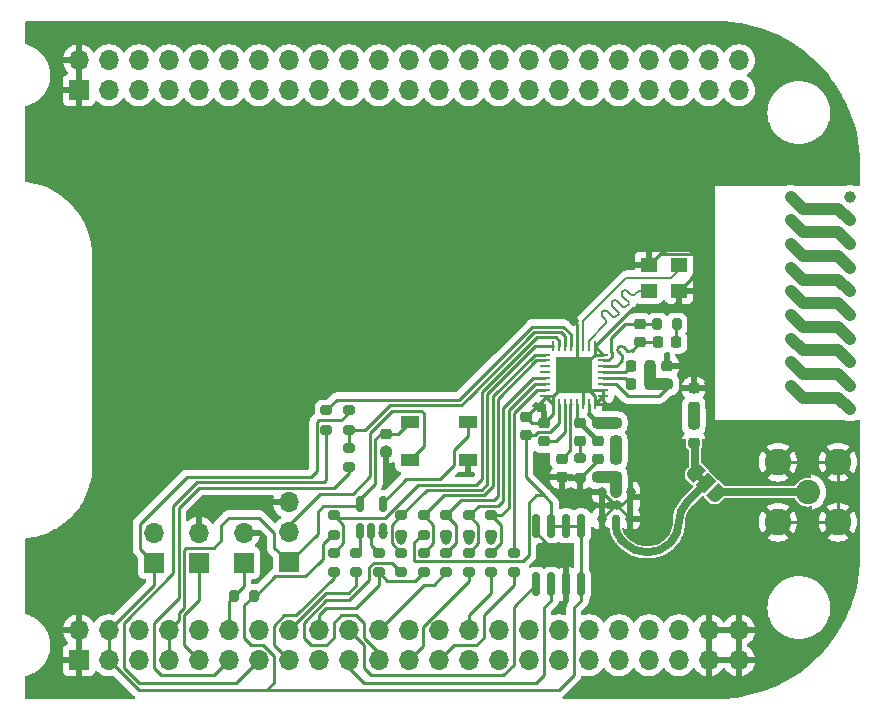
<source format=gtl>
%TF.GenerationSoftware,KiCad,Pcbnew,6.0.4+dfsg-1*%
%TF.CreationDate,2022-04-13T00:03:44+02:00*%
%TF.ProjectId,bbb-mrf89xa-cape,6262622d-6d72-4663-9839-78612d636170,rev?*%
%TF.SameCoordinates,Original*%
%TF.FileFunction,Copper,L1,Top*%
%TF.FilePolarity,Positive*%
%FSLAX46Y46*%
G04 Gerber Fmt 4.6, Leading zero omitted, Abs format (unit mm)*
G04 Created by KiCad (PCBNEW 6.0.4+dfsg-1) date 2022-04-13 00:03:44*
%MOMM*%
%LPD*%
G01*
G04 APERTURE LIST*
G04 Aperture macros list*
%AMRoundRect*
0 Rectangle with rounded corners*
0 $1 Rounding radius*
0 $2 $3 $4 $5 $6 $7 $8 $9 X,Y pos of 4 corners*
0 Add a 4 corners polygon primitive as box body*
4,1,4,$2,$3,$4,$5,$6,$7,$8,$9,$2,$3,0*
0 Add four circle primitives for the rounded corners*
1,1,$1+$1,$2,$3*
1,1,$1+$1,$4,$5*
1,1,$1+$1,$6,$7*
1,1,$1+$1,$8,$9*
0 Add four rect primitives between the rounded corners*
20,1,$1+$1,$2,$3,$4,$5,0*
20,1,$1+$1,$4,$5,$6,$7,0*
20,1,$1+$1,$6,$7,$8,$9,0*
20,1,$1+$1,$8,$9,$2,$3,0*%
%AMRotRect*
0 Rectangle, with rotation*
0 The origin of the aperture is its center*
0 $1 length*
0 $2 width*
0 $3 Rotation angle, in degrees counterclockwise*
0 Add horizontal line*
21,1,$1,$2,0,0,$3*%
%AMFreePoly0*
4,1,22,0.550000,-0.750000,0.000000,-0.750000,0.000000,-0.745033,-0.079941,-0.743568,-0.215256,-0.701293,-0.333266,-0.622738,-0.424486,-0.514219,-0.481581,-0.384460,-0.499164,-0.250000,-0.500000,-0.250000,-0.500000,0.250000,-0.499164,0.250000,-0.499963,0.256109,-0.478152,0.396186,-0.417904,0.524511,-0.324060,0.630769,-0.204165,0.706417,-0.067858,0.745374,0.000000,0.744960,0.000000,0.750000,
0.550000,0.750000,0.550000,-0.750000,0.550000,-0.750000,$1*%
%AMFreePoly1*
4,1,20,0.000000,0.744960,0.073905,0.744508,0.209726,0.703889,0.328688,0.626782,0.421226,0.519385,0.479903,0.390333,0.500000,0.250000,0.500000,-0.250000,0.499851,-0.262216,0.476331,-0.402017,0.414519,-0.529596,0.319384,-0.634700,0.198574,-0.708877,0.061801,-0.746166,0.000000,-0.745033,0.000000,-0.750000,-0.550000,-0.750000,-0.550000,0.750000,0.000000,0.750000,0.000000,0.744960,
0.000000,0.744960,$1*%
G04 Aperture macros list end*
%TA.AperFunction,EtchedComponent*%
%ADD10C,1.000000*%
%TD*%
%TA.AperFunction,SMDPad,CuDef*%
%ADD11RoundRect,0.225000X-0.250000X0.225000X-0.250000X-0.225000X0.250000X-0.225000X0.250000X0.225000X0*%
%TD*%
%TA.AperFunction,SMDPad,CuDef*%
%ADD12RoundRect,0.200000X-0.275000X0.200000X-0.275000X-0.200000X0.275000X-0.200000X0.275000X0.200000X0*%
%TD*%
%TA.AperFunction,ComponentPad*%
%ADD13R,1.700000X1.700000*%
%TD*%
%TA.AperFunction,ComponentPad*%
%ADD14O,1.700000X1.700000*%
%TD*%
%TA.AperFunction,SMDPad,CuDef*%
%ADD15RoundRect,0.225000X0.250000X-0.225000X0.250000X0.225000X-0.250000X0.225000X-0.250000X-0.225000X0*%
%TD*%
%TA.AperFunction,SMDPad,CuDef*%
%ADD16RoundRect,0.218750X0.256250X-0.218750X0.256250X0.218750X-0.256250X0.218750X-0.256250X-0.218750X0*%
%TD*%
%TA.AperFunction,SMDPad,CuDef*%
%ADD17R,0.600000X1.500000*%
%TD*%
%TA.AperFunction,SMDPad,CuDef*%
%ADD18R,0.600000X0.750000*%
%TD*%
%TA.AperFunction,ComponentPad*%
%ADD19C,2.050000*%
%TD*%
%TA.AperFunction,ComponentPad*%
%ADD20C,2.250000*%
%TD*%
%TA.AperFunction,SMDPad,CuDef*%
%ADD21RoundRect,0.150000X-0.150000X0.825000X-0.150000X-0.825000X0.150000X-0.825000X0.150000X0.825000X0*%
%TD*%
%TA.AperFunction,SMDPad,CuDef*%
%ADD22RoundRect,0.218750X-0.256250X0.218750X-0.256250X-0.218750X0.256250X-0.218750X0.256250X0.218750X0*%
%TD*%
%TA.AperFunction,SMDPad,CuDef*%
%ADD23RoundRect,0.200000X0.275000X-0.200000X0.275000X0.200000X-0.275000X0.200000X-0.275000X-0.200000X0*%
%TD*%
%TA.AperFunction,SMDPad,CuDef*%
%ADD24R,1.400000X1.200000*%
%TD*%
%TA.AperFunction,SMDPad,CuDef*%
%ADD25FreePoly0,315.000000*%
%TD*%
%TA.AperFunction,SMDPad,CuDef*%
%ADD26RotRect,1.000000X1.500000X315.000000*%
%TD*%
%TA.AperFunction,SMDPad,CuDef*%
%ADD27FreePoly1,315.000000*%
%TD*%
%TA.AperFunction,SMDPad,CuDef*%
%ADD28RoundRect,0.200000X0.200000X0.275000X-0.200000X0.275000X-0.200000X-0.275000X0.200000X-0.275000X0*%
%TD*%
%TA.AperFunction,SMDPad,CuDef*%
%ADD29RoundRect,0.218750X0.218750X0.256250X-0.218750X0.256250X-0.218750X-0.256250X0.218750X-0.256250X0*%
%TD*%
%TA.AperFunction,SMDPad,CuDef*%
%ADD30RoundRect,0.062500X0.375000X0.062500X-0.375000X0.062500X-0.375000X-0.062500X0.375000X-0.062500X0*%
%TD*%
%TA.AperFunction,SMDPad,CuDef*%
%ADD31RoundRect,0.062500X0.062500X0.375000X-0.062500X0.375000X-0.062500X-0.375000X0.062500X-0.375000X0*%
%TD*%
%TA.AperFunction,SMDPad,CuDef*%
%ADD32R,3.100000X3.100000*%
%TD*%
%TA.AperFunction,SMDPad,CuDef*%
%ADD33R,1.500000X1.000000*%
%TD*%
%TA.AperFunction,SMDPad,CuDef*%
%ADD34RoundRect,0.150000X0.150000X-0.512500X0.150000X0.512500X-0.150000X0.512500X-0.150000X-0.512500X0*%
%TD*%
%TA.AperFunction,SMDPad,CuDef*%
%ADD35RoundRect,0.225000X-0.225000X-0.250000X0.225000X-0.250000X0.225000X0.250000X-0.225000X0.250000X0*%
%TD*%
%TA.AperFunction,ComponentPad*%
%ADD36C,1.000000*%
%TD*%
%TA.AperFunction,ViaPad*%
%ADD37C,0.800000*%
%TD*%
%TA.AperFunction,Conductor*%
%ADD38C,0.250000*%
%TD*%
%TA.AperFunction,Conductor*%
%ADD39C,1.000000*%
%TD*%
%TA.AperFunction,Conductor*%
%ADD40C,0.400000*%
%TD*%
%TA.AperFunction,Conductor*%
%ADD41C,0.640000*%
%TD*%
%TA.AperFunction,Conductor*%
%ADD42C,0.200000*%
%TD*%
G04 APERTURE END LIST*
G36*
X91115289Y-70879025D02*
G01*
X90691025Y-71303289D01*
X90337472Y-70949736D01*
X90761736Y-70525472D01*
X91115289Y-70879025D01*
G37*
D10*
X102382000Y-48134000D02*
X99382000Y-48134000D01*
X99382000Y-50134000D02*
X98382000Y-49134000D01*
X99382000Y-56134000D02*
X98382000Y-55134000D01*
X102382000Y-52134000D02*
X99382000Y-52134000D01*
X99382000Y-62134000D02*
X98382000Y-61134000D01*
X102382000Y-58134000D02*
X99382000Y-58134000D01*
X103382000Y-51134000D02*
X102382000Y-50134000D01*
X102382000Y-60134000D02*
X99382000Y-60134000D01*
X102382000Y-56134000D02*
X99382000Y-56134000D01*
X102382000Y-62134000D02*
X99382000Y-62134000D01*
X99382000Y-52134000D02*
X98382000Y-51134000D01*
X102382000Y-50134000D02*
X99382000Y-50134000D01*
X103382000Y-57134000D02*
X102382000Y-56134000D01*
X99382000Y-60134000D02*
X98382000Y-59134000D01*
X103382000Y-63134000D02*
X102382000Y-62134000D01*
X99382000Y-48134000D02*
X98382000Y-47134000D01*
X102382000Y-54134000D02*
X99382000Y-54134000D01*
X103382000Y-61134000D02*
X102382000Y-60134000D01*
X99382000Y-58134000D02*
X98382000Y-57134000D01*
X99382000Y-54134000D02*
X98382000Y-53134000D01*
X103382000Y-65134000D02*
X102382000Y-64134000D01*
X103382000Y-55134000D02*
X102382000Y-54134000D01*
X99382000Y-64134000D02*
X98382000Y-63134000D01*
X103382000Y-49134000D02*
X102382000Y-48134000D01*
X102382000Y-64134000D02*
X99382000Y-64134000D01*
X103382000Y-59134000D02*
X102382000Y-58134000D01*
X103382000Y-53134000D02*
X102382000Y-52134000D01*
D11*
X80518000Y-66281000D03*
X80518000Y-67831000D03*
D12*
X73025000Y-74105000D03*
X73025000Y-75755000D03*
D11*
X85598000Y-57899000D03*
X85598000Y-59449000D03*
D13*
X52070000Y-78110000D03*
D14*
X52070000Y-75570000D03*
D15*
X77470000Y-67831000D03*
X77470000Y-66281000D03*
D11*
X90170000Y-66395000D03*
X90170000Y-67945000D03*
D16*
X82042000Y-67843500D03*
X82042000Y-66268500D03*
D12*
X69215000Y-74105000D03*
X69215000Y-75755000D03*
D17*
X84766000Y-72511000D03*
D18*
X83566000Y-72136000D03*
X82366000Y-72136000D03*
X82366000Y-74386000D03*
X83566000Y-74386000D03*
X84766000Y-74386000D03*
D13*
X44450000Y-78110000D03*
D14*
X44450000Y-75570000D03*
D19*
X99822000Y-72136000D03*
D20*
X97282000Y-69596000D03*
X102362000Y-69596000D03*
X97282000Y-74676000D03*
X102362000Y-74676000D03*
D21*
X80645000Y-74995000D03*
X79375000Y-74995000D03*
X78105000Y-74995000D03*
X76835000Y-74995000D03*
X76835000Y-79945000D03*
X78105000Y-79945000D03*
X79375000Y-79945000D03*
X80645000Y-79945000D03*
D13*
X48260000Y-78110000D03*
D14*
X48260000Y-75570000D03*
D12*
X65405000Y-74105000D03*
X65405000Y-75755000D03*
D15*
X83566000Y-70879000D03*
X83566000Y-69329000D03*
D22*
X83566000Y-66268500D03*
X83566000Y-67843500D03*
D23*
X73025000Y-78930000D03*
X73025000Y-77280000D03*
X74930000Y-78930000D03*
X74930000Y-77280000D03*
D13*
X55880000Y-78090000D03*
D14*
X55880000Y-75550000D03*
X55880000Y-73010000D03*
D12*
X59690000Y-74105000D03*
X59690000Y-75755000D03*
D23*
X80518000Y-70929000D03*
X80518000Y-69279000D03*
D24*
X88900000Y-52875000D03*
X86360000Y-52875000D03*
X86360000Y-55075000D03*
X88900000Y-55075000D03*
D23*
X60960000Y-66865000D03*
X60960000Y-65215000D03*
D25*
X90266761Y-70454761D03*
D26*
X91186000Y-71374000D03*
D27*
X92105239Y-72293239D03*
D28*
X88709000Y-57912000D03*
X87059000Y-57912000D03*
X52895000Y-80899000D03*
X51245000Y-80899000D03*
D23*
X67310000Y-78930000D03*
X67310000Y-77280000D03*
D11*
X82042000Y-69329000D03*
X82042000Y-70879000D03*
D29*
X86415000Y-62988000D03*
X84840000Y-62988000D03*
D11*
X64135000Y-67170000D03*
X64135000Y-68720000D03*
D23*
X65405000Y-78930000D03*
X65405000Y-77280000D03*
D22*
X90170000Y-63347500D03*
X90170000Y-64922500D03*
D11*
X78994000Y-69329000D03*
X78994000Y-70879000D03*
D23*
X59690000Y-78930000D03*
X59690000Y-77280000D03*
D30*
X82447500Y-63980000D03*
X82447500Y-63480000D03*
X82447500Y-62980000D03*
X82447500Y-62480000D03*
X82447500Y-61980000D03*
X82447500Y-61480000D03*
X82447500Y-60980000D03*
X82447500Y-60480000D03*
D31*
X81760000Y-59792500D03*
X81260000Y-59792500D03*
X80760000Y-59792500D03*
X80260000Y-59792500D03*
X79760000Y-59792500D03*
X79260000Y-59792500D03*
X78760000Y-59792500D03*
X78260000Y-59792500D03*
D30*
X77572500Y-60480000D03*
X77572500Y-60980000D03*
X77572500Y-61480000D03*
X77572500Y-61980000D03*
X77572500Y-62480000D03*
X77572500Y-62980000D03*
X77572500Y-63480000D03*
X77572500Y-63980000D03*
D31*
X78260000Y-64667500D03*
X78760000Y-64667500D03*
X79260000Y-64667500D03*
X79760000Y-64667500D03*
X80260000Y-64667500D03*
X80760000Y-64667500D03*
X81260000Y-64667500D03*
X81760000Y-64667500D03*
D32*
X80010000Y-62230000D03*
D13*
X38100000Y-38100000D03*
D14*
X38100000Y-35560000D03*
X40640000Y-38100000D03*
X40640000Y-35560000D03*
X43180000Y-38100000D03*
X43180000Y-35560000D03*
X45720000Y-38100000D03*
X45720000Y-35560000D03*
X48260000Y-38100000D03*
X48260000Y-35560000D03*
X50800000Y-38100000D03*
X50800000Y-35560000D03*
X53340000Y-38100000D03*
X53340000Y-35560000D03*
X55880000Y-38100000D03*
X55880000Y-35560000D03*
X58420000Y-38100000D03*
X58420000Y-35560000D03*
X60960000Y-38100000D03*
X60960000Y-35560000D03*
X63500000Y-38100000D03*
X63500000Y-35560000D03*
X66040000Y-38100000D03*
X66040000Y-35560000D03*
X68580000Y-38100000D03*
X68580000Y-35560000D03*
X71120000Y-38100000D03*
X71120000Y-35560000D03*
X73660000Y-38100000D03*
X73660000Y-35560000D03*
X76200000Y-38100000D03*
X76200000Y-35560000D03*
X78740000Y-38100000D03*
X78740000Y-35560000D03*
X81280000Y-38100000D03*
X81280000Y-35560000D03*
X83820000Y-38100000D03*
X83820000Y-35560000D03*
X86360000Y-38100000D03*
X86360000Y-35560000D03*
X88900000Y-38100000D03*
X88900000Y-35560000D03*
X91440000Y-38100000D03*
X91440000Y-35560000D03*
X93980000Y-38100000D03*
X93980000Y-35560000D03*
D12*
X71120000Y-74105000D03*
X71120000Y-75755000D03*
D23*
X60960000Y-70040000D03*
X60960000Y-68390000D03*
D12*
X67310000Y-74105000D03*
X67310000Y-75755000D03*
D11*
X87913500Y-61451000D03*
X87913500Y-63001000D03*
D33*
X71030000Y-69385000D03*
X71030000Y-66185000D03*
X66130000Y-66185000D03*
X66130000Y-69385000D03*
D23*
X69215000Y-78930000D03*
X69215000Y-77280000D03*
X71120000Y-78930000D03*
X71120000Y-77280000D03*
D34*
X61915000Y-75432500D03*
X62865000Y-75432500D03*
X63815000Y-75432500D03*
X63815000Y-73157500D03*
X61915000Y-73157500D03*
D35*
X87109000Y-59436000D03*
X88659000Y-59436000D03*
D29*
X86415000Y-61464000D03*
X84840000Y-61464000D03*
D13*
X38100000Y-86360000D03*
D14*
X38100000Y-83820000D03*
X40640000Y-86360000D03*
X40640000Y-83820000D03*
X43180000Y-86360000D03*
X43180000Y-83820000D03*
X45720000Y-86360000D03*
X45720000Y-83820000D03*
X48260000Y-86360000D03*
X48260000Y-83820000D03*
X50800000Y-86360000D03*
X50800000Y-83820000D03*
X53340000Y-86360000D03*
X53340000Y-83820000D03*
X55880000Y-86360000D03*
X55880000Y-83820000D03*
X58420000Y-86360000D03*
X58420000Y-83820000D03*
X60960000Y-86360000D03*
X60960000Y-83820000D03*
X63500000Y-86360000D03*
X63500000Y-83820000D03*
X66040000Y-86360000D03*
X66040000Y-83820000D03*
X68580000Y-86360000D03*
X68580000Y-83820000D03*
X71120000Y-86360000D03*
X71120000Y-83820000D03*
X73660000Y-86360000D03*
X73660000Y-83820000D03*
X76200000Y-86360000D03*
X76200000Y-83820000D03*
X78740000Y-86360000D03*
X78740000Y-83820000D03*
X81280000Y-86360000D03*
X81280000Y-83820000D03*
X83820000Y-86360000D03*
X83820000Y-83820000D03*
X86360000Y-86360000D03*
X86360000Y-83820000D03*
X88900000Y-86360000D03*
X88900000Y-83820000D03*
X91440000Y-86360000D03*
X91440000Y-83820000D03*
X93980000Y-86360000D03*
X93980000Y-83820000D03*
D23*
X61595000Y-78930000D03*
X61595000Y-77280000D03*
D11*
X75946000Y-65773000D03*
X75946000Y-67323000D03*
D23*
X63500000Y-78930000D03*
X63500000Y-77280000D03*
X59055000Y-66865000D03*
X59055000Y-65215000D03*
D36*
X103382000Y-61134000D03*
X98382000Y-55134000D03*
X98382000Y-47134000D03*
X103382000Y-51134000D03*
X103382000Y-47134000D03*
X103382000Y-55134000D03*
X98382000Y-53134000D03*
X98382000Y-49134000D03*
X103382000Y-59134000D03*
X103382000Y-63134000D03*
X103382000Y-53134000D03*
X103382000Y-49134000D03*
X98382000Y-59134000D03*
X98382000Y-61134000D03*
X98382000Y-57134000D03*
X98382000Y-63134000D03*
X98382000Y-51134000D03*
X103382000Y-57134000D03*
X103382000Y-65134000D03*
D37*
X90170000Y-65278000D03*
X80645000Y-61595000D03*
X91440000Y-60325000D03*
X100965000Y-45720000D03*
X85217000Y-78105000D03*
X99695000Y-45720000D03*
X91440000Y-50165000D03*
X89027000Y-72009000D03*
X83820000Y-64770000D03*
X78994000Y-70879000D03*
X91440000Y-59055000D03*
X91440000Y-48895000D03*
X91438925Y-62862850D03*
X103505000Y-66675000D03*
X91400000Y-64100000D03*
X102235000Y-66675000D03*
X83641000Y-73261000D03*
X90678000Y-73406000D03*
X99695000Y-66675000D03*
X94996000Y-73152000D03*
X93472000Y-71120000D03*
X88900000Y-69215000D03*
X97155000Y-45720000D03*
X91438925Y-47614254D03*
X86614000Y-76073000D03*
X79375000Y-62865000D03*
X88900000Y-77089000D03*
X82042000Y-69342000D03*
X100965000Y-66675000D03*
X90170000Y-63373000D03*
X95885000Y-66675000D03*
X75946000Y-65786000D03*
X92075000Y-66658846D03*
X91440000Y-61595000D03*
X91440000Y-69088000D03*
X93345000Y-66675000D03*
X90043000Y-74422000D03*
X91440000Y-52705000D03*
X69215000Y-76200000D03*
X71030000Y-69385000D03*
X87913500Y-61464000D03*
X94615000Y-45720000D03*
X103505000Y-45720000D03*
X82366000Y-72136000D03*
X88138000Y-70485000D03*
X83439000Y-77089000D03*
X93345000Y-73152000D03*
X91694000Y-67564000D03*
X71120000Y-76200000D03*
X91440000Y-53975000D03*
X98425000Y-66675000D03*
X94615000Y-66675000D03*
X88646000Y-67564000D03*
X63880980Y-75565000D03*
X93344999Y-45708179D03*
X91440000Y-55245000D03*
X64135000Y-68580000D03*
X80518000Y-70929000D03*
X80010000Y-62230000D03*
X91440000Y-56515000D03*
X92456000Y-70231000D03*
X97155000Y-66675000D03*
X82677000Y-75438000D03*
X94996000Y-71120000D03*
X80010000Y-57658000D03*
X91440000Y-46355000D03*
X84836000Y-72136000D03*
X102235000Y-45720000D03*
X77470000Y-66281000D03*
X98425000Y-45720000D03*
X92075000Y-45720000D03*
X95885000Y-45720000D03*
X80645000Y-62865000D03*
X84766000Y-74386000D03*
X78740000Y-77470000D03*
X79375000Y-61595000D03*
X89789000Y-75692000D03*
X87503000Y-77978000D03*
X91440000Y-57785000D03*
X88138000Y-73279000D03*
X82366000Y-74386000D03*
X91438925Y-51426403D03*
X87757000Y-75057000D03*
X88900000Y-55075000D03*
X86360000Y-52875000D03*
X85090000Y-75692000D03*
X73025000Y-76200000D03*
X65405000Y-76200000D03*
D38*
X90170000Y-65278000D02*
X90170000Y-64922500D01*
D39*
X90170000Y-66395000D02*
X90170000Y-65278000D01*
D38*
X82447500Y-64667500D02*
X82701500Y-64667500D01*
X84766000Y-74386000D02*
X83641000Y-73261000D01*
X80010000Y-62230000D02*
X79375000Y-61595000D01*
X88265000Y-56515000D02*
X88900000Y-55880000D01*
X76454000Y-66281000D02*
X75946000Y-65773000D01*
X76835000Y-74995000D02*
X76835000Y-75565000D01*
X77572500Y-63980000D02*
X78260000Y-63980000D01*
X81760000Y-59792500D02*
X81760000Y-60480000D01*
X80260000Y-59792500D02*
X80260000Y-57908000D01*
X80760000Y-62980000D02*
X80010000Y-62230000D01*
X81760000Y-64667500D02*
X82447500Y-64667500D01*
X82447500Y-63980000D02*
X82447500Y-64413500D01*
X81760000Y-64667500D02*
X82447500Y-63980000D01*
X88900000Y-55880000D02*
X88900000Y-55075000D01*
X79375000Y-78105000D02*
X78740000Y-77470000D01*
X87284511Y-51950489D02*
X86360000Y-52875000D01*
X77572500Y-64146500D02*
X75946000Y-65773000D01*
X90170000Y-63347500D02*
X90170000Y-63373000D01*
X84766000Y-72511000D02*
X84766000Y-72206000D01*
X82042000Y-69405000D02*
X80518000Y-70929000D01*
X78260000Y-64667500D02*
X78260000Y-65491000D01*
X69215000Y-75755000D02*
X69215000Y-76200000D01*
X80010000Y-62230000D02*
X80645000Y-61595000D01*
X90050489Y-51950489D02*
X87284511Y-51950489D01*
X81760000Y-64667500D02*
X81760000Y-63980000D01*
X79375000Y-79945000D02*
X79375000Y-78105000D01*
X77916250Y-64323750D02*
X77572500Y-63980000D01*
X90170000Y-53805000D02*
X90170000Y-52070000D01*
X73025000Y-75755000D02*
X73025000Y-76200000D01*
X82042000Y-69342000D02*
X82042000Y-69405000D01*
X84766000Y-72206000D02*
X84836000Y-72136000D01*
X64135000Y-68720000D02*
X64135000Y-68580000D01*
X82366000Y-72136000D02*
X82366000Y-74386000D01*
X81260000Y-63480000D02*
X80010000Y-62230000D01*
X75946000Y-65773000D02*
X75946000Y-65786000D01*
X88900000Y-55075000D02*
X90170000Y-53805000D01*
X77572500Y-63980000D02*
X77572500Y-64146500D01*
X102362000Y-69596000D02*
X97282000Y-69596000D01*
X81760000Y-63980000D02*
X80010000Y-62230000D01*
X79044000Y-70929000D02*
X78994000Y-70879000D01*
X81760000Y-59792500D02*
X85037500Y-56515000D01*
X80260000Y-59792500D02*
X80260000Y-61980000D01*
X90170000Y-52070000D02*
X90050489Y-51950489D01*
X80010000Y-62230000D02*
X79375000Y-62865000D01*
X82447500Y-60480000D02*
X81760000Y-59792500D01*
X80518000Y-70929000D02*
X79044000Y-70929000D01*
X80760000Y-64667500D02*
X80760000Y-62980000D01*
X102362000Y-74676000D02*
X102362000Y-69596000D01*
X78260000Y-64667500D02*
X77916250Y-64323750D01*
X83491000Y-73261000D02*
X82366000Y-74386000D01*
X82042000Y-69329000D02*
X82042000Y-69342000D01*
X83641000Y-73261000D02*
X84016000Y-73261000D01*
X82447500Y-63480000D02*
X81260000Y-63480000D01*
X77470000Y-66281000D02*
X76454000Y-66281000D01*
X80260000Y-57908000D02*
X80010000Y-57658000D01*
X82447500Y-63480000D02*
X82447500Y-63980000D01*
X78260000Y-65491000D02*
X77470000Y-66281000D01*
X82447500Y-60480000D02*
X81760000Y-60480000D01*
X97282000Y-74676000D02*
X102362000Y-74676000D01*
X71120000Y-75755000D02*
X71120000Y-76200000D01*
X85037500Y-56515000D02*
X88265000Y-56515000D01*
X81760000Y-60480000D02*
X80645000Y-61595000D01*
X87913500Y-61451000D02*
X87913500Y-61464000D01*
X78260000Y-64667500D02*
X78260000Y-63980000D01*
X80260000Y-61980000D02*
X80010000Y-62230000D01*
X76835000Y-75565000D02*
X78740000Y-77470000D01*
X78260000Y-63980000D02*
X79375000Y-62865000D01*
X65405000Y-75755000D02*
X65405000Y-76200000D01*
X82366000Y-72136000D02*
X83491000Y-73261000D01*
X83491000Y-73261000D02*
X83641000Y-73261000D01*
X84766000Y-74386000D02*
X84766000Y-72511000D01*
X84016000Y-73261000D02*
X84766000Y-72511000D01*
X82447500Y-64413500D02*
X82701500Y-64667500D01*
X83554000Y-62980000D02*
X84582000Y-64008000D01*
X82447500Y-62980000D02*
X83554000Y-62980000D01*
X87913500Y-63343500D02*
X87913500Y-63001000D01*
D39*
X86415000Y-62988000D02*
X86415000Y-61464000D01*
X87160500Y-63005000D02*
X87147500Y-62992000D01*
D38*
X84582000Y-64008000D02*
X87249000Y-64008000D01*
X87249000Y-64008000D02*
X87913500Y-63343500D01*
D39*
X87913500Y-63001000D02*
X86428000Y-63001000D01*
D38*
X88659000Y-57962000D02*
X88709000Y-57912000D01*
X88659000Y-59436000D02*
X88659000Y-57962000D01*
X78473000Y-67831000D02*
X79260000Y-67044000D01*
X77470000Y-67831000D02*
X78473000Y-67831000D01*
X79260000Y-67044000D02*
X79260000Y-64667500D01*
D39*
X83566000Y-70879000D02*
X83566000Y-72136000D01*
X82042000Y-70879000D02*
X83566000Y-70879000D01*
D40*
X82042000Y-67805000D02*
X80518000Y-66281000D01*
D38*
X80260000Y-66023000D02*
X80518000Y-66281000D01*
X80260000Y-64667500D02*
X80260000Y-66023000D01*
D40*
X82042000Y-67843500D02*
X82042000Y-67805000D01*
D38*
X80518000Y-69279000D02*
X80518000Y-67831000D01*
X79718480Y-64709020D02*
X79718480Y-68604520D01*
X79718480Y-68604520D02*
X78994000Y-69329000D01*
X79760000Y-64667500D02*
X79718480Y-64709020D01*
D39*
X83566000Y-69329000D02*
X83566000Y-67843500D01*
D38*
X76484974Y-58131440D02*
X79127874Y-58131440D01*
X70295933Y-64320480D02*
X71118207Y-63498207D01*
X79760000Y-58763565D02*
X79760000Y-59792500D01*
X59949520Y-64320480D02*
X70295933Y-64320480D01*
X79127874Y-58131440D02*
X79760000Y-58763565D01*
X59055000Y-65215000D02*
X59949520Y-64320480D01*
X71118207Y-63498207D02*
X76484974Y-58131440D01*
X58583194Y-72258460D02*
X58588675Y-72252979D01*
X58588675Y-72252979D02*
X61282501Y-72252979D01*
X55880000Y-75550000D02*
X55880000Y-74929283D01*
X64610000Y-65245000D02*
X67089022Y-65245000D01*
X55880000Y-74929283D02*
X58550823Y-72258460D01*
X62732980Y-70802500D02*
X62732980Y-67122020D01*
X58550823Y-72258460D02*
X58583194Y-72258460D01*
X62732980Y-67122020D02*
X64610000Y-65245000D01*
X67089022Y-65245000D02*
X67310000Y-65465978D01*
X61282501Y-72252979D02*
X62732980Y-70802500D01*
X67310000Y-68205000D02*
X66130000Y-69385000D01*
X67310000Y-65465978D02*
X67310000Y-68205000D01*
X76695000Y-67323000D02*
X76962000Y-67056000D01*
X53975000Y-88900000D02*
X78740000Y-88900000D01*
X67120000Y-75755000D02*
X66510480Y-76364520D01*
X59533062Y-75755000D02*
X58754031Y-76534031D01*
X66574520Y-78004520D02*
X75665480Y-78004520D01*
X66510480Y-76364520D02*
X66510480Y-77940480D01*
X52705000Y-85090000D02*
X52070000Y-84455000D01*
X58754031Y-77770969D02*
X58754031Y-76534031D01*
X43275489Y-74834511D02*
X47254040Y-70855960D01*
X79375000Y-74995000D02*
X78105000Y-74995000D01*
X40640000Y-83820000D02*
X44450000Y-80010000D01*
X60960000Y-65405000D02*
X60960000Y-65215000D01*
X76962000Y-67056000D02*
X77978000Y-67056000D01*
X80645000Y-74995000D02*
X80645000Y-79945000D01*
X57260489Y-79264511D02*
X57054511Y-79264511D01*
X80645000Y-79945000D02*
X80645000Y-81280000D01*
X80010000Y-81915000D02*
X80645000Y-81280000D01*
X58255480Y-70320480D02*
X58255480Y-66204520D01*
X54720489Y-79264511D02*
X57054511Y-79264511D01*
X75946000Y-70866000D02*
X75946000Y-67323000D01*
X47254040Y-70855960D02*
X57720000Y-70855960D01*
X44450000Y-80010000D02*
X44450000Y-78110000D01*
X43180000Y-88900000D02*
X48260000Y-88900000D01*
X77978000Y-67056000D02*
X78760000Y-66274000D01*
X52895000Y-80899000D02*
X53086000Y-80899000D01*
X58255480Y-66204520D02*
X58420000Y-66040000D01*
X53731010Y-85090000D02*
X52705000Y-85090000D01*
X76200000Y-73025000D02*
X76835000Y-72390000D01*
X59690000Y-75755000D02*
X59533062Y-75755000D01*
X44450000Y-78110000D02*
X43275489Y-76935489D01*
X53975000Y-88900000D02*
X54610000Y-88265000D01*
X53086000Y-80899000D02*
X54720489Y-79264511D01*
X58420000Y-78105000D02*
X57260489Y-79264511D01*
X76200000Y-77470000D02*
X76200000Y-73025000D01*
X80645000Y-74995000D02*
X79375000Y-74995000D01*
X76835000Y-72390000D02*
X77470000Y-72390000D01*
X48260000Y-88900000D02*
X48895000Y-88900000D01*
X54610000Y-85968990D02*
X53731010Y-85090000D01*
X66510480Y-77940480D02*
X66574520Y-78004520D01*
X58420000Y-78105000D02*
X58754031Y-77770969D01*
X67310000Y-75755000D02*
X67120000Y-75755000D01*
X60325000Y-66040000D02*
X60960000Y-65405000D01*
X78105000Y-74995000D02*
X78105000Y-73025000D01*
X52070000Y-81724000D02*
X52895000Y-80899000D01*
X48895000Y-88900000D02*
X51435000Y-88900000D01*
X80010000Y-87630000D02*
X80010000Y-81915000D01*
X54610000Y-88265000D02*
X54610000Y-85968990D01*
X57720000Y-70855960D02*
X58255480Y-70320480D01*
X40640000Y-86360000D02*
X40640000Y-83820000D01*
X78105000Y-73025000D02*
X77470000Y-72390000D01*
X43275489Y-76935489D02*
X43275489Y-74834511D01*
X77470000Y-72390000D02*
X75946000Y-70866000D01*
X78760000Y-66274000D02*
X78760000Y-64667500D01*
X75946000Y-67323000D02*
X76695000Y-67323000D01*
X40640000Y-86360000D02*
X43180000Y-88900000D01*
X78740000Y-88900000D02*
X80010000Y-87630000D01*
X51435000Y-88900000D02*
X53975000Y-88900000D01*
X75665480Y-78004520D02*
X76200000Y-77470000D01*
X78105000Y-73025000D02*
X77634520Y-72554520D01*
X58420000Y-66040000D02*
X60325000Y-66040000D01*
X52070000Y-84455000D02*
X52070000Y-81724000D01*
X50800000Y-74295000D02*
X53340000Y-74295000D01*
X58304511Y-73775489D02*
X58304511Y-75665489D01*
X47185978Y-76835000D02*
X49530000Y-76835000D01*
X45720000Y-83820000D02*
X46540480Y-82999520D01*
X58304511Y-75665489D02*
X55880000Y-78090000D01*
X46540480Y-82999520D02*
X46540480Y-82363802D01*
X49530000Y-76835000D02*
X50165000Y-76200000D01*
X54625000Y-75580000D02*
X54625000Y-76835000D01*
X61915000Y-72705000D02*
X63182500Y-71437500D01*
X65145000Y-67170000D02*
X66130000Y-66185000D01*
X63182500Y-67627500D02*
X63182500Y-71437500D01*
X45720000Y-86360000D02*
X45720000Y-83820000D01*
X58735000Y-73345000D02*
X58304511Y-73775489D01*
X46540480Y-82363802D02*
X46990000Y-81914282D01*
X50165000Y-76200000D02*
X50165000Y-74930000D01*
X50165000Y-74930000D02*
X50800000Y-74295000D01*
X64135000Y-67170000D02*
X65145000Y-67170000D01*
X54625000Y-76835000D02*
X55880000Y-78090000D01*
X53340000Y-74295000D02*
X54625000Y-75580000D01*
X61727500Y-73345000D02*
X61915000Y-73157500D01*
X46990000Y-77030978D02*
X47185978Y-76835000D01*
X58735000Y-73345000D02*
X61727500Y-73345000D01*
X61915000Y-73157500D02*
X61915000Y-72705000D01*
X46990000Y-81914282D02*
X46990000Y-77030978D01*
X64135000Y-67170000D02*
X63640000Y-67170000D01*
X63640000Y-67170000D02*
X63182500Y-67627500D01*
X48260000Y-86360000D02*
X46990000Y-85090000D01*
X48260000Y-78110000D02*
X48260000Y-81280000D01*
X46990000Y-85090000D02*
X46990000Y-82550000D01*
X48260000Y-81280000D02*
X46990000Y-82550000D01*
X63500000Y-78930000D02*
X64224520Y-79654520D01*
X58420000Y-83820000D02*
X58420000Y-82550000D01*
X63500000Y-80010000D02*
X63500000Y-78930000D01*
X58420000Y-82550000D02*
X59055000Y-81915000D01*
X64224520Y-79654520D02*
X66585480Y-79654520D01*
X61595000Y-81915000D02*
X59055000Y-81915000D01*
X66585480Y-79654520D02*
X67310000Y-78930000D01*
X61595000Y-81915000D02*
X63500000Y-80010000D01*
X77470000Y-87630000D02*
X77470000Y-81915000D01*
X77470000Y-87630000D02*
X76835000Y-88265000D01*
X76835000Y-88265000D02*
X62230000Y-88265000D01*
X60960000Y-86995000D02*
X60960000Y-86360000D01*
X78105000Y-79945000D02*
X78105000Y-81280000D01*
X77470000Y-81915000D02*
X78105000Y-81280000D01*
X62230000Y-88265000D02*
X60960000Y-86995000D01*
X74930000Y-86751010D02*
X74051010Y-87630000D01*
X74051010Y-87630000D02*
X62865000Y-87630000D01*
X62230000Y-85090000D02*
X60960000Y-83820000D01*
X76835000Y-79945000D02*
X74930000Y-81850000D01*
X62230000Y-86995000D02*
X62230000Y-85090000D01*
X74930000Y-81850000D02*
X74930000Y-86751010D01*
X62865000Y-87630000D02*
X62230000Y-86995000D01*
X59690000Y-83185000D02*
X59690000Y-84455000D01*
X57785000Y-85090000D02*
X57150000Y-84455000D01*
X60325000Y-82550000D02*
X59690000Y-83185000D01*
X62230000Y-84454282D02*
X62230000Y-83185000D01*
X57150000Y-83184282D02*
X59054282Y-81280000D01*
X63500000Y-85724282D02*
X62230000Y-84454282D01*
X63500000Y-86360000D02*
X63500000Y-85724282D01*
X59055000Y-85090000D02*
X57785000Y-85090000D01*
X62700480Y-78512737D02*
X63108217Y-78105000D01*
X59690000Y-84455000D02*
X59055000Y-85090000D01*
X63108217Y-78105000D02*
X64580000Y-78105000D01*
X59054282Y-81280000D02*
X60960000Y-81280000D01*
X62700480Y-79539520D02*
X62700480Y-78575480D01*
X64580000Y-78105000D02*
X65405000Y-78930000D01*
X60960000Y-81280000D02*
X62700480Y-79539520D01*
X62700480Y-78575480D02*
X62700480Y-78512737D01*
X57150000Y-84455000D02*
X57150000Y-83184282D01*
X62230000Y-83185000D02*
X61595000Y-82550000D01*
X61595000Y-82550000D02*
X60325000Y-82550000D01*
X67310000Y-80010000D02*
X63500000Y-83820000D01*
X68135000Y-80010000D02*
X69215000Y-78930000D01*
X67310000Y-80010000D02*
X68135000Y-80010000D01*
X69850000Y-68580000D02*
X71030000Y-67400000D01*
X65818560Y-71041440D02*
X68658560Y-71041440D01*
X63815000Y-73045000D02*
X65818560Y-71041440D01*
X68658560Y-71041440D02*
X69850000Y-69850000D01*
X63815000Y-73157500D02*
X63815000Y-73045000D01*
X71030000Y-67400000D02*
X71030000Y-66185000D01*
X69850000Y-69850000D02*
X69850000Y-68580000D01*
X61915000Y-75432500D02*
X61915000Y-76960000D01*
X61915000Y-76960000D02*
X61595000Y-77280000D01*
D41*
X92262478Y-72136000D02*
X99822000Y-72136000D01*
X92105239Y-72293239D02*
X92262478Y-72136000D01*
D38*
X73210480Y-72839520D02*
X73581440Y-72468560D01*
X69215000Y-74105000D02*
X70480480Y-72839520D01*
X69215000Y-74105000D02*
X70014520Y-74904520D01*
X70014520Y-74904520D02*
X70014520Y-76480480D01*
X73581440Y-72468560D02*
X73581440Y-64213560D01*
X70014520Y-76480480D02*
X69215000Y-77280000D01*
X73581440Y-64213560D02*
X76815000Y-60980000D01*
X76815000Y-60980000D02*
X77572500Y-60980000D01*
X70480480Y-72839520D02*
X73210480Y-72839520D01*
X63500000Y-77280000D02*
X62865000Y-76645000D01*
X62865000Y-76645000D02*
X62865000Y-75245000D01*
X65405000Y-74105000D02*
X64605480Y-74904520D01*
X65405000Y-74105000D02*
X67569520Y-71940480D01*
X72682400Y-71461882D02*
X72682400Y-63841165D01*
X67569520Y-71940480D02*
X72203802Y-71940480D01*
X76731065Y-59792500D02*
X78260000Y-59792500D01*
X64605480Y-74904520D02*
X64605480Y-76480480D01*
X72682400Y-63841165D02*
X76731065Y-59792500D01*
X64605480Y-76480480D02*
X65405000Y-77280000D01*
X72203802Y-71940480D02*
X72682400Y-71461882D01*
X73131920Y-64027362D02*
X76679282Y-60480000D01*
X76679282Y-60480000D02*
X77572500Y-60480000D01*
X69025000Y-72390000D02*
X72390000Y-72390000D01*
X67310000Y-77280000D02*
X68109520Y-76480480D01*
X72390000Y-72390000D02*
X73131920Y-71648080D01*
X73131920Y-71648080D02*
X73131920Y-64027362D01*
X68109520Y-74904520D02*
X67310000Y-74105000D01*
X67310000Y-74105000D02*
X69025000Y-72390000D01*
X68109520Y-76480480D02*
X68109520Y-74904520D01*
X72232880Y-71013080D02*
X72232880Y-63654968D01*
X64605480Y-73700592D02*
X64605480Y-73687737D01*
X64605480Y-73687737D02*
X66802257Y-71490960D01*
X72232880Y-63654968D02*
X76857368Y-59030480D01*
X60489520Y-74904520D02*
X60489520Y-76480480D01*
X60489520Y-76480480D02*
X59690000Y-77280000D01*
X59690000Y-74105000D02*
X59880000Y-74295000D01*
X59690000Y-74105000D02*
X60489520Y-74904520D01*
X78760000Y-59307672D02*
X78760000Y-59792500D01*
X78482808Y-59030480D02*
X78760000Y-59307672D01*
X59880000Y-74295000D02*
X64011072Y-74295000D01*
X64011072Y-74295000D02*
X64605480Y-73700592D01*
X66802257Y-71490960D02*
X71755000Y-71490960D01*
X76857368Y-59030480D02*
X78482808Y-59030480D01*
X71755000Y-71490960D02*
X72232880Y-71013080D01*
X76671171Y-58580960D02*
X78941678Y-58580960D01*
X78941678Y-58580960D02*
X79260000Y-58899282D01*
X60960000Y-68390000D02*
X60960000Y-66865000D01*
X70485000Y-64770000D02*
X71120000Y-64135000D01*
X62354282Y-66865000D02*
X63339641Y-65879641D01*
X64449282Y-64770000D02*
X70485000Y-64770000D01*
X60960000Y-66865000D02*
X62354282Y-66865000D01*
X71120000Y-64132131D02*
X76671171Y-58580960D01*
X63339641Y-65879641D02*
X64449282Y-64770000D01*
X79260000Y-58899282D02*
X79260000Y-59792500D01*
X71120000Y-64135000D02*
X71120000Y-64132131D01*
X73608703Y-73289040D02*
X74030960Y-72866783D01*
X76583564Y-62480000D02*
X77572500Y-62480000D01*
X74030960Y-65032604D02*
X76583564Y-62480000D01*
X71120000Y-74105000D02*
X71935960Y-73289040D01*
X71919520Y-74904520D02*
X71919520Y-76480480D01*
X71935960Y-73289040D02*
X73608703Y-73289040D01*
X71919520Y-76480480D02*
X71120000Y-77280000D01*
X74030960Y-72866783D02*
X74030960Y-65032604D01*
X71120000Y-74105000D02*
X71919520Y-74904520D01*
X73824520Y-76480480D02*
X73824520Y-74904520D01*
X73025000Y-77280000D02*
X73824520Y-76480480D01*
X73025000Y-74105000D02*
X73850000Y-74105000D01*
X73850000Y-74105000D02*
X74480480Y-73474520D01*
X74480480Y-65218802D02*
X76719282Y-62980000D01*
X76719282Y-62980000D02*
X77572500Y-62980000D01*
X74480480Y-73474520D02*
X74480480Y-65218802D01*
X73824520Y-74904520D02*
X73025000Y-74105000D01*
X74930000Y-77280000D02*
X74930000Y-65405000D01*
X76855000Y-63480000D02*
X77572500Y-63480000D01*
X74930000Y-65405000D02*
X76855000Y-63480000D01*
X84328000Y-62476000D02*
X84840000Y-62988000D01*
X82451500Y-62476000D02*
X82447500Y-62480000D01*
X84328000Y-62476000D02*
X82451500Y-62476000D01*
X82447500Y-61980000D02*
X84324000Y-61980000D01*
X84324000Y-61980000D02*
X84840000Y-61464000D01*
D40*
X81260000Y-65486500D02*
X82042000Y-66268500D01*
D39*
X82042000Y-66268500D02*
X83566000Y-66268500D01*
D38*
X81260000Y-64667500D02*
X81260000Y-65486500D01*
D42*
X81260000Y-59343027D02*
X81260000Y-59792500D01*
X85528027Y-55075000D02*
X85224014Y-55379013D01*
X83274901Y-56399754D02*
X83739086Y-56863939D01*
X84123431Y-55551223D02*
X84375484Y-55803276D01*
X86360000Y-55075000D02*
X85528027Y-55075000D01*
X84218670Y-56494991D02*
X84163354Y-56439675D01*
X82426371Y-57248284D02*
X82678424Y-57500337D01*
X84799749Y-55379013D02*
X84547695Y-55126959D01*
X83739086Y-56863939D02*
X83794404Y-56919257D01*
X83370140Y-57343521D02*
X83314824Y-57288205D01*
X84163351Y-56439676D02*
X83699165Y-55975490D01*
X82678424Y-57924601D02*
X81260000Y-59343027D01*
X84642934Y-56181359D02*
X84329302Y-56494992D01*
X84375484Y-55803276D02*
X84642934Y-56070727D01*
X84218670Y-56494992D02*
X84218670Y-56494991D01*
X83794403Y-57029890D02*
X83794404Y-57029889D01*
X83314821Y-57288206D02*
X82850635Y-56824020D01*
X84642933Y-56181360D02*
X84642934Y-56181359D01*
X83314824Y-57288205D02*
X83314821Y-57288206D01*
X83794404Y-57029889D02*
X83480772Y-57343522D01*
X84799748Y-55379013D02*
X84799749Y-55379013D01*
X84163354Y-56439675D02*
X84163351Y-56439676D01*
X83370140Y-57343522D02*
X83370140Y-57343521D01*
X83370140Y-57343522D02*
G75*
G03*
X83480772Y-57343522I55316J55318D01*
G01*
X82678455Y-57924632D02*
G75*
G03*
X82678424Y-57500337I-212155J212132D01*
G01*
X83274923Y-56399732D02*
G75*
G02*
X83274901Y-55975490I212077J212132D01*
G01*
X84123422Y-55551232D02*
G75*
G02*
X84123431Y-55126959I212178J212132D01*
G01*
X83794430Y-57029917D02*
G75*
G03*
X83794404Y-56919257I-55330J55317D01*
G01*
X82426324Y-57248331D02*
G75*
G02*
X82426372Y-56824021I212176J212131D01*
G01*
X84642889Y-56181316D02*
G75*
G03*
X84642933Y-56070728I-55289J55316D01*
G01*
X84123432Y-55126960D02*
G75*
G02*
X84547694Y-55126960I212131J-212131D01*
G01*
X84218670Y-56494992D02*
G75*
G03*
X84329302Y-56494992I55316J55318D01*
G01*
X84799748Y-55379013D02*
G75*
G03*
X85224014Y-55379013I212133J212134D01*
G01*
X83274902Y-55975491D02*
G75*
G02*
X83699164Y-55975491I212131J-212131D01*
G01*
X82426372Y-56824021D02*
G75*
G02*
X82850634Y-56824021I212131J-212131D01*
G01*
X84455000Y-53975000D02*
X88265000Y-53975000D01*
X80760000Y-57670000D02*
X84455000Y-53975000D01*
X88900000Y-53340000D02*
X88900000Y-52875000D01*
X80760000Y-59792500D02*
X80760000Y-57670000D01*
X88265000Y-53975000D02*
X88900000Y-53340000D01*
D38*
X50800000Y-83820000D02*
X50800000Y-81344000D01*
X52070000Y-78110000D02*
X52070000Y-80074000D01*
X52070000Y-80074000D02*
X51245000Y-80899000D01*
X50800000Y-81344000D02*
X51245000Y-80899000D01*
X71120000Y-79618990D02*
X67214511Y-83524479D01*
X71120000Y-79618990D02*
X71120000Y-78930000D01*
X67214511Y-83524479D02*
X67214511Y-85185489D01*
X67214511Y-85185489D02*
X66040000Y-86360000D01*
X74930000Y-78930000D02*
X74930000Y-80010000D01*
X72390000Y-84455000D02*
X72390000Y-82550000D01*
X72390000Y-82550000D02*
X74930000Y-80010000D01*
X68580000Y-86360000D02*
X69850000Y-85090000D01*
X71755000Y-85090000D02*
X72390000Y-84455000D01*
X69850000Y-85090000D02*
X71755000Y-85090000D01*
X73025000Y-80645000D02*
X71120000Y-82550000D01*
X71120000Y-82550000D02*
X71120000Y-83820000D01*
X73025000Y-78930000D02*
X73025000Y-80645000D01*
X59690000Y-78930000D02*
X59690000Y-79372846D01*
X55490067Y-82548923D02*
X56513923Y-82548923D01*
X54610000Y-85090000D02*
X54610000Y-83428990D01*
X59690000Y-79372846D02*
X56513923Y-82548923D01*
X54610000Y-83428990D02*
X55490067Y-82548923D01*
X55880000Y-86360000D02*
X54610000Y-85090000D01*
X50800000Y-86360000D02*
X49530000Y-87630000D01*
X60960000Y-70485000D02*
X60960000Y-70040000D01*
X46540480Y-81094520D02*
X46540480Y-73474520D01*
X46540480Y-73474520D02*
X48260000Y-71755000D01*
X59690000Y-71755000D02*
X60960000Y-70485000D01*
X48260000Y-71755000D02*
X59690000Y-71755000D01*
X44450000Y-86995000D02*
X44450000Y-83185000D01*
X44450000Y-83185000D02*
X46540480Y-81094520D01*
X45085000Y-87630000D02*
X44450000Y-86995000D01*
X49530000Y-87630000D02*
X45085000Y-87630000D01*
X53340000Y-86360000D02*
X51435000Y-88265000D01*
X59055000Y-71120000D02*
X59055000Y-66865000D01*
X41910000Y-86994282D02*
X41910000Y-83185718D01*
X58869520Y-71305480D02*
X59055000Y-71120000D01*
X46090960Y-73288322D02*
X48073802Y-71305480D01*
X48073802Y-71305480D02*
X58869520Y-71305480D01*
X43180718Y-88265000D02*
X41910000Y-86994282D01*
X51435000Y-88265000D02*
X43180718Y-88265000D01*
X46090960Y-79004758D02*
X46090960Y-73288322D01*
X41910000Y-83185718D02*
X46090960Y-79004758D01*
X55880000Y-83820000D02*
X55880000Y-83818564D01*
X59053924Y-80644641D02*
X60959641Y-80644641D01*
X61595000Y-80009282D02*
X61595000Y-78930000D01*
X60959641Y-80644641D02*
X61595000Y-80009282D01*
X55880000Y-83818564D02*
X59053924Y-80644641D01*
X84481734Y-60141000D02*
X84481735Y-60141000D01*
X87109000Y-59436000D02*
X85611000Y-59436000D01*
X85611000Y-59436000D02*
X85598000Y-59449000D01*
X85598000Y-59449000D02*
X84906000Y-60141000D01*
X83792336Y-60300129D02*
X84057470Y-60565263D01*
X83567000Y-61480000D02*
X82447500Y-61480000D01*
X84057471Y-60989528D02*
X83567000Y-61480000D01*
X84481735Y-60141000D02*
X84216600Y-59875865D01*
X84057470Y-60989527D02*
X84057471Y-60989528D01*
X83792337Y-59875866D02*
G75*
G02*
X84216599Y-59875866I212131J-212131D01*
G01*
X83792333Y-60300132D02*
G75*
G02*
X83792336Y-59875865I212167J212132D01*
G01*
X84481734Y-60141000D02*
G75*
G03*
X84906000Y-60141000I212133J212134D01*
G01*
X84057475Y-60989532D02*
G75*
G03*
X84057470Y-60565263I-212175J212132D01*
G01*
X83185000Y-60232672D02*
X83185000Y-59055000D01*
X84341000Y-57899000D02*
X85598000Y-57899000D01*
X83209520Y-60702808D02*
X83209520Y-60257192D01*
X83185000Y-59055000D02*
X84341000Y-57899000D01*
X85598000Y-57899000D02*
X87046000Y-57899000D01*
X82932328Y-60980000D02*
X83209520Y-60702808D01*
X83209520Y-60257192D02*
X83185000Y-60232672D01*
X87046000Y-57899000D02*
X87059000Y-57912000D01*
X82447500Y-60980000D02*
X82932328Y-60980000D01*
D41*
X90266761Y-68041761D02*
X90170000Y-67945000D01*
X90266761Y-70454761D02*
X90266761Y-68041761D01*
X83566000Y-75039000D02*
X83566000Y-74386000D01*
X88181579Y-76410420D02*
X88138000Y-76454000D01*
X89618420Y-72941579D02*
X91186000Y-71374000D01*
X86167630Y-77216000D02*
X86298369Y-77216000D01*
X84027740Y-76153740D02*
X84328000Y-76454000D01*
X86167630Y-77215987D02*
G75*
G02*
X84328000Y-76454000I-30J2601587D01*
G01*
X88181571Y-76410412D02*
G75*
G03*
X88900000Y-74676000I-1734371J1734412D01*
G01*
X84027736Y-76153744D02*
G75*
G02*
X83566000Y-75039000I1114764J1114744D01*
G01*
X86298369Y-77215987D02*
G75*
G03*
X88138000Y-76454000I31J2601587D01*
G01*
X88899988Y-74676000D02*
G75*
G02*
X89618421Y-72941580I2452812J0D01*
G01*
%TA.AperFunction,Conductor*%
G36*
X92042604Y-32252043D02*
G01*
X92046670Y-32252685D01*
X92065609Y-32255676D01*
X92074509Y-32254532D01*
X92074515Y-32254532D01*
X92089527Y-32252602D01*
X92109387Y-32251631D01*
X92683127Y-32268930D01*
X92751583Y-32270994D01*
X92758618Y-32271404D01*
X93432558Y-32329566D01*
X93439560Y-32330368D01*
X93931625Y-32400731D01*
X94109207Y-32426125D01*
X94116141Y-32427314D01*
X94617256Y-32527841D01*
X94779398Y-32560367D01*
X94786267Y-32561946D01*
X95074138Y-32636656D01*
X95441061Y-32731881D01*
X95447796Y-32733832D01*
X96092052Y-32940111D01*
X96098695Y-32942445D01*
X96730392Y-33184418D01*
X96736901Y-33187122D01*
X97354091Y-33464043D01*
X97360438Y-33467107D01*
X97961166Y-33778101D01*
X97967332Y-33781515D01*
X98549737Y-34125615D01*
X98555703Y-34129369D01*
X99117952Y-34505492D01*
X99123699Y-34509573D01*
X99648201Y-34904621D01*
X99664036Y-34916548D01*
X99669539Y-34920940D01*
X100123636Y-35304570D01*
X100186288Y-35357500D01*
X100191537Y-35362192D01*
X100673557Y-35817973D01*
X100683059Y-35826958D01*
X100688034Y-35831933D01*
X101152802Y-36323457D01*
X101157495Y-36328706D01*
X101594056Y-36845455D01*
X101598447Y-36850958D01*
X101810421Y-37132394D01*
X102005427Y-37391302D01*
X102009508Y-37397048D01*
X102385631Y-37959297D01*
X102389385Y-37965263D01*
X102733485Y-38547668D01*
X102736899Y-38553834D01*
X103047893Y-39154562D01*
X103050957Y-39160909D01*
X103327878Y-39778099D01*
X103330582Y-39784608D01*
X103572555Y-40416305D01*
X103574889Y-40422948D01*
X103781168Y-41067204D01*
X103783122Y-41073951D01*
X103953054Y-41728733D01*
X103954633Y-41735602D01*
X104086403Y-42392461D01*
X104087684Y-42398849D01*
X104088876Y-42405796D01*
X104184632Y-43075440D01*
X104185434Y-43082442D01*
X104243596Y-43756381D01*
X104244006Y-43763417D01*
X104263141Y-44398011D01*
X104261739Y-44420928D01*
X104259297Y-44436839D01*
X104260480Y-44445736D01*
X104260480Y-44445737D01*
X104263401Y-44467703D01*
X104264500Y-44484311D01*
X104264500Y-46102000D01*
X104244498Y-46170121D01*
X104190842Y-46216614D01*
X104138500Y-46228000D01*
X103858736Y-46228000D01*
X103798808Y-46212836D01*
X103780124Y-46202734D01*
X103780122Y-46202733D01*
X103774701Y-46199802D01*
X103585768Y-46141318D01*
X103579643Y-46140674D01*
X103579642Y-46140674D01*
X103395204Y-46121289D01*
X103395202Y-46121289D01*
X103389075Y-46120645D01*
X103306576Y-46128153D01*
X103198251Y-46138011D01*
X103198248Y-46138012D01*
X103192112Y-46138570D01*
X103186206Y-46140308D01*
X103186202Y-46140309D01*
X103008293Y-46192670D01*
X103002381Y-46194410D01*
X102967136Y-46212836D01*
X102965558Y-46213661D01*
X102907182Y-46228000D01*
X98858736Y-46228000D01*
X98798808Y-46212836D01*
X98779926Y-46202627D01*
X98779925Y-46202626D01*
X98774701Y-46199802D01*
X98772997Y-46199275D01*
X98771437Y-46198438D01*
X98762348Y-46195659D01*
X98679004Y-46170178D01*
X98678584Y-46170049D01*
X98591386Y-46143057D01*
X98585768Y-46141318D01*
X98584000Y-46141132D01*
X98582302Y-46140613D01*
X98485804Y-46130811D01*
X98485540Y-46130784D01*
X98389075Y-46120645D01*
X98387308Y-46120806D01*
X98385538Y-46120626D01*
X98379656Y-46121182D01*
X98379655Y-46121182D01*
X98288822Y-46129768D01*
X98288385Y-46129808D01*
X98243269Y-46133914D01*
X98192112Y-46138570D01*
X98190407Y-46139072D01*
X98188638Y-46139239D01*
X98182989Y-46140923D01*
X98182984Y-46140924D01*
X98095728Y-46166936D01*
X98095307Y-46167061D01*
X98002381Y-46194410D01*
X98000805Y-46195234D01*
X97999104Y-46195741D01*
X97993894Y-46198488D01*
X97965503Y-46213457D01*
X97906738Y-46228000D01*
X91948000Y-46228000D01*
X91948000Y-66040000D01*
X102902993Y-66040000D01*
X102964461Y-66056011D01*
X102976294Y-66062624D01*
X102982160Y-66064530D01*
X102983012Y-66064902D01*
X102983495Y-66065137D01*
X102983611Y-66065185D01*
X102985600Y-66066034D01*
X102985741Y-66066096D01*
X102986281Y-66066295D01*
X102987120Y-66066644D01*
X102992563Y-66069563D01*
X103012600Y-66075689D01*
X103077676Y-66095585D01*
X103079771Y-66096246D01*
X103158524Y-66121834D01*
X103158530Y-66121835D01*
X103164392Y-66123740D01*
X103170513Y-66124470D01*
X103171426Y-66124671D01*
X103171958Y-66124811D01*
X103172119Y-66124843D01*
X103174277Y-66125298D01*
X103174364Y-66125317D01*
X103174868Y-66125398D01*
X103175808Y-66125587D01*
X103181698Y-66127388D01*
X103187822Y-66128010D01*
X103187827Y-66128011D01*
X103270235Y-66136381D01*
X103272421Y-66136622D01*
X103360777Y-66147158D01*
X103366914Y-66146686D01*
X103367869Y-66146706D01*
X103368388Y-66146738D01*
X103368494Y-66146738D01*
X103370707Y-66146765D01*
X103370855Y-66146768D01*
X103371399Y-66146748D01*
X103372331Y-66146751D01*
X103378463Y-66147374D01*
X103467118Y-66138993D01*
X103469237Y-66138812D01*
X103557972Y-66131984D01*
X103563904Y-66130328D01*
X103564816Y-66130167D01*
X103565364Y-66130093D01*
X103565539Y-66130059D01*
X103567711Y-66129656D01*
X103567804Y-66129640D01*
X103568297Y-66129523D01*
X103569230Y-66129342D01*
X103575362Y-66128762D01*
X103631323Y-66112080D01*
X103660745Y-66103309D01*
X103662857Y-66102700D01*
X103742519Y-66080458D01*
X103742523Y-66080457D01*
X103748463Y-66078798D01*
X103753967Y-66076018D01*
X103754814Y-66075689D01*
X103755370Y-66075498D01*
X103755587Y-66075410D01*
X103757574Y-66074619D01*
X103757652Y-66074589D01*
X103758112Y-66074379D01*
X103758990Y-66074021D01*
X103764897Y-66072260D01*
X103798500Y-66054543D01*
X103857265Y-66040000D01*
X104138500Y-66040000D01*
X104206621Y-66060002D01*
X104253114Y-66113658D01*
X104264500Y-66166000D01*
X104264500Y-77412759D01*
X104263008Y-77432092D01*
X104259306Y-77455932D01*
X104260473Y-77464828D01*
X104260473Y-77464834D01*
X104262440Y-77479827D01*
X104263463Y-77499701D01*
X104245976Y-78131783D01*
X104245684Y-78142329D01*
X104245291Y-78149378D01*
X104240239Y-78209526D01*
X104188645Y-78823848D01*
X104187856Y-78830875D01*
X104172053Y-78943084D01*
X104094021Y-79497151D01*
X104093462Y-79501119D01*
X104092281Y-79508080D01*
X104048697Y-79727539D01*
X103960439Y-80171949D01*
X103958868Y-80178843D01*
X103789987Y-80834286D01*
X103788031Y-80841082D01*
X103644382Y-81292162D01*
X103585605Y-81476730D01*
X103582649Y-81486011D01*
X103580317Y-81492682D01*
X103354956Y-82083451D01*
X103339074Y-82125084D01*
X103336373Y-82131608D01*
X103060031Y-82749484D01*
X103056978Y-82755826D01*
X102952203Y-82958717D01*
X102746409Y-83357225D01*
X102742990Y-83363414D01*
X102399173Y-83946443D01*
X102395411Y-83952431D01*
X102019446Y-84515226D01*
X102015355Y-84520994D01*
X101608380Y-85061849D01*
X101603971Y-85067377D01*
X101466396Y-85230313D01*
X101167314Y-85584529D01*
X101162622Y-85589779D01*
X100844881Y-85925875D01*
X100697631Y-86081631D01*
X100692637Y-86086625D01*
X100200779Y-86551622D01*
X100195529Y-86556314D01*
X99945248Y-86767639D01*
X99678377Y-86992971D01*
X99672849Y-86997380D01*
X99131994Y-87404355D01*
X99126226Y-87408446D01*
X98563431Y-87784411D01*
X98557443Y-87788173D01*
X97974414Y-88131990D01*
X97968225Y-88135409D01*
X97634281Y-88307862D01*
X97366826Y-88445978D01*
X97360484Y-88449031D01*
X96742608Y-88725373D01*
X96736093Y-88728070D01*
X96103686Y-88969315D01*
X96097011Y-88971649D01*
X95452082Y-89177031D01*
X95445286Y-89178987D01*
X94789843Y-89347868D01*
X94782949Y-89349439D01*
X94447324Y-89416093D01*
X94119080Y-89481281D01*
X94112131Y-89482460D01*
X93829562Y-89522256D01*
X93441875Y-89576856D01*
X93434848Y-89577645D01*
X93002721Y-89613937D01*
X92760380Y-89634290D01*
X92753335Y-89634684D01*
X92423296Y-89643814D01*
X92118290Y-89652252D01*
X92095379Y-89650793D01*
X92079484Y-89648312D01*
X92070585Y-89649472D01*
X92070582Y-89649472D01*
X92047792Y-89652443D01*
X92031506Y-89653500D01*
X79170976Y-89653500D01*
X79102855Y-89633498D01*
X79056362Y-89579842D01*
X79046258Y-89509568D01*
X79075752Y-89444988D01*
X79106836Y-89419047D01*
X79124534Y-89408580D01*
X79131362Y-89404542D01*
X79145683Y-89390221D01*
X79160717Y-89377380D01*
X79162432Y-89376134D01*
X79177107Y-89365472D01*
X79205298Y-89331395D01*
X79213288Y-89322616D01*
X80402247Y-88133657D01*
X80410537Y-88126113D01*
X80417018Y-88122000D01*
X80463659Y-88072332D01*
X80466413Y-88069491D01*
X80486134Y-88049770D01*
X80488612Y-88046575D01*
X80496318Y-88037553D01*
X80498775Y-88034937D01*
X80526586Y-88005321D01*
X80536346Y-87987568D01*
X80547199Y-87971045D01*
X80554753Y-87961306D01*
X80559613Y-87955041D01*
X80577176Y-87914457D01*
X80582383Y-87903827D01*
X80603695Y-87865060D01*
X80605667Y-87857381D01*
X80605668Y-87857378D01*
X80608732Y-87845442D01*
X80615138Y-87826730D01*
X80620033Y-87815419D01*
X80623181Y-87808145D01*
X80624422Y-87800312D01*
X80624423Y-87800310D01*
X80630099Y-87764476D01*
X80632505Y-87752855D01*
X80640855Y-87720333D01*
X80677170Y-87659326D01*
X80740702Y-87627637D01*
X80807845Y-87633957D01*
X80899692Y-87669030D01*
X80904760Y-87670061D01*
X80904763Y-87670062D01*
X80983436Y-87686068D01*
X81118597Y-87713567D01*
X81123772Y-87713757D01*
X81123774Y-87713757D01*
X81336673Y-87721564D01*
X81336677Y-87721564D01*
X81341837Y-87721753D01*
X81346957Y-87721097D01*
X81346959Y-87721097D01*
X81558288Y-87694025D01*
X81558289Y-87694025D01*
X81563416Y-87693368D01*
X81569259Y-87691615D01*
X81772429Y-87630661D01*
X81772434Y-87630659D01*
X81777384Y-87629174D01*
X81977994Y-87530896D01*
X82159860Y-87401173D01*
X82181469Y-87379640D01*
X82260701Y-87300684D01*
X82318096Y-87243489D01*
X82405108Y-87122399D01*
X82448453Y-87062077D01*
X82449776Y-87063028D01*
X82496645Y-87019857D01*
X82566580Y-87007625D01*
X82632026Y-87035144D01*
X82659875Y-87066994D01*
X82719987Y-87165088D01*
X82866250Y-87333938D01*
X83038126Y-87476632D01*
X83231000Y-87589338D01*
X83439692Y-87669030D01*
X83444760Y-87670061D01*
X83444763Y-87670062D01*
X83523436Y-87686068D01*
X83658597Y-87713567D01*
X83663772Y-87713757D01*
X83663774Y-87713757D01*
X83876673Y-87721564D01*
X83876677Y-87721564D01*
X83881837Y-87721753D01*
X83886957Y-87721097D01*
X83886959Y-87721097D01*
X84098288Y-87694025D01*
X84098289Y-87694025D01*
X84103416Y-87693368D01*
X84109259Y-87691615D01*
X84312429Y-87630661D01*
X84312434Y-87630659D01*
X84317384Y-87629174D01*
X84517994Y-87530896D01*
X84699860Y-87401173D01*
X84721469Y-87379640D01*
X84800701Y-87300684D01*
X84858096Y-87243489D01*
X84945108Y-87122399D01*
X84988453Y-87062077D01*
X84989776Y-87063028D01*
X85036645Y-87019857D01*
X85106580Y-87007625D01*
X85172026Y-87035144D01*
X85199875Y-87066994D01*
X85259987Y-87165088D01*
X85406250Y-87333938D01*
X85578126Y-87476632D01*
X85771000Y-87589338D01*
X85979692Y-87669030D01*
X85984760Y-87670061D01*
X85984763Y-87670062D01*
X86063436Y-87686068D01*
X86198597Y-87713567D01*
X86203772Y-87713757D01*
X86203774Y-87713757D01*
X86416673Y-87721564D01*
X86416677Y-87721564D01*
X86421837Y-87721753D01*
X86426957Y-87721097D01*
X86426959Y-87721097D01*
X86638288Y-87694025D01*
X86638289Y-87694025D01*
X86643416Y-87693368D01*
X86649259Y-87691615D01*
X86852429Y-87630661D01*
X86852434Y-87630659D01*
X86857384Y-87629174D01*
X87057994Y-87530896D01*
X87239860Y-87401173D01*
X87261469Y-87379640D01*
X87340701Y-87300684D01*
X87398096Y-87243489D01*
X87485108Y-87122399D01*
X87528453Y-87062077D01*
X87529776Y-87063028D01*
X87576645Y-87019857D01*
X87646580Y-87007625D01*
X87712026Y-87035144D01*
X87739875Y-87066994D01*
X87799987Y-87165088D01*
X87946250Y-87333938D01*
X88118126Y-87476632D01*
X88311000Y-87589338D01*
X88519692Y-87669030D01*
X88524760Y-87670061D01*
X88524763Y-87670062D01*
X88603436Y-87686068D01*
X88738597Y-87713567D01*
X88743772Y-87713757D01*
X88743774Y-87713757D01*
X88956673Y-87721564D01*
X88956677Y-87721564D01*
X88961837Y-87721753D01*
X88966957Y-87721097D01*
X88966959Y-87721097D01*
X89178288Y-87694025D01*
X89178289Y-87694025D01*
X89183416Y-87693368D01*
X89189259Y-87691615D01*
X89392429Y-87630661D01*
X89392434Y-87630659D01*
X89397384Y-87629174D01*
X89597994Y-87530896D01*
X89779860Y-87401173D01*
X89801469Y-87379640D01*
X89880701Y-87300684D01*
X89938096Y-87243489D01*
X90025108Y-87122399D01*
X90068453Y-87062077D01*
X90069640Y-87062930D01*
X90116960Y-87019362D01*
X90186897Y-87007145D01*
X90252338Y-87034678D01*
X90280166Y-87066511D01*
X90337694Y-87160388D01*
X90343777Y-87168699D01*
X90483213Y-87329667D01*
X90490580Y-87336883D01*
X90654434Y-87472916D01*
X90662881Y-87478831D01*
X90846756Y-87586279D01*
X90856042Y-87590729D01*
X91055001Y-87666703D01*
X91064899Y-87669579D01*
X91168250Y-87690606D01*
X91182299Y-87689410D01*
X91186000Y-87679065D01*
X91186000Y-87678517D01*
X91694000Y-87678517D01*
X91698064Y-87692359D01*
X91711478Y-87694393D01*
X91718184Y-87693534D01*
X91728262Y-87691392D01*
X91932255Y-87630191D01*
X91941842Y-87626433D01*
X92133095Y-87532739D01*
X92141945Y-87527464D01*
X92315328Y-87403792D01*
X92323200Y-87397139D01*
X92474052Y-87246812D01*
X92480730Y-87238965D01*
X92608022Y-87061819D01*
X92609147Y-87062627D01*
X92656669Y-87018876D01*
X92726607Y-87006661D01*
X92792046Y-87034197D01*
X92819870Y-87066028D01*
X92877690Y-87160383D01*
X92883777Y-87168699D01*
X93023213Y-87329667D01*
X93030580Y-87336883D01*
X93194434Y-87472916D01*
X93202881Y-87478831D01*
X93386756Y-87586279D01*
X93396042Y-87590729D01*
X93595001Y-87666703D01*
X93604899Y-87669579D01*
X93708250Y-87690606D01*
X93722299Y-87689410D01*
X93726000Y-87679065D01*
X93726000Y-87678517D01*
X94234000Y-87678517D01*
X94238064Y-87692359D01*
X94251478Y-87694393D01*
X94258184Y-87693534D01*
X94268262Y-87691392D01*
X94472255Y-87630191D01*
X94481842Y-87626433D01*
X94673095Y-87532739D01*
X94681945Y-87527464D01*
X94855328Y-87403792D01*
X94863200Y-87397139D01*
X95014052Y-87246812D01*
X95020730Y-87238965D01*
X95145003Y-87066020D01*
X95150313Y-87057183D01*
X95244670Y-86866267D01*
X95248469Y-86856672D01*
X95310377Y-86652910D01*
X95312555Y-86642837D01*
X95313986Y-86631962D01*
X95311775Y-86617778D01*
X95298617Y-86614000D01*
X94252115Y-86614000D01*
X94236876Y-86618475D01*
X94235671Y-86619865D01*
X94234000Y-86627548D01*
X94234000Y-87678517D01*
X93726000Y-87678517D01*
X93726000Y-86632115D01*
X93721525Y-86616876D01*
X93720135Y-86615671D01*
X93712452Y-86614000D01*
X91712115Y-86614000D01*
X91696876Y-86618475D01*
X91695671Y-86619865D01*
X91694000Y-86627548D01*
X91694000Y-87678517D01*
X91186000Y-87678517D01*
X91186000Y-86087885D01*
X91694000Y-86087885D01*
X91698475Y-86103124D01*
X91699865Y-86104329D01*
X91707548Y-86106000D01*
X93707885Y-86106000D01*
X93723124Y-86101525D01*
X93724329Y-86100135D01*
X93726000Y-86092452D01*
X93726000Y-86087885D01*
X94234000Y-86087885D01*
X94238475Y-86103124D01*
X94239865Y-86104329D01*
X94247548Y-86106000D01*
X95298344Y-86106000D01*
X95311875Y-86102027D01*
X95313180Y-86092947D01*
X95271214Y-85925875D01*
X95267894Y-85916124D01*
X95182972Y-85720814D01*
X95178105Y-85711739D01*
X95062426Y-85532926D01*
X95056136Y-85524757D01*
X94912806Y-85367240D01*
X94905273Y-85360215D01*
X94738139Y-85228222D01*
X94729552Y-85222517D01*
X94692116Y-85201851D01*
X94642146Y-85151419D01*
X94627374Y-85081976D01*
X94652490Y-85015571D01*
X94679842Y-84988964D01*
X94855327Y-84863792D01*
X94863200Y-84857139D01*
X95014052Y-84706812D01*
X95020730Y-84698965D01*
X95145003Y-84526020D01*
X95150313Y-84517183D01*
X95244670Y-84326267D01*
X95248469Y-84316672D01*
X95310377Y-84112910D01*
X95312555Y-84102837D01*
X95313986Y-84091962D01*
X95311775Y-84077778D01*
X95298617Y-84074000D01*
X94252115Y-84074000D01*
X94236876Y-84078475D01*
X94235671Y-84079865D01*
X94234000Y-84087548D01*
X94234000Y-86087885D01*
X93726000Y-86087885D01*
X93726000Y-84092115D01*
X93721525Y-84076876D01*
X93720135Y-84075671D01*
X93712452Y-84074000D01*
X91712115Y-84074000D01*
X91696876Y-84078475D01*
X91695671Y-84079865D01*
X91694000Y-84087548D01*
X91694000Y-86087885D01*
X91186000Y-86087885D01*
X91186000Y-83547885D01*
X91694000Y-83547885D01*
X91698475Y-83563124D01*
X91699865Y-83564329D01*
X91707548Y-83566000D01*
X93707885Y-83566000D01*
X93723124Y-83561525D01*
X93724329Y-83560135D01*
X93726000Y-83552452D01*
X93726000Y-83547885D01*
X94234000Y-83547885D01*
X94238475Y-83563124D01*
X94239865Y-83564329D01*
X94247548Y-83566000D01*
X95298344Y-83566000D01*
X95311875Y-83562027D01*
X95313180Y-83552947D01*
X95271214Y-83385875D01*
X95267894Y-83376124D01*
X95182972Y-83180814D01*
X95178105Y-83171739D01*
X95062426Y-82992926D01*
X95056136Y-82984757D01*
X94912806Y-82827240D01*
X94905273Y-82820215D01*
X94738139Y-82688222D01*
X94729552Y-82682517D01*
X94543117Y-82579599D01*
X94533705Y-82575369D01*
X94332959Y-82504280D01*
X94322988Y-82501646D01*
X94251837Y-82488972D01*
X94238540Y-82490432D01*
X94234000Y-82504989D01*
X94234000Y-83547885D01*
X93726000Y-83547885D01*
X93726000Y-82503102D01*
X93722082Y-82489758D01*
X93707806Y-82487771D01*
X93669324Y-82493660D01*
X93659288Y-82496051D01*
X93456868Y-82562212D01*
X93447359Y-82566209D01*
X93258463Y-82664542D01*
X93249738Y-82670036D01*
X93079433Y-82797905D01*
X93071726Y-82804748D01*
X92924590Y-82958717D01*
X92918104Y-82966727D01*
X92813193Y-83120521D01*
X92758282Y-83165524D01*
X92687757Y-83173695D01*
X92624010Y-83142441D01*
X92603313Y-83117957D01*
X92522427Y-82992926D01*
X92516136Y-82984757D01*
X92372806Y-82827240D01*
X92365273Y-82820215D01*
X92198139Y-82688222D01*
X92189552Y-82682517D01*
X92003117Y-82579599D01*
X91993705Y-82575369D01*
X91792959Y-82504280D01*
X91782988Y-82501646D01*
X91711837Y-82488972D01*
X91698540Y-82490432D01*
X91694000Y-82504989D01*
X91694000Y-83547885D01*
X91186000Y-83547885D01*
X91186000Y-82503102D01*
X91182082Y-82489758D01*
X91167806Y-82487771D01*
X91129324Y-82493660D01*
X91119288Y-82496051D01*
X90916868Y-82562212D01*
X90907359Y-82566209D01*
X90718463Y-82664542D01*
X90709738Y-82670036D01*
X90539433Y-82797905D01*
X90531726Y-82804748D01*
X90384590Y-82958717D01*
X90378109Y-82966722D01*
X90273498Y-83120074D01*
X90218587Y-83165076D01*
X90148062Y-83173247D01*
X90084315Y-83141993D01*
X90063618Y-83117509D01*
X89982822Y-82992617D01*
X89982820Y-82992614D01*
X89980014Y-82988277D01*
X89829670Y-82823051D01*
X89825619Y-82819852D01*
X89825615Y-82819848D01*
X89658414Y-82687800D01*
X89658410Y-82687798D01*
X89654359Y-82684598D01*
X89618028Y-82664542D01*
X89597945Y-82653456D01*
X89458789Y-82576638D01*
X89453920Y-82574914D01*
X89453916Y-82574912D01*
X89253087Y-82503795D01*
X89253083Y-82503794D01*
X89248212Y-82502069D01*
X89243119Y-82501162D01*
X89243116Y-82501161D01*
X89033373Y-82463800D01*
X89033367Y-82463799D01*
X89028284Y-82462894D01*
X88954452Y-82461992D01*
X88810081Y-82460228D01*
X88810079Y-82460228D01*
X88804911Y-82460165D01*
X88584091Y-82493955D01*
X88371756Y-82563357D01*
X88340025Y-82579875D01*
X88185214Y-82660465D01*
X88173607Y-82666507D01*
X88169474Y-82669610D01*
X88169471Y-82669612D01*
X88002478Y-82794994D01*
X87994965Y-82800635D01*
X87840629Y-82962138D01*
X87733201Y-83119621D01*
X87678293Y-83164621D01*
X87607768Y-83172792D01*
X87544021Y-83141538D01*
X87523324Y-83117054D01*
X87442822Y-82992617D01*
X87442820Y-82992614D01*
X87440014Y-82988277D01*
X87289670Y-82823051D01*
X87285619Y-82819852D01*
X87285615Y-82819848D01*
X87118414Y-82687800D01*
X87118410Y-82687798D01*
X87114359Y-82684598D01*
X87078028Y-82664542D01*
X87057945Y-82653456D01*
X86918789Y-82576638D01*
X86913920Y-82574914D01*
X86913916Y-82574912D01*
X86713087Y-82503795D01*
X86713083Y-82503794D01*
X86708212Y-82502069D01*
X86703119Y-82501162D01*
X86703116Y-82501161D01*
X86493373Y-82463800D01*
X86493367Y-82463799D01*
X86488284Y-82462894D01*
X86414452Y-82461992D01*
X86270081Y-82460228D01*
X86270079Y-82460228D01*
X86264911Y-82460165D01*
X86044091Y-82493955D01*
X85831756Y-82563357D01*
X85800025Y-82579875D01*
X85645214Y-82660465D01*
X85633607Y-82666507D01*
X85629474Y-82669610D01*
X85629471Y-82669612D01*
X85462478Y-82794994D01*
X85454965Y-82800635D01*
X85300629Y-82962138D01*
X85193201Y-83119621D01*
X85138293Y-83164621D01*
X85067768Y-83172792D01*
X85004021Y-83141538D01*
X84983324Y-83117054D01*
X84902822Y-82992617D01*
X84902820Y-82992614D01*
X84900014Y-82988277D01*
X84749670Y-82823051D01*
X84745619Y-82819852D01*
X84745615Y-82819848D01*
X84578414Y-82687800D01*
X84578410Y-82687798D01*
X84574359Y-82684598D01*
X84538028Y-82664542D01*
X84517945Y-82653456D01*
X84378789Y-82576638D01*
X84373920Y-82574914D01*
X84373916Y-82574912D01*
X84173087Y-82503795D01*
X84173083Y-82503794D01*
X84168212Y-82502069D01*
X84163119Y-82501162D01*
X84163116Y-82501161D01*
X83953373Y-82463800D01*
X83953367Y-82463799D01*
X83948284Y-82462894D01*
X83874452Y-82461992D01*
X83730081Y-82460228D01*
X83730079Y-82460228D01*
X83724911Y-82460165D01*
X83504091Y-82493955D01*
X83291756Y-82563357D01*
X83260025Y-82579875D01*
X83105214Y-82660465D01*
X83093607Y-82666507D01*
X83089474Y-82669610D01*
X83089471Y-82669612D01*
X82922478Y-82794994D01*
X82914965Y-82800635D01*
X82760629Y-82962138D01*
X82653201Y-83119621D01*
X82598293Y-83164621D01*
X82527768Y-83172792D01*
X82464021Y-83141538D01*
X82443324Y-83117054D01*
X82362822Y-82992617D01*
X82362820Y-82992614D01*
X82360014Y-82988277D01*
X82209670Y-82823051D01*
X82205619Y-82819852D01*
X82205615Y-82819848D01*
X82038414Y-82687800D01*
X82038410Y-82687798D01*
X82034359Y-82684598D01*
X81998028Y-82664542D01*
X81977945Y-82653456D01*
X81838789Y-82576638D01*
X81833920Y-82574914D01*
X81833916Y-82574912D01*
X81633087Y-82503795D01*
X81633083Y-82503794D01*
X81628212Y-82502069D01*
X81623119Y-82501162D01*
X81623116Y-82501161D01*
X81413373Y-82463800D01*
X81413367Y-82463799D01*
X81408284Y-82462894D01*
X81334452Y-82461992D01*
X81190081Y-82460228D01*
X81190079Y-82460228D01*
X81184911Y-82460165D01*
X80964091Y-82493955D01*
X80808644Y-82544763D01*
X80737682Y-82546914D01*
X80676820Y-82510358D01*
X80645383Y-82446701D01*
X80643500Y-82424998D01*
X80643500Y-82229594D01*
X80663502Y-82161473D01*
X80680405Y-82140499D01*
X80867419Y-81953485D01*
X96394854Y-81953485D01*
X96397678Y-81989371D01*
X96416220Y-82224959D01*
X96420370Y-82277695D01*
X96485206Y-82596378D01*
X96588398Y-82904784D01*
X96728405Y-83198316D01*
X96903141Y-83472597D01*
X96905584Y-83475560D01*
X96905585Y-83475562D01*
X97055308Y-83657190D01*
X97110001Y-83723538D01*
X97345902Y-83947399D01*
X97607326Y-84140843D01*
X97660650Y-84171012D01*
X97887019Y-84299086D01*
X97887023Y-84299088D01*
X97890376Y-84300985D01*
X97893937Y-84302460D01*
X97893939Y-84302461D01*
X97940654Y-84321811D01*
X98190832Y-84425438D01*
X98294288Y-84454129D01*
X98500500Y-84511317D01*
X98500508Y-84511319D01*
X98504216Y-84512347D01*
X98825856Y-84560416D01*
X98829154Y-84560560D01*
X98940918Y-84565440D01*
X98940922Y-84565440D01*
X98942294Y-84565500D01*
X99140598Y-84565500D01*
X99382605Y-84550698D01*
X99386388Y-84549997D01*
X99386395Y-84549996D01*
X99558068Y-84518178D01*
X99702372Y-84491433D01*
X99911682Y-84425438D01*
X100008860Y-84394798D01*
X100008863Y-84394797D01*
X100012532Y-84393640D01*
X100016029Y-84392046D01*
X100016035Y-84392044D01*
X100304954Y-84260376D01*
X100304958Y-84260374D01*
X100308462Y-84258777D01*
X100311744Y-84256766D01*
X100582473Y-84090863D01*
X100582476Y-84090861D01*
X100585751Y-84088854D01*
X100588755Y-84086464D01*
X100588760Y-84086461D01*
X100757258Y-83952431D01*
X100840264Y-83886405D01*
X100842958Y-83883664D01*
X100842962Y-83883660D01*
X101065513Y-83657190D01*
X101065517Y-83657185D01*
X101068208Y-83654447D01*
X101266185Y-83396439D01*
X101384931Y-83194848D01*
X101429289Y-83119543D01*
X101429291Y-83119540D01*
X101431242Y-83116227D01*
X101560920Y-82817988D01*
X101653285Y-82506169D01*
X101706961Y-82185417D01*
X101721146Y-81860515D01*
X101707874Y-81691885D01*
X101695932Y-81540140D01*
X101695932Y-81540137D01*
X101695630Y-81536305D01*
X101630794Y-81217622D01*
X101527602Y-80909216D01*
X101387595Y-80615684D01*
X101383981Y-80610010D01*
X101283539Y-80452349D01*
X101212859Y-80341403D01*
X101203707Y-80330301D01*
X101008442Y-80093425D01*
X101008438Y-80093420D01*
X101005999Y-80090462D01*
X100770098Y-79866601D01*
X100508674Y-79673157D01*
X100303422Y-79557031D01*
X100228981Y-79514914D01*
X100228977Y-79514912D01*
X100225624Y-79513015D01*
X100216231Y-79509124D01*
X99986018Y-79413767D01*
X99925168Y-79388562D01*
X99821712Y-79359871D01*
X99615500Y-79302683D01*
X99615492Y-79302681D01*
X99611784Y-79301653D01*
X99290144Y-79253584D01*
X99286113Y-79253408D01*
X99175082Y-79248560D01*
X99175078Y-79248560D01*
X99173706Y-79248500D01*
X98975402Y-79248500D01*
X98733395Y-79263302D01*
X98729612Y-79264003D01*
X98729605Y-79264004D01*
X98573511Y-79292935D01*
X98413628Y-79322567D01*
X98366416Y-79337453D01*
X98107140Y-79419202D01*
X98107137Y-79419203D01*
X98103468Y-79420360D01*
X98099971Y-79421954D01*
X98099965Y-79421956D01*
X97811046Y-79553624D01*
X97811042Y-79553626D01*
X97807538Y-79555223D01*
X97804259Y-79557233D01*
X97804256Y-79557234D01*
X97578503Y-79695576D01*
X97530249Y-79725146D01*
X97527245Y-79727536D01*
X97527240Y-79727539D01*
X97430826Y-79804231D01*
X97275736Y-79927595D01*
X97273042Y-79930336D01*
X97273038Y-79930340D01*
X97050487Y-80156810D01*
X97050483Y-80156815D01*
X97047792Y-80159553D01*
X96929800Y-80313323D01*
X96871860Y-80388832D01*
X96849815Y-80417561D01*
X96755895Y-80577006D01*
X96694989Y-80680405D01*
X96684758Y-80697773D01*
X96555080Y-80996012D01*
X96553986Y-80999706D01*
X96553984Y-80999711D01*
X96523685Y-81101999D01*
X96462715Y-81307831D01*
X96409039Y-81628583D01*
X96394854Y-81953485D01*
X80867419Y-81953485D01*
X81037247Y-81783657D01*
X81045537Y-81776113D01*
X81052018Y-81772000D01*
X81098659Y-81722332D01*
X81101413Y-81719491D01*
X81121135Y-81699769D01*
X81123612Y-81696576D01*
X81131317Y-81687555D01*
X81138468Y-81679940D01*
X81161586Y-81655321D01*
X81165407Y-81648371D01*
X81171346Y-81637568D01*
X81182202Y-81621041D01*
X81189757Y-81611302D01*
X81189758Y-81611300D01*
X81194614Y-81605040D01*
X81212174Y-81564460D01*
X81217391Y-81553812D01*
X81234875Y-81522009D01*
X81234877Y-81522005D01*
X81238695Y-81515060D01*
X81240668Y-81507378D01*
X81243733Y-81495438D01*
X81250137Y-81476734D01*
X81255033Y-81465420D01*
X81255033Y-81465419D01*
X81258181Y-81458145D01*
X81259420Y-81450322D01*
X81259423Y-81450312D01*
X81265099Y-81414476D01*
X81267505Y-81402856D01*
X81276528Y-81367711D01*
X81276528Y-81367710D01*
X81278500Y-81360030D01*
X81278500Y-81339776D01*
X81280051Y-81320065D01*
X81281980Y-81307886D01*
X81283220Y-81300057D01*
X81282474Y-81292162D01*
X81281285Y-81279579D01*
X81294789Y-81209878D01*
X81309818Y-81189318D01*
X81308989Y-81188675D01*
X81313845Y-81182415D01*
X81319453Y-81176807D01*
X81323489Y-81169983D01*
X81323491Y-81169980D01*
X81388806Y-81059537D01*
X81404145Y-81033601D01*
X81450562Y-80873831D01*
X81452592Y-80848046D01*
X81453307Y-80838958D01*
X81453307Y-80838950D01*
X81453500Y-80836502D01*
X81453500Y-79053498D01*
X81450562Y-79016169D01*
X81404145Y-78856399D01*
X81384894Y-78823848D01*
X81323491Y-78720020D01*
X81323489Y-78720017D01*
X81319453Y-78713193D01*
X81313845Y-78707585D01*
X81308989Y-78701325D01*
X81310496Y-78700156D01*
X81281379Y-78646833D01*
X81278500Y-78620050D01*
X81278500Y-76319950D01*
X81298502Y-76251829D01*
X81309059Y-76238729D01*
X81308989Y-76238675D01*
X81313845Y-76232415D01*
X81319453Y-76226807D01*
X81323489Y-76219983D01*
X81323491Y-76219980D01*
X81400108Y-76090427D01*
X81404145Y-76083601D01*
X81414639Y-76047482D01*
X81442192Y-75952640D01*
X81450562Y-75923831D01*
X81451346Y-75913881D01*
X81453307Y-75888958D01*
X81453307Y-75888950D01*
X81453500Y-75886502D01*
X81453500Y-75169087D01*
X81473502Y-75100966D01*
X81527158Y-75054473D01*
X81597432Y-75044369D01*
X81662012Y-75073863D01*
X81680326Y-75093522D01*
X81697715Y-75116724D01*
X81710276Y-75129285D01*
X81812351Y-75205786D01*
X81827946Y-75214324D01*
X81948394Y-75259478D01*
X81963649Y-75263105D01*
X82014514Y-75268631D01*
X82021328Y-75269000D01*
X82093885Y-75269000D01*
X82109124Y-75264525D01*
X82110329Y-75263135D01*
X82112000Y-75255452D01*
X82112000Y-73521116D01*
X82107525Y-73505877D01*
X82106135Y-73504672D01*
X82098452Y-73503001D01*
X82021331Y-73503001D01*
X82014510Y-73503371D01*
X81963648Y-73508895D01*
X81948396Y-73512521D01*
X81827946Y-73557676D01*
X81812351Y-73566214D01*
X81710276Y-73642715D01*
X81697715Y-73655276D01*
X81621214Y-73757351D01*
X81612676Y-73772946D01*
X81593570Y-73823910D01*
X81550928Y-73880675D01*
X81484366Y-73905374D01*
X81415017Y-73890166D01*
X81367137Y-73843822D01*
X81319453Y-73763193D01*
X81201807Y-73645547D01*
X81194983Y-73641511D01*
X81194980Y-73641509D01*
X81079717Y-73573343D01*
X81058601Y-73560855D01*
X81050990Y-73558644D01*
X81050988Y-73558643D01*
X80988462Y-73540478D01*
X80898831Y-73514438D01*
X80892426Y-73513934D01*
X80892421Y-73513933D01*
X80863958Y-73511693D01*
X80863950Y-73511693D01*
X80861502Y-73511500D01*
X80428498Y-73511500D01*
X80426050Y-73511693D01*
X80426042Y-73511693D01*
X80397579Y-73513933D01*
X80397574Y-73513934D01*
X80391169Y-73514438D01*
X80301538Y-73540478D01*
X80239012Y-73558643D01*
X80239010Y-73558644D01*
X80231399Y-73560855D01*
X80088193Y-73645547D01*
X80085511Y-73648229D01*
X80021139Y-73673502D01*
X79951516Y-73659600D01*
X79935688Y-73649428D01*
X79931807Y-73645547D01*
X79788601Y-73560855D01*
X79780990Y-73558644D01*
X79780988Y-73558643D01*
X79718462Y-73540478D01*
X79628831Y-73514438D01*
X79622426Y-73513934D01*
X79622421Y-73513933D01*
X79593958Y-73511693D01*
X79593950Y-73511693D01*
X79591502Y-73511500D01*
X79158498Y-73511500D01*
X79156050Y-73511693D01*
X79156042Y-73511693D01*
X79127579Y-73513933D01*
X79127574Y-73513934D01*
X79121169Y-73514438D01*
X79031538Y-73540478D01*
X78969012Y-73558643D01*
X78969010Y-73558644D01*
X78961399Y-73560855D01*
X78928637Y-73580231D01*
X78859822Y-73597689D01*
X78792491Y-73575172D01*
X78748022Y-73519827D01*
X78738500Y-73471776D01*
X78738500Y-73103768D01*
X78739027Y-73092585D01*
X78740702Y-73085092D01*
X78738562Y-73017001D01*
X78738500Y-73013044D01*
X78738500Y-72985144D01*
X78737996Y-72981153D01*
X78737063Y-72969311D01*
X78737003Y-72967379D01*
X78735674Y-72925111D01*
X78732319Y-72913563D01*
X78730021Y-72905652D01*
X78726012Y-72886293D01*
X78725846Y-72884983D01*
X78723474Y-72866203D01*
X78720558Y-72858837D01*
X78720556Y-72858831D01*
X78707200Y-72825098D01*
X78703355Y-72813868D01*
X78693230Y-72779017D01*
X78693230Y-72779016D01*
X78691019Y-72771407D01*
X78681908Y-72756000D01*
X78680705Y-72753966D01*
X78672008Y-72736213D01*
X78667472Y-72724758D01*
X78664552Y-72717383D01*
X78638569Y-72681621D01*
X78632053Y-72671701D01*
X78613578Y-72640460D01*
X78613574Y-72640455D01*
X78609542Y-72633637D01*
X78595218Y-72619313D01*
X78582376Y-72604278D01*
X78570472Y-72587893D01*
X78536406Y-72559711D01*
X78531964Y-72555669D01*
X81558001Y-72555669D01*
X81558371Y-72562490D01*
X81563895Y-72613352D01*
X81567521Y-72628604D01*
X81612676Y-72749054D01*
X81621214Y-72764649D01*
X81697715Y-72866724D01*
X81710276Y-72879285D01*
X81812351Y-72955786D01*
X81827946Y-72964324D01*
X81948394Y-73009478D01*
X81963649Y-73013105D01*
X82014514Y-73018631D01*
X82021328Y-73019000D01*
X82093885Y-73019000D01*
X82109124Y-73014525D01*
X82110329Y-73013135D01*
X82112000Y-73005452D01*
X82112000Y-72408115D01*
X82107525Y-72392876D01*
X82106135Y-72391671D01*
X82098452Y-72390000D01*
X81576116Y-72390000D01*
X81560877Y-72394475D01*
X81559672Y-72395865D01*
X81558001Y-72403548D01*
X81558001Y-72555669D01*
X78531964Y-72555669D01*
X78527627Y-72551722D01*
X77973652Y-71997747D01*
X77966112Y-71989461D01*
X77962000Y-71982982D01*
X77912348Y-71936356D01*
X77909507Y-71933602D01*
X77125343Y-71149438D01*
X78011000Y-71149438D01*
X78011337Y-71155953D01*
X78020894Y-71248057D01*
X78023788Y-71261456D01*
X78073381Y-71410107D01*
X78079555Y-71423286D01*
X78161788Y-71556173D01*
X78170824Y-71567574D01*
X78281429Y-71677986D01*
X78292840Y-71686998D01*
X78425880Y-71769004D01*
X78439061Y-71775151D01*
X78587814Y-71824491D01*
X78601190Y-71827358D01*
X78692097Y-71836672D01*
X78698513Y-71837000D01*
X78721885Y-71837000D01*
X78737124Y-71832525D01*
X78738329Y-71831135D01*
X78740000Y-71823452D01*
X78740000Y-71818885D01*
X79248000Y-71818885D01*
X79252475Y-71834124D01*
X79253865Y-71835329D01*
X79261548Y-71837000D01*
X79289438Y-71837000D01*
X79295953Y-71836663D01*
X79388057Y-71827106D01*
X79401456Y-71824212D01*
X79550107Y-71774619D01*
X79563285Y-71768446D01*
X79680090Y-71696164D01*
X79748542Y-71677326D01*
X79811665Y-71695532D01*
X79943012Y-71775079D01*
X79956757Y-71781285D01*
X80106644Y-71828256D01*
X80119694Y-71830869D01*
X80183521Y-71836734D01*
X80189309Y-71837000D01*
X80245885Y-71837000D01*
X80261124Y-71832525D01*
X80262329Y-71831135D01*
X80264000Y-71823452D01*
X80264000Y-71201115D01*
X80259525Y-71185876D01*
X80258135Y-71184671D01*
X80250452Y-71183000D01*
X79591905Y-71183000D01*
X79523784Y-71162998D01*
X79509393Y-71152225D01*
X79489135Y-71134671D01*
X79481452Y-71133000D01*
X79266115Y-71133000D01*
X79250876Y-71137475D01*
X79249671Y-71138865D01*
X79248000Y-71146548D01*
X79248000Y-71818885D01*
X78740000Y-71818885D01*
X78740000Y-71151115D01*
X78735525Y-71135876D01*
X78734135Y-71134671D01*
X78726452Y-71133000D01*
X78029115Y-71133000D01*
X78013876Y-71137475D01*
X78012671Y-71138865D01*
X78011000Y-71146548D01*
X78011000Y-71149438D01*
X77125343Y-71149438D01*
X76616405Y-70640500D01*
X76582379Y-70578188D01*
X76579500Y-70551405D01*
X76579500Y-68748556D01*
X76599502Y-68680435D01*
X76653158Y-68633942D01*
X76723432Y-68623838D01*
X76771616Y-68641296D01*
X76888603Y-68713408D01*
X76907899Y-68725302D01*
X77070243Y-68779149D01*
X77077080Y-68779849D01*
X77077082Y-68779850D01*
X77118401Y-68784083D01*
X77171268Y-68789500D01*
X77768732Y-68789500D01*
X77771978Y-68789163D01*
X77771982Y-68789163D01*
X77846654Y-68781415D01*
X77871019Y-68778887D01*
X77877556Y-68776706D01*
X77879691Y-68776245D01*
X77950499Y-68781415D01*
X78007271Y-68824047D01*
X78031982Y-68890604D01*
X78025883Y-68939072D01*
X78020851Y-68954243D01*
X78010500Y-69055268D01*
X78010500Y-69602732D01*
X78010837Y-69605978D01*
X78010837Y-69605982D01*
X78011837Y-69615617D01*
X78021113Y-69705019D01*
X78023295Y-69711559D01*
X78072537Y-69859153D01*
X78075244Y-69867268D01*
X78079096Y-69873492D01*
X78079096Y-69873493D01*
X78128785Y-69953790D01*
X78165248Y-70012713D01*
X78170430Y-70017886D01*
X78174977Y-70023623D01*
X78173170Y-70025055D01*
X78201902Y-70077575D01*
X78196892Y-70148395D01*
X78173501Y-70184853D01*
X78174552Y-70185683D01*
X78161002Y-70202840D01*
X78078996Y-70335880D01*
X78072849Y-70349061D01*
X78023509Y-70497814D01*
X78020642Y-70511190D01*
X78011328Y-70602097D01*
X78011071Y-70607126D01*
X78015475Y-70622124D01*
X78016865Y-70623329D01*
X78024548Y-70625000D01*
X79920095Y-70625000D01*
X79988216Y-70645002D01*
X80002607Y-70655775D01*
X80022865Y-70673329D01*
X80030548Y-70675000D01*
X80646000Y-70675000D01*
X80714121Y-70695002D01*
X80760614Y-70748658D01*
X80772000Y-70801000D01*
X80772000Y-71818884D01*
X80776475Y-71834123D01*
X80777865Y-71835328D01*
X80785548Y-71836999D01*
X80846705Y-71836999D01*
X80852454Y-71836736D01*
X80916315Y-71830868D01*
X80929351Y-71828257D01*
X81079243Y-71781285D01*
X81092988Y-71775079D01*
X81223754Y-71695884D01*
X81292384Y-71677705D01*
X81355141Y-71696400D01*
X81396612Y-71721963D01*
X81473672Y-71769464D01*
X81473675Y-71769465D01*
X81479899Y-71773302D01*
X81486843Y-71775605D01*
X81487649Y-71775981D01*
X81540935Y-71822897D01*
X81555297Y-71854679D01*
X81562474Y-71879124D01*
X81563865Y-71880329D01*
X81571548Y-71882000D01*
X81929146Y-71882000D01*
X81943191Y-71882785D01*
X81950167Y-71883567D01*
X81985227Y-71887500D01*
X82431500Y-71887500D01*
X82499621Y-71907502D01*
X82546114Y-71961158D01*
X82557500Y-72013500D01*
X82557500Y-72185769D01*
X82557800Y-72188825D01*
X82557800Y-72188832D01*
X82558530Y-72196273D01*
X82571920Y-72332833D01*
X82573702Y-72338734D01*
X82573702Y-72338736D01*
X82614622Y-72474268D01*
X82620000Y-72510686D01*
X82620000Y-73000884D01*
X82624475Y-73016123D01*
X82625865Y-73017328D01*
X82633548Y-73018999D01*
X82710669Y-73018999D01*
X82717490Y-73018629D01*
X82768352Y-73013105D01*
X82783603Y-73009479D01*
X82893901Y-72968130D01*
X82964708Y-72962947D01*
X82998630Y-72977416D01*
X82999325Y-72976130D01*
X83173299Y-73070198D01*
X83362232Y-73128682D01*
X83368357Y-73129326D01*
X83368358Y-73129326D01*
X83552796Y-73148711D01*
X83552798Y-73148711D01*
X83558925Y-73149355D01*
X83641424Y-73141847D01*
X83749749Y-73131989D01*
X83749752Y-73131988D01*
X83755888Y-73131430D01*
X83761794Y-73129692D01*
X83761798Y-73129691D01*
X83784353Y-73123052D01*
X83796427Y-73119499D01*
X83867423Y-73119454D01*
X83927173Y-73157800D01*
X83956707Y-73222362D01*
X83958001Y-73240373D01*
X83958001Y-73305669D01*
X83958371Y-73312491D01*
X83963845Y-73362895D01*
X83951316Y-73432777D01*
X83902994Y-73484792D01*
X83838582Y-73502500D01*
X83217866Y-73502500D01*
X83155684Y-73509255D01*
X83124045Y-73521116D01*
X83027699Y-73557234D01*
X83027696Y-73557236D01*
X83019295Y-73560385D01*
X83019036Y-73559693D01*
X82956626Y-73573343D01*
X82912615Y-73560420D01*
X82912462Y-73560828D01*
X82906888Y-73558738D01*
X82904966Y-73558174D01*
X82904061Y-73557679D01*
X82783606Y-73512522D01*
X82768351Y-73508895D01*
X82717486Y-73503369D01*
X82710672Y-73503000D01*
X82638115Y-73503000D01*
X82622876Y-73507475D01*
X82621671Y-73508865D01*
X82620000Y-73516548D01*
X82620000Y-75250884D01*
X82624475Y-75266123D01*
X82625865Y-75267328D01*
X82633548Y-75268999D01*
X82635714Y-75268999D01*
X82641906Y-75270817D01*
X82646783Y-75271878D01*
X82646707Y-75272227D01*
X82703835Y-75289001D01*
X82750328Y-75342657D01*
X82759934Y-75373893D01*
X82793222Y-75569812D01*
X82794103Y-75575000D01*
X82868881Y-75834564D01*
X82870235Y-75837832D01*
X82870235Y-75837833D01*
X82879742Y-75860784D01*
X82972251Y-76084123D01*
X83102912Y-76320540D01*
X83259221Y-76540841D01*
X83361743Y-76655564D01*
X83368235Y-76662829D01*
X83373997Y-76669834D01*
X83376432Y-76673671D01*
X83380122Y-76677798D01*
X83391611Y-76689287D01*
X83396467Y-76694422D01*
X83426702Y-76728255D01*
X83430648Y-76732894D01*
X83438670Y-76742800D01*
X83467478Y-76766129D01*
X83477277Y-76774953D01*
X83706784Y-77004460D01*
X83715609Y-77014260D01*
X83738935Y-77043065D01*
X83744073Y-77047225D01*
X83744696Y-77047848D01*
X83747482Y-77050235D01*
X83988955Y-77269094D01*
X83991438Y-77270935D01*
X83991441Y-77270938D01*
X84095599Y-77348186D01*
X84259656Y-77469858D01*
X84262296Y-77471441D01*
X84262306Y-77471447D01*
X84521318Y-77626691D01*
X84548731Y-77643122D01*
X84853398Y-77787217D01*
X85170721Y-77900755D01*
X85173726Y-77901508D01*
X85173727Y-77901508D01*
X85216945Y-77912333D01*
X85497645Y-77982642D01*
X85500699Y-77983095D01*
X85500704Y-77983096D01*
X85827961Y-78031637D01*
X85831022Y-78032091D01*
X85834107Y-78032243D01*
X85834112Y-78032243D01*
X86072454Y-78043949D01*
X86074516Y-78044142D01*
X86074733Y-78044191D01*
X86075479Y-78044233D01*
X86075482Y-78044233D01*
X86078519Y-78044403D01*
X86078531Y-78044403D01*
X86080260Y-78044500D01*
X86082008Y-78044500D01*
X86083770Y-78044549D01*
X86083769Y-78044578D01*
X86086767Y-78044652D01*
X86156275Y-78048066D01*
X86160280Y-78048374D01*
X86161073Y-78048374D01*
X86167640Y-78049064D01*
X86174204Y-78048374D01*
X86177135Y-78048066D01*
X86204495Y-78045190D01*
X86217668Y-78044500D01*
X86248331Y-78044500D01*
X86261504Y-78045190D01*
X86298359Y-78049064D01*
X86304926Y-78048374D01*
X86305719Y-78048374D01*
X86309724Y-78048066D01*
X86631887Y-78032243D01*
X86631892Y-78032243D01*
X86634977Y-78032091D01*
X86638038Y-78031637D01*
X86965295Y-77983096D01*
X86965300Y-77983095D01*
X86968354Y-77982642D01*
X87249054Y-77912333D01*
X87292272Y-77901508D01*
X87292273Y-77901508D01*
X87295278Y-77900755D01*
X87612602Y-77787217D01*
X87615382Y-77785902D01*
X87615392Y-77785898D01*
X87914482Y-77644440D01*
X87914487Y-77644437D01*
X87917268Y-77643122D01*
X88023531Y-77579431D01*
X88203692Y-77471449D01*
X88203699Y-77471444D01*
X88206344Y-77469859D01*
X88208820Y-77468023D01*
X88208827Y-77468018D01*
X88474555Y-77270941D01*
X88474559Y-77270938D01*
X88477045Y-77269094D01*
X88656271Y-77106654D01*
X88657774Y-77105407D01*
X88657939Y-77105302D01*
X88662065Y-77101612D01*
X88663318Y-77100359D01*
X88664576Y-77099169D01*
X88664601Y-77099195D01*
X88666590Y-77097301D01*
X88718511Y-77050242D01*
X88721301Y-77047852D01*
X88721932Y-77047221D01*
X88727065Y-77043065D01*
X88731223Y-77037931D01*
X88731225Y-77037929D01*
X88738229Y-77029279D01*
X88756853Y-77010654D01*
X88770637Y-76999492D01*
X88775427Y-76993577D01*
X88779970Y-76988275D01*
X88986716Y-76760171D01*
X88999600Y-76742800D01*
X89176929Y-76503704D01*
X89178775Y-76501215D01*
X89192807Y-76477805D01*
X89342931Y-76227344D01*
X89342932Y-76227341D01*
X89344527Y-76224681D01*
X89450572Y-76000471D01*
X96322884Y-76000471D01*
X96326570Y-76005740D01*
X96534121Y-76132927D01*
X96542915Y-76137408D01*
X96771242Y-76231984D01*
X96780627Y-76235033D01*
X97020940Y-76292728D01*
X97030687Y-76294271D01*
X97277070Y-76313662D01*
X97286930Y-76313662D01*
X97533313Y-76294271D01*
X97543060Y-76292728D01*
X97783373Y-76235033D01*
X97792758Y-76231984D01*
X98021085Y-76137408D01*
X98029879Y-76132927D01*
X98235928Y-76006660D01*
X98239968Y-76000471D01*
X101402884Y-76000471D01*
X101406570Y-76005740D01*
X101614121Y-76132927D01*
X101622915Y-76137408D01*
X101851242Y-76231984D01*
X101860627Y-76235033D01*
X102100940Y-76292728D01*
X102110687Y-76294271D01*
X102357070Y-76313662D01*
X102366930Y-76313662D01*
X102613313Y-76294271D01*
X102623060Y-76292728D01*
X102863373Y-76235033D01*
X102872758Y-76231984D01*
X103101085Y-76137408D01*
X103109879Y-76132927D01*
X103315928Y-76006660D01*
X103321190Y-75998599D01*
X103315183Y-75988393D01*
X102374812Y-75048022D01*
X102360868Y-75040408D01*
X102359035Y-75040539D01*
X102352420Y-75044790D01*
X101410276Y-75986934D01*
X101402884Y-76000471D01*
X98239968Y-76000471D01*
X98241190Y-75998599D01*
X98235183Y-75988393D01*
X97294812Y-75048022D01*
X97280868Y-75040408D01*
X97279035Y-75040539D01*
X97272420Y-75044790D01*
X96330276Y-75986934D01*
X96322884Y-76000471D01*
X89450572Y-76000471D01*
X89482374Y-75933231D01*
X89483417Y-75930317D01*
X89589948Y-75632590D01*
X89589950Y-75632583D01*
X89590991Y-75629674D01*
X89591740Y-75626684D01*
X89591743Y-75626674D01*
X89668578Y-75319934D01*
X89668579Y-75319930D01*
X89669330Y-75316931D01*
X89676171Y-75270817D01*
X89709761Y-75044369D01*
X89716637Y-74998016D01*
X89719979Y-74930000D01*
X89726086Y-74805672D01*
X89731752Y-74690337D01*
X89732289Y-74683369D01*
X89732546Y-74680930D01*
X95644338Y-74680930D01*
X95663729Y-74927313D01*
X95665272Y-74937060D01*
X95722967Y-75177373D01*
X95726016Y-75186758D01*
X95820592Y-75415085D01*
X95825073Y-75423879D01*
X95951340Y-75629928D01*
X95959401Y-75635190D01*
X95969607Y-75629183D01*
X96909978Y-74688812D01*
X96916356Y-74677132D01*
X97646408Y-74677132D01*
X97646539Y-74678965D01*
X97650790Y-74685580D01*
X98592934Y-75627724D01*
X98606471Y-75635116D01*
X98611740Y-75631430D01*
X98738927Y-75423879D01*
X98743408Y-75415085D01*
X98837984Y-75186758D01*
X98841033Y-75177373D01*
X98898728Y-74937060D01*
X98900271Y-74927313D01*
X98919662Y-74680930D01*
X100724338Y-74680930D01*
X100743729Y-74927313D01*
X100745272Y-74937060D01*
X100802967Y-75177373D01*
X100806016Y-75186758D01*
X100900592Y-75415085D01*
X100905073Y-75423879D01*
X101031340Y-75629928D01*
X101039401Y-75635190D01*
X101049607Y-75629183D01*
X101989978Y-74688812D01*
X101996356Y-74677132D01*
X102726408Y-74677132D01*
X102726539Y-74678965D01*
X102730790Y-74685580D01*
X103672934Y-75627724D01*
X103686471Y-75635116D01*
X103691740Y-75631430D01*
X103818927Y-75423879D01*
X103823408Y-75415085D01*
X103917984Y-75186758D01*
X103921033Y-75177373D01*
X103978728Y-74937060D01*
X103980271Y-74927313D01*
X103999662Y-74680930D01*
X103999662Y-74671070D01*
X103980271Y-74424687D01*
X103978728Y-74414940D01*
X103921033Y-74174627D01*
X103917984Y-74165242D01*
X103823408Y-73936915D01*
X103818927Y-73928121D01*
X103692660Y-73722072D01*
X103684599Y-73716810D01*
X103674393Y-73722817D01*
X102734022Y-74663188D01*
X102726408Y-74677132D01*
X101996356Y-74677132D01*
X101997592Y-74674868D01*
X101997461Y-74673035D01*
X101993210Y-74666420D01*
X101051066Y-73724276D01*
X101037529Y-73716884D01*
X101032260Y-73720570D01*
X100905073Y-73928121D01*
X100900592Y-73936915D01*
X100806016Y-74165242D01*
X100802967Y-74174627D01*
X100745272Y-74414940D01*
X100743729Y-74424687D01*
X100724338Y-74671070D01*
X100724338Y-74680930D01*
X98919662Y-74680930D01*
X98919662Y-74671070D01*
X98900271Y-74424687D01*
X98898728Y-74414940D01*
X98841033Y-74174627D01*
X98837984Y-74165242D01*
X98743408Y-73936915D01*
X98738927Y-73928121D01*
X98612660Y-73722072D01*
X98604599Y-73716810D01*
X98594393Y-73722817D01*
X97654022Y-74663188D01*
X97646408Y-74677132D01*
X96916356Y-74677132D01*
X96917592Y-74674868D01*
X96917461Y-74673035D01*
X96913210Y-74666420D01*
X95971066Y-73724276D01*
X95957529Y-73716884D01*
X95952260Y-73720570D01*
X95825073Y-73928121D01*
X95820592Y-73936915D01*
X95726016Y-74165242D01*
X95722967Y-74174627D01*
X95665272Y-74414940D01*
X95663729Y-74424687D01*
X95644338Y-74671070D01*
X95644338Y-74680930D01*
X89732546Y-74680930D01*
X89733064Y-74676000D01*
X89732058Y-74666420D01*
X89731369Y-74659870D01*
X89730949Y-74638460D01*
X89741845Y-74472226D01*
X89743996Y-74455886D01*
X89782226Y-74263690D01*
X89786492Y-74247769D01*
X89789212Y-74239758D01*
X89836773Y-74099648D01*
X89849480Y-74062216D01*
X89855787Y-74046989D01*
X89888987Y-73979667D01*
X89942462Y-73871233D01*
X89950699Y-73856967D01*
X90059569Y-73694035D01*
X90069602Y-73680959D01*
X90077336Y-73672140D01*
X90179502Y-73555645D01*
X90194935Y-73540808D01*
X90207478Y-73530651D01*
X90216244Y-73519827D01*
X90229062Y-73503998D01*
X90230803Y-73501848D01*
X90239626Y-73492050D01*
X90789152Y-72942524D01*
X90851464Y-72908498D01*
X90922279Y-72913563D01*
X90967342Y-72942524D01*
X91202652Y-73177834D01*
X91204270Y-73179481D01*
X91248305Y-73225160D01*
X91251838Y-73227911D01*
X91251841Y-73227913D01*
X91351724Y-73305669D01*
X91363239Y-73314633D01*
X91487585Y-73385703D01*
X91576375Y-73420858D01*
X91618848Y-73437674D01*
X91618851Y-73437675D01*
X91623016Y-73439324D01*
X91627372Y-73440366D01*
X91627379Y-73440368D01*
X91757948Y-73471594D01*
X91757954Y-73471595D01*
X91762311Y-73472637D01*
X91869476Y-73482579D01*
X91902880Y-73485678D01*
X91902882Y-73485678D01*
X91907344Y-73486092D01*
X92050390Y-73478971D01*
X92193376Y-73451177D01*
X92328673Y-73404193D01*
X92332654Y-73402138D01*
X92332657Y-73402137D01*
X92454122Y-73339444D01*
X92454125Y-73339442D01*
X92458103Y-73337389D01*
X92492624Y-73312811D01*
X92572816Y-73255717D01*
X92572825Y-73255710D01*
X92574776Y-73254321D01*
X92635598Y-73203512D01*
X92644432Y-73194892D01*
X92693567Y-73138916D01*
X92699165Y-73132942D01*
X92830704Y-73001404D01*
X92893016Y-72967379D01*
X92919799Y-72964500D01*
X96513246Y-72964500D01*
X96581367Y-72984502D01*
X96627860Y-73038158D01*
X96637964Y-73108432D01*
X96608470Y-73173012D01*
X96561465Y-73206909D01*
X96542911Y-73214594D01*
X96534121Y-73219073D01*
X96328072Y-73345340D01*
X96322810Y-73353401D01*
X96328817Y-73363607D01*
X97269188Y-74303978D01*
X97283132Y-74311592D01*
X97284965Y-74311461D01*
X97291580Y-74307210D01*
X98233724Y-73365066D01*
X98241116Y-73351529D01*
X98237430Y-73346260D01*
X98029879Y-73219073D01*
X98021089Y-73214594D01*
X98002535Y-73206909D01*
X97947255Y-73162360D01*
X97924834Y-73094997D01*
X97942393Y-73026205D01*
X97994355Y-72977827D01*
X98050754Y-72964500D01*
X98460610Y-72964500D01*
X98528731Y-72984502D01*
X98568042Y-73024665D01*
X98574947Y-73035933D01*
X98574954Y-73035942D01*
X98577536Y-73040156D01*
X98734299Y-73223701D01*
X98917844Y-73380464D01*
X99066555Y-73471594D01*
X99116989Y-73502500D01*
X99123653Y-73506584D01*
X99128223Y-73508477D01*
X99128227Y-73508479D01*
X99342084Y-73597061D01*
X99346657Y-73598955D01*
X99429039Y-73618733D01*
X99576553Y-73654149D01*
X99576559Y-73654150D01*
X99581366Y-73655304D01*
X99822000Y-73674242D01*
X100062634Y-73655304D01*
X100067441Y-73654150D01*
X100067447Y-73654149D01*
X100214961Y-73618733D01*
X100297343Y-73598955D01*
X100301916Y-73597061D01*
X100515773Y-73508479D01*
X100515777Y-73508477D01*
X100520347Y-73506584D01*
X100527012Y-73502500D01*
X100577445Y-73471594D01*
X100726156Y-73380464D01*
X100757843Y-73353401D01*
X101402810Y-73353401D01*
X101408817Y-73363607D01*
X102349188Y-74303978D01*
X102363132Y-74311592D01*
X102364965Y-74311461D01*
X102371580Y-74307210D01*
X103313724Y-73365066D01*
X103321116Y-73351529D01*
X103317430Y-73346260D01*
X103109879Y-73219073D01*
X103101085Y-73214592D01*
X102872758Y-73120016D01*
X102863373Y-73116967D01*
X102623060Y-73059272D01*
X102613313Y-73057729D01*
X102366930Y-73038338D01*
X102357070Y-73038338D01*
X102110687Y-73057729D01*
X102100940Y-73059272D01*
X101860627Y-73116967D01*
X101851242Y-73120016D01*
X101622915Y-73214592D01*
X101614121Y-73219073D01*
X101408072Y-73345340D01*
X101402810Y-73353401D01*
X100757843Y-73353401D01*
X100909701Y-73223701D01*
X101066464Y-73040156D01*
X101192584Y-72834347D01*
X101194527Y-72829658D01*
X101283061Y-72615916D01*
X101283062Y-72615914D01*
X101284955Y-72611343D01*
X101317864Y-72474268D01*
X101340149Y-72381447D01*
X101340150Y-72381441D01*
X101341304Y-72376634D01*
X101360242Y-72136000D01*
X101341304Y-71895366D01*
X101340150Y-71890559D01*
X101340149Y-71890553D01*
X101293536Y-71696400D01*
X101284955Y-71660657D01*
X101267899Y-71619479D01*
X101194479Y-71442227D01*
X101194477Y-71442223D01*
X101192584Y-71437653D01*
X101066464Y-71231844D01*
X100909701Y-71048299D01*
X100760034Y-70920471D01*
X101402884Y-70920471D01*
X101406570Y-70925740D01*
X101614121Y-71052927D01*
X101622915Y-71057408D01*
X101851242Y-71151984D01*
X101860627Y-71155033D01*
X102100940Y-71212728D01*
X102110687Y-71214271D01*
X102357070Y-71233662D01*
X102366930Y-71233662D01*
X102613313Y-71214271D01*
X102623060Y-71212728D01*
X102863373Y-71155033D01*
X102872758Y-71151984D01*
X103101085Y-71057408D01*
X103109879Y-71052927D01*
X103315928Y-70926660D01*
X103321190Y-70918599D01*
X103315183Y-70908393D01*
X102374812Y-69968022D01*
X102360868Y-69960408D01*
X102359035Y-69960539D01*
X102352420Y-69964790D01*
X101410276Y-70906934D01*
X101402884Y-70920471D01*
X100760034Y-70920471D01*
X100726156Y-70891536D01*
X100520347Y-70765416D01*
X100515777Y-70763523D01*
X100515773Y-70763521D01*
X100301916Y-70674939D01*
X100301914Y-70674938D01*
X100297343Y-70673045D01*
X100214961Y-70653267D01*
X100067447Y-70617851D01*
X100067441Y-70617850D01*
X100062634Y-70616696D01*
X99822000Y-70597758D01*
X99581366Y-70616696D01*
X99576559Y-70617850D01*
X99576553Y-70617851D01*
X99429039Y-70653267D01*
X99346657Y-70673045D01*
X99342086Y-70674938D01*
X99342084Y-70674939D01*
X99128227Y-70763521D01*
X99128223Y-70763523D01*
X99123653Y-70765416D01*
X98917844Y-70891536D01*
X98734299Y-71048299D01*
X98577536Y-71231844D01*
X98574954Y-71236057D01*
X98574947Y-71236067D01*
X98568042Y-71247335D01*
X98515395Y-71294967D01*
X98460610Y-71307500D01*
X98050754Y-71307500D01*
X97982633Y-71287498D01*
X97936140Y-71233842D01*
X97926036Y-71163568D01*
X97955530Y-71098988D01*
X98002535Y-71065091D01*
X98021089Y-71057406D01*
X98029879Y-71052927D01*
X98235928Y-70926660D01*
X98241190Y-70918599D01*
X98235183Y-70908393D01*
X97294812Y-69968022D01*
X97280868Y-69960408D01*
X97279035Y-69960539D01*
X97272420Y-69964790D01*
X96330276Y-70906934D01*
X96322884Y-70920471D01*
X96326570Y-70925740D01*
X96534121Y-71052927D01*
X96542911Y-71057406D01*
X96561465Y-71065091D01*
X96616745Y-71109640D01*
X96639166Y-71177003D01*
X96621607Y-71245795D01*
X96569645Y-71294173D01*
X96513246Y-71307500D01*
X92958872Y-71307500D01*
X92890751Y-71287498D01*
X92869777Y-71270595D01*
X92609921Y-71010739D01*
X92554526Y-70962739D01*
X92547479Y-70958891D01*
X92543266Y-70956590D01*
X92504031Y-70919351D01*
X92502676Y-70920441D01*
X92479973Y-70892204D01*
X92463483Y-70871695D01*
X91688305Y-70096517D01*
X91639559Y-70057324D01*
X91639270Y-70057193D01*
X91608213Y-70028830D01*
X91560274Y-69964790D01*
X91549261Y-69950079D01*
X91200112Y-69600930D01*
X95644338Y-69600930D01*
X95663729Y-69847313D01*
X95665272Y-69857060D01*
X95722967Y-70097373D01*
X95726016Y-70106758D01*
X95820592Y-70335085D01*
X95825073Y-70343879D01*
X95951340Y-70549928D01*
X95959401Y-70555190D01*
X95969607Y-70549183D01*
X96909978Y-69608812D01*
X96916356Y-69597132D01*
X97646408Y-69597132D01*
X97646539Y-69598965D01*
X97650790Y-69605580D01*
X98592934Y-70547724D01*
X98606471Y-70555116D01*
X98611740Y-70551430D01*
X98738927Y-70343879D01*
X98743408Y-70335085D01*
X98837984Y-70106758D01*
X98841033Y-70097373D01*
X98898728Y-69857060D01*
X98900271Y-69847313D01*
X98919662Y-69600930D01*
X100724338Y-69600930D01*
X100743729Y-69847313D01*
X100745272Y-69857060D01*
X100802967Y-70097373D01*
X100806016Y-70106758D01*
X100900592Y-70335085D01*
X100905073Y-70343879D01*
X101031340Y-70549928D01*
X101039401Y-70555190D01*
X101049607Y-70549183D01*
X101989978Y-69608812D01*
X101996356Y-69597132D01*
X102726408Y-69597132D01*
X102726539Y-69598965D01*
X102730790Y-69605580D01*
X103672934Y-70547724D01*
X103686471Y-70555116D01*
X103691740Y-70551430D01*
X103818927Y-70343879D01*
X103823408Y-70335085D01*
X103917984Y-70106758D01*
X103921033Y-70097373D01*
X103978728Y-69857060D01*
X103980271Y-69847313D01*
X103999662Y-69600930D01*
X103999662Y-69591070D01*
X103980271Y-69344687D01*
X103978728Y-69334940D01*
X103921033Y-69094627D01*
X103917984Y-69085242D01*
X103823408Y-68856915D01*
X103818927Y-68848121D01*
X103692660Y-68642072D01*
X103684599Y-68636810D01*
X103674393Y-68642817D01*
X102734022Y-69583188D01*
X102726408Y-69597132D01*
X101996356Y-69597132D01*
X101997592Y-69594868D01*
X101997461Y-69593035D01*
X101993210Y-69586420D01*
X101051066Y-68644276D01*
X101037529Y-68636884D01*
X101032260Y-68640570D01*
X100905073Y-68848121D01*
X100900592Y-68856915D01*
X100806016Y-69085242D01*
X100802967Y-69094627D01*
X100745272Y-69334940D01*
X100743729Y-69344687D01*
X100724338Y-69591070D01*
X100724338Y-69600930D01*
X98919662Y-69600930D01*
X98919662Y-69591070D01*
X98900271Y-69344687D01*
X98898728Y-69334940D01*
X98841033Y-69094627D01*
X98837984Y-69085242D01*
X98743408Y-68856915D01*
X98738927Y-68848121D01*
X98612660Y-68642072D01*
X98604599Y-68636810D01*
X98594393Y-68642817D01*
X97654022Y-69583188D01*
X97646408Y-69597132D01*
X96916356Y-69597132D01*
X96917592Y-69594868D01*
X96917461Y-69593035D01*
X96913210Y-69586420D01*
X95971066Y-68644276D01*
X95957529Y-68636884D01*
X95952260Y-68640570D01*
X95825073Y-68848121D01*
X95820592Y-68856915D01*
X95726016Y-69085242D01*
X95722967Y-69094627D01*
X95665272Y-69334940D01*
X95663729Y-69344687D01*
X95644338Y-69591070D01*
X95644338Y-69600930D01*
X91200112Y-69600930D01*
X91167497Y-69568315D01*
X91167070Y-69567887D01*
X91131621Y-69532002D01*
X91097979Y-69469486D01*
X91095261Y-69443455D01*
X91095261Y-68484485D01*
X91101668Y-68444818D01*
X91105129Y-68434385D01*
X91143149Y-68319757D01*
X91144253Y-68308989D01*
X91147899Y-68273401D01*
X96322810Y-68273401D01*
X96328817Y-68283607D01*
X97269188Y-69223978D01*
X97283132Y-69231592D01*
X97284965Y-69231461D01*
X97291580Y-69227210D01*
X98233724Y-68285066D01*
X98240094Y-68273401D01*
X101402810Y-68273401D01*
X101408817Y-68283607D01*
X102349188Y-69223978D01*
X102363132Y-69231592D01*
X102364965Y-69231461D01*
X102371580Y-69227210D01*
X103313724Y-68285066D01*
X103321116Y-68271529D01*
X103317430Y-68266260D01*
X103109879Y-68139073D01*
X103101085Y-68134592D01*
X102872758Y-68040016D01*
X102863373Y-68036967D01*
X102623060Y-67979272D01*
X102613313Y-67977729D01*
X102366930Y-67958338D01*
X102357070Y-67958338D01*
X102110687Y-67977729D01*
X102100940Y-67979272D01*
X101860627Y-68036967D01*
X101851242Y-68040016D01*
X101622915Y-68134592D01*
X101614121Y-68139073D01*
X101408072Y-68265340D01*
X101402810Y-68273401D01*
X98240094Y-68273401D01*
X98241116Y-68271529D01*
X98237430Y-68266260D01*
X98029879Y-68139073D01*
X98021085Y-68134592D01*
X97792758Y-68040016D01*
X97783373Y-68036967D01*
X97543060Y-67979272D01*
X97533313Y-67977729D01*
X97286930Y-67958338D01*
X97277070Y-67958338D01*
X97030687Y-67977729D01*
X97020940Y-67979272D01*
X96780627Y-68036967D01*
X96771242Y-68040016D01*
X96542915Y-68134592D01*
X96534121Y-68139073D01*
X96328072Y-68265340D01*
X96322810Y-68273401D01*
X91147899Y-68273401D01*
X91149788Y-68254959D01*
X91153500Y-68218732D01*
X91153500Y-67671268D01*
X91151022Y-67647380D01*
X91148312Y-67621263D01*
X91142887Y-67568981D01*
X91119499Y-67498880D01*
X91091073Y-67413676D01*
X91091072Y-67413674D01*
X91088756Y-67406732D01*
X91059032Y-67358699D01*
X91002605Y-67267513D01*
X91002604Y-67267512D01*
X90998752Y-67261287D01*
X90993570Y-67256114D01*
X90989025Y-67250380D01*
X90990945Y-67248858D01*
X90962455Y-67196794D01*
X90967456Y-67125974D01*
X90990882Y-67089448D01*
X90989843Y-67088628D01*
X90994381Y-67082882D01*
X90999552Y-67077702D01*
X91083784Y-66941053D01*
X91085462Y-66938331D01*
X91085463Y-66938329D01*
X91089302Y-66932101D01*
X91143149Y-66769757D01*
X91147252Y-66729717D01*
X91153172Y-66671930D01*
X91153500Y-66668732D01*
X91153500Y-66649583D01*
X91158441Y-66617667D01*
X91158091Y-66617593D01*
X91159372Y-66611566D01*
X91161235Y-66605694D01*
X91178500Y-66451773D01*
X91178500Y-65228231D01*
X91177814Y-65221227D01*
X91167752Y-65118621D01*
X91164080Y-65081167D01*
X91162299Y-65075268D01*
X91162298Y-65075263D01*
X91158878Y-65063937D01*
X91153500Y-65027519D01*
X91153500Y-64655428D01*
X91152284Y-64643702D01*
X91148580Y-64608010D01*
X91142978Y-64554018D01*
X91089308Y-64393151D01*
X91000071Y-64248945D01*
X90974841Y-64223759D01*
X90940762Y-64161477D01*
X90945765Y-64090657D01*
X90974686Y-64045568D01*
X90995298Y-64024920D01*
X91004310Y-64013509D01*
X91085553Y-63881709D01*
X91091697Y-63868532D01*
X91140579Y-63721157D01*
X91143445Y-63707790D01*
X91152614Y-63618300D01*
X91148525Y-63604376D01*
X91147135Y-63603171D01*
X91139452Y-63601500D01*
X89205115Y-63601500D01*
X89189876Y-63605975D01*
X89188671Y-63607365D01*
X89187158Y-63614321D01*
X89187337Y-63617782D01*
X89196804Y-63709021D01*
X89199697Y-63722417D01*
X89248830Y-63869687D01*
X89255004Y-63882866D01*
X89336470Y-64014514D01*
X89345506Y-64025915D01*
X89365158Y-64045533D01*
X89399237Y-64107816D01*
X89394234Y-64178636D01*
X89365314Y-64223723D01*
X89339136Y-64249947D01*
X89250151Y-64394308D01*
X89247846Y-64401256D01*
X89247846Y-64401257D01*
X89202466Y-64538073D01*
X89196762Y-64555269D01*
X89186500Y-64655428D01*
X89186500Y-65023417D01*
X89181559Y-65055333D01*
X89181909Y-65055407D01*
X89180628Y-65061434D01*
X89178765Y-65067306D01*
X89178079Y-65073423D01*
X89178078Y-65073427D01*
X89176522Y-65087301D01*
X89161500Y-65221227D01*
X89161500Y-66444769D01*
X89161800Y-66447825D01*
X89161800Y-66447832D01*
X89162530Y-66455273D01*
X89175920Y-66591833D01*
X89177701Y-66597732D01*
X89177702Y-66597737D01*
X89181122Y-66609063D01*
X89186500Y-66645481D01*
X89186500Y-66668732D01*
X89197113Y-66771019D01*
X89199295Y-66777559D01*
X89248537Y-66925153D01*
X89251244Y-66933268D01*
X89255096Y-66939492D01*
X89255096Y-66939493D01*
X89336767Y-67071471D01*
X89341248Y-67078713D01*
X89346430Y-67083886D01*
X89350975Y-67089620D01*
X89349055Y-67091142D01*
X89377545Y-67143206D01*
X89372544Y-67214026D01*
X89349118Y-67250552D01*
X89350157Y-67251372D01*
X89345619Y-67257118D01*
X89340448Y-67262298D01*
X89336608Y-67268528D01*
X89336607Y-67268529D01*
X89255255Y-67400507D01*
X89250698Y-67407899D01*
X89196851Y-67570243D01*
X89196151Y-67577080D01*
X89196150Y-67577082D01*
X89194517Y-67593019D01*
X89186500Y-67671268D01*
X89186500Y-68218732D01*
X89186837Y-68221978D01*
X89186837Y-68221982D01*
X89187988Y-68233070D01*
X89197113Y-68321019D01*
X89199295Y-68327559D01*
X89244861Y-68464135D01*
X89251244Y-68483268D01*
X89255096Y-68489492D01*
X89255096Y-68489493D01*
X89290093Y-68546047D01*
X89341248Y-68628713D01*
X89346430Y-68633886D01*
X89346434Y-68633891D01*
X89401278Y-68688639D01*
X89435358Y-68750921D01*
X89438261Y-68777812D01*
X89438261Y-69797442D01*
X89420602Y-69857583D01*
X89422211Y-69858461D01*
X89421498Y-69859767D01*
X89418989Y-69863076D01*
X89418259Y-69865563D01*
X89401356Y-69886537D01*
X89400714Y-69887179D01*
X89400716Y-69887181D01*
X89398906Y-69889568D01*
X89354262Y-69933134D01*
X89329890Y-69956917D01*
X89327158Y-69960471D01*
X89253851Y-70055834D01*
X89242602Y-70070467D01*
X89240398Y-70074378D01*
X89240395Y-70074383D01*
X89223676Y-70104055D01*
X89171096Y-70197372D01*
X89141306Y-70273979D01*
X89121121Y-70325887D01*
X89119188Y-70330857D01*
X89106182Y-70386745D01*
X89087191Y-70468352D01*
X89087190Y-70468359D01*
X89086176Y-70472716D01*
X89085790Y-70477175D01*
X89085789Y-70477180D01*
X89074840Y-70603595D01*
X89073817Y-70615404D01*
X89081947Y-70760835D01*
X89082828Y-70765224D01*
X89108316Y-70892204D01*
X89110133Y-70901258D01*
X89111626Y-70905473D01*
X89111627Y-70905478D01*
X89129727Y-70956590D01*
X89158757Y-71038567D01*
X89225223Y-71165433D01*
X89227842Y-71169064D01*
X89227843Y-71169066D01*
X89237893Y-71183000D01*
X89310424Y-71283567D01*
X89313531Y-71286790D01*
X89313536Y-71286796D01*
X89402811Y-71379404D01*
X89409825Y-71386680D01*
X89413353Y-71389427D01*
X89416693Y-71392432D01*
X89416608Y-71392527D01*
X89422899Y-71398084D01*
X89617474Y-71592659D01*
X89651500Y-71654971D01*
X89646435Y-71725786D01*
X89617474Y-71770849D01*
X89067966Y-72320357D01*
X89058165Y-72329183D01*
X89034491Y-72348353D01*
X89034487Y-72348357D01*
X89029362Y-72352507D01*
X89025206Y-72357639D01*
X89024691Y-72358274D01*
X89020138Y-72363586D01*
X88825334Y-72578515D01*
X88813274Y-72591821D01*
X88811435Y-72594301D01*
X88811433Y-72594303D01*
X88792884Y-72619313D01*
X88621215Y-72850778D01*
X88455463Y-73127314D01*
X88368169Y-73311878D01*
X88324507Y-73404193D01*
X88317615Y-73418764D01*
X88316571Y-73421682D01*
X88210971Y-73716810D01*
X88208998Y-73722323D01*
X88208248Y-73725319D01*
X88208246Y-73725324D01*
X88136554Y-74011527D01*
X88130658Y-74035066D01*
X88130204Y-74038128D01*
X88130203Y-74038132D01*
X88103179Y-74220312D01*
X88083351Y-74353982D01*
X88083199Y-74357068D01*
X88083199Y-74357072D01*
X88068225Y-74661867D01*
X88067687Y-74668850D01*
X88066936Y-74676000D01*
X88067626Y-74682564D01*
X88067626Y-74682573D01*
X88068623Y-74692057D01*
X88069044Y-74713471D01*
X88058143Y-74879775D01*
X88055992Y-74896115D01*
X88017763Y-75088305D01*
X88013497Y-75104226D01*
X87950509Y-75289780D01*
X87944202Y-75305007D01*
X87911008Y-75372316D01*
X87870449Y-75454562D01*
X87857530Y-75480758D01*
X87849289Y-75495030D01*
X87744006Y-75652595D01*
X87740422Y-75657958D01*
X87730391Y-75671031D01*
X87623569Y-75792836D01*
X87620457Y-75796384D01*
X87605017Y-75811229D01*
X87597649Y-75817195D01*
X87597646Y-75817198D01*
X87592521Y-75821348D01*
X87581819Y-75834564D01*
X87581350Y-75835143D01*
X87562726Y-75853767D01*
X87548935Y-75864935D01*
X87543175Y-75872049D01*
X87538775Y-75877482D01*
X87523938Y-75892913D01*
X87383981Y-76015653D01*
X87370918Y-76025674D01*
X87191803Y-76145354D01*
X87177537Y-76153591D01*
X87004893Y-76238729D01*
X86984331Y-76248869D01*
X86969106Y-76255176D01*
X86776544Y-76320540D01*
X86765111Y-76324421D01*
X86749192Y-76328686D01*
X86690770Y-76340306D01*
X86537916Y-76370709D01*
X86521575Y-76372860D01*
X86335774Y-76385036D01*
X86314366Y-76384616D01*
X86304946Y-76383626D01*
X86304944Y-76383626D01*
X86298379Y-76382936D01*
X86291813Y-76383626D01*
X86261516Y-76386810D01*
X86248347Y-76387500D01*
X86217653Y-76387500D01*
X86204484Y-76386810D01*
X86174186Y-76383626D01*
X86167620Y-76382936D01*
X86161055Y-76383626D01*
X86161053Y-76383626D01*
X86151633Y-76384616D01*
X86130225Y-76385036D01*
X85944425Y-76372860D01*
X85928084Y-76370709D01*
X85785978Y-76342444D01*
X85716807Y-76328686D01*
X85700888Y-76324421D01*
X85689455Y-76320540D01*
X85496893Y-76255176D01*
X85481668Y-76248869D01*
X85461106Y-76238729D01*
X85288465Y-76153593D01*
X85274199Y-76145356D01*
X85095081Y-76025674D01*
X85082006Y-76015641D01*
X85051625Y-75988998D01*
X84942068Y-75892919D01*
X84927225Y-75877482D01*
X84922826Y-75872049D01*
X84917065Y-75864935D01*
X84888264Y-75841612D01*
X84878464Y-75832788D01*
X84648959Y-75603284D01*
X84640133Y-75593482D01*
X84620966Y-75569812D01*
X84620965Y-75569811D01*
X84616810Y-75564680D01*
X84609240Y-75558550D01*
X84591140Y-75540569D01*
X84528426Y-75464149D01*
X84514708Y-75443617D01*
X84494220Y-75405286D01*
X84479748Y-75335780D01*
X84505152Y-75269484D01*
X84510118Y-75263378D01*
X84510329Y-75263135D01*
X84512000Y-75255452D01*
X84512000Y-75250884D01*
X85020000Y-75250884D01*
X85024475Y-75266123D01*
X85025865Y-75267328D01*
X85033548Y-75268999D01*
X85110669Y-75268999D01*
X85117490Y-75268629D01*
X85168352Y-75263105D01*
X85183604Y-75259479D01*
X85304054Y-75214324D01*
X85319649Y-75205786D01*
X85421724Y-75129285D01*
X85434285Y-75116724D01*
X85510786Y-75014649D01*
X85519324Y-74999054D01*
X85564478Y-74878606D01*
X85568105Y-74863351D01*
X85573631Y-74812486D01*
X85574000Y-74805672D01*
X85574000Y-74658115D01*
X85569525Y-74642876D01*
X85568135Y-74641671D01*
X85560452Y-74640000D01*
X85038115Y-74640000D01*
X85022876Y-74644475D01*
X85021671Y-74645865D01*
X85020000Y-74653548D01*
X85020000Y-75250884D01*
X84512000Y-75250884D01*
X84512000Y-74113885D01*
X85020000Y-74113885D01*
X85024475Y-74129124D01*
X85025865Y-74130329D01*
X85033548Y-74132000D01*
X85555884Y-74132000D01*
X85571123Y-74127525D01*
X85572328Y-74126135D01*
X85573999Y-74118452D01*
X85573999Y-73966331D01*
X85573629Y-73959510D01*
X85568105Y-73908648D01*
X85564479Y-73893396D01*
X85519324Y-73772946D01*
X85510786Y-73757352D01*
X85476471Y-73711565D01*
X85451623Y-73645059D01*
X85466676Y-73575676D01*
X85476471Y-73560435D01*
X85510786Y-73514648D01*
X85519324Y-73499054D01*
X85564478Y-73378606D01*
X85568105Y-73363351D01*
X85573631Y-73312486D01*
X85574000Y-73305672D01*
X85574000Y-72783115D01*
X85569525Y-72767876D01*
X85568135Y-72766671D01*
X85560452Y-72765000D01*
X85038115Y-72765000D01*
X85022876Y-72769475D01*
X85021671Y-72770865D01*
X85020000Y-72778548D01*
X85020000Y-74113885D01*
X84512000Y-74113885D01*
X84512000Y-72508798D01*
X84517898Y-72470699D01*
X84557235Y-72346694D01*
X84569328Y-72238885D01*
X85020000Y-72238885D01*
X85024475Y-72254124D01*
X85025865Y-72255329D01*
X85033548Y-72257000D01*
X85555884Y-72257000D01*
X85571123Y-72252525D01*
X85572328Y-72251135D01*
X85573999Y-72243452D01*
X85573999Y-71716331D01*
X85573629Y-71709510D01*
X85568105Y-71658648D01*
X85564479Y-71643396D01*
X85519324Y-71522946D01*
X85510786Y-71507351D01*
X85434285Y-71405276D01*
X85421724Y-71392715D01*
X85319649Y-71316214D01*
X85304054Y-71307676D01*
X85183606Y-71262522D01*
X85168351Y-71258895D01*
X85117486Y-71253369D01*
X85110672Y-71253000D01*
X85038115Y-71253000D01*
X85022876Y-71257475D01*
X85021671Y-71258865D01*
X85020000Y-71266548D01*
X85020000Y-72238885D01*
X84569328Y-72238885D01*
X84574500Y-72192773D01*
X84574500Y-70938873D01*
X84575190Y-70925703D01*
X84578711Y-70892204D01*
X84578711Y-70892202D01*
X84579355Y-70886075D01*
X84574782Y-70835827D01*
X84574500Y-70831793D01*
X84574500Y-70829231D01*
X84573650Y-70820555D01*
X84570105Y-70784404D01*
X84570023Y-70783529D01*
X84561988Y-70695245D01*
X84561430Y-70689112D01*
X84560427Y-70685703D01*
X84560080Y-70682167D01*
X84557754Y-70674461D01*
X84554878Y-70664937D01*
X84549500Y-70628519D01*
X84549500Y-70605268D01*
X84548310Y-70593794D01*
X84542074Y-70533699D01*
X84538887Y-70502981D01*
X84508867Y-70413001D01*
X84487073Y-70347676D01*
X84487072Y-70347674D01*
X84484756Y-70340732D01*
X84475570Y-70325887D01*
X84398605Y-70201513D01*
X84398604Y-70201512D01*
X84394752Y-70195287D01*
X84389570Y-70190114D01*
X84385025Y-70184380D01*
X84386945Y-70182858D01*
X84358455Y-70130794D01*
X84363456Y-70059974D01*
X84386882Y-70023448D01*
X84385843Y-70022628D01*
X84390381Y-70016882D01*
X84395552Y-70011702D01*
X84424469Y-69964790D01*
X84481462Y-69872331D01*
X84481463Y-69872329D01*
X84485302Y-69866101D01*
X84539149Y-69703757D01*
X84540292Y-69692607D01*
X84546372Y-69633257D01*
X84549500Y-69602732D01*
X84549500Y-69583583D01*
X84554441Y-69551667D01*
X84554091Y-69551593D01*
X84555372Y-69545566D01*
X84557235Y-69539694D01*
X84558098Y-69532005D01*
X84568030Y-69443455D01*
X84574500Y-69385773D01*
X84574500Y-67793731D01*
X84573699Y-67785555D01*
X84565659Y-67703564D01*
X84560080Y-67646667D01*
X84558299Y-67640768D01*
X84558298Y-67640763D01*
X84554878Y-67629437D01*
X84549500Y-67593019D01*
X84549500Y-67576428D01*
X84548728Y-67568981D01*
X84539689Y-67481874D01*
X84538978Y-67475018D01*
X84485308Y-67314151D01*
X84396071Y-67169945D01*
X84371195Y-67145113D01*
X84337116Y-67082832D01*
X84342118Y-67012012D01*
X84371040Y-66966922D01*
X84391693Y-66946233D01*
X84396864Y-66941053D01*
X84485849Y-66796692D01*
X84492618Y-66776284D01*
X84537072Y-66642262D01*
X84537072Y-66642260D01*
X84539238Y-66635731D01*
X84549500Y-66535572D01*
X84549500Y-66520985D01*
X84555133Y-66483733D01*
X84558682Y-66472268D01*
X84570009Y-66364500D01*
X84578711Y-66281704D01*
X84578711Y-66281702D01*
X84579355Y-66275575D01*
X84567633Y-66146768D01*
X84561989Y-66084751D01*
X84561988Y-66084748D01*
X84561430Y-66078612D01*
X84558909Y-66070044D01*
X84554626Y-66055494D01*
X84549500Y-66019919D01*
X84549500Y-66001428D01*
X84548934Y-65995968D01*
X84539689Y-65906874D01*
X84538978Y-65900018D01*
X84485308Y-65739151D01*
X84396071Y-65594945D01*
X84276053Y-65475136D01*
X84251289Y-65459871D01*
X84221874Y-65441740D01*
X84131692Y-65386151D01*
X83970731Y-65332762D01*
X83963892Y-65332061D01*
X83963886Y-65332060D01*
X83955429Y-65331193D01*
X83930177Y-65325952D01*
X83782567Y-65279128D01*
X83776694Y-65277265D01*
X83622773Y-65260000D01*
X82512964Y-65260000D01*
X82444843Y-65239998D01*
X82398350Y-65186342D01*
X82388042Y-65117554D01*
X82392462Y-65083981D01*
X82393000Y-65075772D01*
X82393000Y-64739000D01*
X82413002Y-64670879D01*
X82466658Y-64624386D01*
X82519000Y-64613000D01*
X82855772Y-64613000D01*
X82863981Y-64612462D01*
X82963242Y-64599394D01*
X82979060Y-64595156D01*
X83102582Y-64543991D01*
X83116763Y-64535804D01*
X83222835Y-64454413D01*
X83234414Y-64442833D01*
X83315802Y-64336765D01*
X83323992Y-64322579D01*
X83375156Y-64199059D01*
X83379394Y-64183242D01*
X83392462Y-64083981D01*
X83393000Y-64075772D01*
X83393000Y-64019094D01*
X83413002Y-63950973D01*
X83466658Y-63904480D01*
X83536932Y-63894376D01*
X83601512Y-63923870D01*
X83608095Y-63929999D01*
X84078343Y-64400247D01*
X84085887Y-64408537D01*
X84090000Y-64415018D01*
X84095777Y-64420443D01*
X84139667Y-64461658D01*
X84142509Y-64464413D01*
X84162231Y-64484135D01*
X84165355Y-64486558D01*
X84165359Y-64486562D01*
X84165424Y-64486612D01*
X84174445Y-64494317D01*
X84206679Y-64524586D01*
X84213627Y-64528405D01*
X84213629Y-64528407D01*
X84224432Y-64534346D01*
X84240959Y-64545202D01*
X84250698Y-64552757D01*
X84250700Y-64552758D01*
X84256960Y-64557614D01*
X84297540Y-64575174D01*
X84308188Y-64580391D01*
X84335046Y-64595156D01*
X84346940Y-64601695D01*
X84354616Y-64603666D01*
X84354619Y-64603667D01*
X84366562Y-64606733D01*
X84385267Y-64613137D01*
X84403855Y-64621181D01*
X84411678Y-64622420D01*
X84411688Y-64622423D01*
X84447524Y-64628099D01*
X84459144Y-64630505D01*
X84490959Y-64638673D01*
X84501970Y-64641500D01*
X84522224Y-64641500D01*
X84541934Y-64643051D01*
X84561943Y-64646220D01*
X84569835Y-64645474D01*
X84588580Y-64643702D01*
X84605962Y-64642059D01*
X84617819Y-64641500D01*
X87170233Y-64641500D01*
X87181416Y-64642027D01*
X87188909Y-64643702D01*
X87196835Y-64643453D01*
X87196836Y-64643453D01*
X87256986Y-64641562D01*
X87260945Y-64641500D01*
X87288856Y-64641500D01*
X87292791Y-64641003D01*
X87292856Y-64640995D01*
X87304693Y-64640062D01*
X87336951Y-64639048D01*
X87340970Y-64638922D01*
X87348889Y-64638673D01*
X87368343Y-64633021D01*
X87387700Y-64629013D01*
X87399930Y-64627468D01*
X87399931Y-64627468D01*
X87407797Y-64626474D01*
X87415168Y-64623555D01*
X87415170Y-64623555D01*
X87448912Y-64610196D01*
X87460142Y-64606351D01*
X87494983Y-64596229D01*
X87494984Y-64596229D01*
X87502593Y-64594018D01*
X87509412Y-64589985D01*
X87509417Y-64589983D01*
X87520028Y-64583707D01*
X87537776Y-64575012D01*
X87556617Y-64567552D01*
X87573524Y-64555269D01*
X87592387Y-64541564D01*
X87602307Y-64535048D01*
X87633535Y-64516580D01*
X87633538Y-64516578D01*
X87640362Y-64512542D01*
X87654683Y-64498221D01*
X87669717Y-64485380D01*
X87679693Y-64478132D01*
X87686107Y-64473472D01*
X87714288Y-64439407D01*
X87722278Y-64430626D01*
X88155987Y-63996918D01*
X88208663Y-63965392D01*
X88225048Y-63960446D01*
X88248460Y-63955741D01*
X88254541Y-63955110D01*
X88307662Y-63949599D01*
X88307667Y-63949598D01*
X88314519Y-63948887D01*
X88387043Y-63924691D01*
X88469824Y-63897073D01*
X88469826Y-63897072D01*
X88476768Y-63894756D01*
X88622213Y-63804752D01*
X88743052Y-63683702D01*
X88763780Y-63650075D01*
X88828962Y-63544331D01*
X88828963Y-63544329D01*
X88832802Y-63538101D01*
X88886649Y-63375757D01*
X88897000Y-63274732D01*
X88897000Y-63253485D01*
X88902633Y-63216233D01*
X88906182Y-63204768D01*
X88919303Y-63079925D01*
X88919642Y-63076700D01*
X89187386Y-63076700D01*
X89191475Y-63090624D01*
X89192865Y-63091829D01*
X89200548Y-63093500D01*
X89897885Y-63093500D01*
X89913124Y-63089025D01*
X89914329Y-63087635D01*
X89916000Y-63079952D01*
X89916000Y-63075385D01*
X90424000Y-63075385D01*
X90428475Y-63090624D01*
X90429865Y-63091829D01*
X90437548Y-63093500D01*
X91134885Y-63093500D01*
X91150124Y-63089025D01*
X91151329Y-63087635D01*
X91152842Y-63080679D01*
X91152663Y-63077218D01*
X91143196Y-62985979D01*
X91140303Y-62972583D01*
X91091170Y-62825313D01*
X91084996Y-62812134D01*
X91003530Y-62680486D01*
X90994494Y-62669085D01*
X90884920Y-62559702D01*
X90873509Y-62550690D01*
X90741709Y-62469447D01*
X90728532Y-62463303D01*
X90581157Y-62414421D01*
X90567790Y-62411555D01*
X90477730Y-62402328D01*
X90471315Y-62402000D01*
X90442115Y-62402000D01*
X90426876Y-62406475D01*
X90425671Y-62407865D01*
X90424000Y-62415548D01*
X90424000Y-63075385D01*
X89916000Y-63075385D01*
X89916000Y-62420115D01*
X89911525Y-62404876D01*
X89910135Y-62403671D01*
X89902452Y-62402000D01*
X89868734Y-62402000D01*
X89862218Y-62402337D01*
X89770979Y-62411804D01*
X89757583Y-62414697D01*
X89610313Y-62463830D01*
X89597134Y-62470004D01*
X89465486Y-62551470D01*
X89454085Y-62560506D01*
X89344702Y-62670080D01*
X89335690Y-62681491D01*
X89254447Y-62813291D01*
X89248303Y-62826468D01*
X89199421Y-62973843D01*
X89196555Y-62987210D01*
X89187386Y-63076700D01*
X88919642Y-63076700D01*
X88926211Y-63014204D01*
X88926211Y-63014202D01*
X88926855Y-63008075D01*
X88910328Y-62826468D01*
X88909489Y-62817251D01*
X88909488Y-62817248D01*
X88908930Y-62811112D01*
X88902126Y-62787994D01*
X88897000Y-62752419D01*
X88897000Y-62727268D01*
X88886387Y-62624981D01*
X88832256Y-62462732D01*
X88794883Y-62402337D01*
X88746106Y-62323515D01*
X88742252Y-62317287D01*
X88737070Y-62312114D01*
X88732523Y-62306377D01*
X88734330Y-62304945D01*
X88705598Y-62252425D01*
X88710608Y-62181605D01*
X88733999Y-62145147D01*
X88732948Y-62144317D01*
X88746498Y-62127160D01*
X88828504Y-61994120D01*
X88834651Y-61980939D01*
X88883991Y-61832186D01*
X88886858Y-61818810D01*
X88896172Y-61727903D01*
X88896429Y-61722874D01*
X88892025Y-61707876D01*
X88890635Y-61706671D01*
X88882952Y-61705000D01*
X87785500Y-61705000D01*
X87717379Y-61684998D01*
X87670886Y-61631342D01*
X87659500Y-61579000D01*
X87659500Y-60511117D01*
X87645816Y-60464514D01*
X87645816Y-60393517D01*
X87684199Y-60333791D01*
X87700397Y-60321879D01*
X87792713Y-60264752D01*
X87797887Y-60259569D01*
X87803620Y-60255025D01*
X87805142Y-60256945D01*
X87857206Y-60228455D01*
X87928026Y-60233456D01*
X87964552Y-60256882D01*
X87965372Y-60255843D01*
X87971118Y-60260381D01*
X87976298Y-60265552D01*
X87982528Y-60269392D01*
X87982529Y-60269393D01*
X88115143Y-60351138D01*
X88162637Y-60403911D01*
X88174060Y-60473982D01*
X88172148Y-60485181D01*
X88167500Y-60506548D01*
X88167500Y-61178885D01*
X88171975Y-61194124D01*
X88173365Y-61195329D01*
X88181048Y-61197000D01*
X88878385Y-61197000D01*
X88893624Y-61192525D01*
X88894829Y-61191135D01*
X88896500Y-61183452D01*
X88896500Y-61180562D01*
X88896163Y-61174047D01*
X88886606Y-61081943D01*
X88883712Y-61068544D01*
X88834119Y-60919893D01*
X88827945Y-60906714D01*
X88745712Y-60773827D01*
X88736676Y-60762426D01*
X88626072Y-60652015D01*
X88616407Y-60644382D01*
X88575344Y-60586465D01*
X88572112Y-60515542D01*
X88607737Y-60454131D01*
X88670908Y-60421728D01*
X88694499Y-60419500D01*
X88932732Y-60419500D01*
X88935978Y-60419163D01*
X88935982Y-60419163D01*
X88970083Y-60415625D01*
X89035019Y-60408887D01*
X89083357Y-60392760D01*
X89190324Y-60357073D01*
X89190326Y-60357072D01*
X89197268Y-60354756D01*
X89258991Y-60316561D01*
X89336485Y-60268606D01*
X89342713Y-60264752D01*
X89351607Y-60255843D01*
X89458381Y-60148882D01*
X89463552Y-60143702D01*
X89553302Y-59998101D01*
X89607149Y-59835757D01*
X89617500Y-59734732D01*
X89617500Y-59137268D01*
X89606887Y-59034981D01*
X89563745Y-58905669D01*
X89555073Y-58879676D01*
X89555072Y-58879674D01*
X89552756Y-58872732D01*
X89476750Y-58749907D01*
X89457912Y-58681456D01*
X89476118Y-58618334D01*
X89555537Y-58487196D01*
X89559472Y-58480699D01*
X89610753Y-58317062D01*
X89617500Y-58243635D01*
X89617499Y-57580366D01*
X89617149Y-57576549D01*
X89611364Y-57513592D01*
X89610753Y-57506938D01*
X89595164Y-57457194D01*
X89561744Y-57350550D01*
X89561743Y-57350548D01*
X89559472Y-57343301D01*
X89470639Y-57196619D01*
X89349381Y-57075361D01*
X89202699Y-56986528D01*
X89195452Y-56984257D01*
X89195450Y-56984256D01*
X89099378Y-56954149D01*
X89039062Y-56935247D01*
X88965635Y-56928500D01*
X88962737Y-56928500D01*
X88708335Y-56928501D01*
X88452366Y-56928501D01*
X88449508Y-56928764D01*
X88449499Y-56928764D01*
X88413996Y-56932026D01*
X88378938Y-56935247D01*
X88372560Y-56937246D01*
X88372559Y-56937246D01*
X88222550Y-56984256D01*
X88222548Y-56984257D01*
X88215301Y-56986528D01*
X88068619Y-57075361D01*
X87973095Y-57170885D01*
X87910783Y-57204911D01*
X87839968Y-57199846D01*
X87794905Y-57170885D01*
X87699381Y-57075361D01*
X87552699Y-56986528D01*
X87545452Y-56984257D01*
X87545450Y-56984256D01*
X87449378Y-56954149D01*
X87389062Y-56935247D01*
X87315635Y-56928500D01*
X87312737Y-56928500D01*
X87058335Y-56928501D01*
X86802366Y-56928501D01*
X86799508Y-56928764D01*
X86799499Y-56928764D01*
X86763996Y-56932026D01*
X86728938Y-56935247D01*
X86722560Y-56937246D01*
X86722559Y-56937246D01*
X86572550Y-56984256D01*
X86572548Y-56984257D01*
X86565301Y-56986528D01*
X86418619Y-57075361D01*
X86417943Y-57074244D01*
X86359277Y-57097633D01*
X86289582Y-57084096D01*
X86281364Y-57079446D01*
X86166331Y-57008538D01*
X86166329Y-57008537D01*
X86160101Y-57004698D01*
X85997757Y-56950851D01*
X85990920Y-56950151D01*
X85990918Y-56950150D01*
X85949599Y-56945917D01*
X85896732Y-56940500D01*
X85299268Y-56940500D01*
X85296022Y-56940837D01*
X85296018Y-56940837D01*
X85261917Y-56944375D01*
X85196981Y-56951113D01*
X85190440Y-56953295D01*
X85190441Y-56953295D01*
X85041676Y-57002927D01*
X85041674Y-57002928D01*
X85034732Y-57005244D01*
X85028504Y-57009098D01*
X85025557Y-57010921D01*
X85023265Y-57011552D01*
X85021879Y-57012201D01*
X85021768Y-57011964D01*
X84957104Y-57029756D01*
X84889336Y-57008592D01*
X84843767Y-56954149D01*
X84834866Y-56883712D01*
X84870164Y-56814679D01*
X85039102Y-56645741D01*
X85051518Y-56634855D01*
X85070264Y-56620478D01*
X85070267Y-56620475D01*
X85076815Y-56615453D01*
X85101340Y-56583508D01*
X85101366Y-56583476D01*
X85101412Y-56583430D01*
X85112486Y-56568997D01*
X85115063Y-56565752D01*
X85157306Y-56514306D01*
X85161233Y-56509524D01*
X85164150Y-56504070D01*
X85165701Y-56501751D01*
X85165564Y-56501673D01*
X85169692Y-56494474D01*
X85174382Y-56488365D01*
X85174411Y-56488296D01*
X85174458Y-56488234D01*
X85178387Y-56478747D01*
X85183692Y-56467535D01*
X85222104Y-56395726D01*
X85225023Y-56390269D01*
X85264326Y-56260862D01*
X85266416Y-56239724D01*
X85293024Y-56173902D01*
X85350995Y-56132914D01*
X85421922Y-56129774D01*
X85436034Y-56134140D01*
X85542282Y-56173971D01*
X85542288Y-56173973D01*
X85549684Y-56176745D01*
X85611866Y-56183500D01*
X87108134Y-56183500D01*
X87170316Y-56176745D01*
X87306705Y-56125615D01*
X87423261Y-56038261D01*
X87510615Y-55921705D01*
X87513767Y-55913297D01*
X87518077Y-55905425D01*
X87520268Y-55906624D01*
X87554924Y-55860487D01*
X87621485Y-55835786D01*
X87690835Y-55850992D01*
X87740954Y-55901277D01*
X87744604Y-55909271D01*
X87755214Y-55928649D01*
X87831715Y-56030724D01*
X87844276Y-56043285D01*
X87946351Y-56119786D01*
X87961946Y-56128324D01*
X88082394Y-56173478D01*
X88097649Y-56177105D01*
X88148514Y-56182631D01*
X88155328Y-56183000D01*
X88627885Y-56183000D01*
X88643124Y-56178525D01*
X88644329Y-56177135D01*
X88646000Y-56169452D01*
X88646000Y-56164884D01*
X89154000Y-56164884D01*
X89158475Y-56180123D01*
X89159865Y-56181328D01*
X89167548Y-56182999D01*
X89644669Y-56182999D01*
X89651490Y-56182629D01*
X89702352Y-56177105D01*
X89717604Y-56173479D01*
X89838054Y-56128324D01*
X89853649Y-56119786D01*
X89955724Y-56043285D01*
X89968285Y-56030724D01*
X90044786Y-55928649D01*
X90053324Y-55913054D01*
X90098478Y-55792606D01*
X90102105Y-55777351D01*
X90107631Y-55726486D01*
X90108000Y-55719672D01*
X90108000Y-55347115D01*
X90103525Y-55331876D01*
X90102135Y-55330671D01*
X90094452Y-55329000D01*
X89172115Y-55329000D01*
X89156876Y-55333475D01*
X89155671Y-55334865D01*
X89154000Y-55342548D01*
X89154000Y-56164884D01*
X88646000Y-56164884D01*
X88646000Y-54947000D01*
X88666002Y-54878879D01*
X88719658Y-54832386D01*
X88772000Y-54821000D01*
X90089884Y-54821000D01*
X90105123Y-54816525D01*
X90106328Y-54815135D01*
X90107999Y-54807452D01*
X90107999Y-54430331D01*
X90107629Y-54423510D01*
X90102105Y-54372648D01*
X90098479Y-54357396D01*
X90053324Y-54236946D01*
X90044786Y-54221351D01*
X89968285Y-54119276D01*
X89955726Y-54106717D01*
X89914925Y-54076138D01*
X89872411Y-54019278D01*
X89867386Y-53948460D01*
X89901446Y-53886166D01*
X89914926Y-53874486D01*
X89956081Y-53843642D01*
X89963261Y-53838261D01*
X90050615Y-53721705D01*
X90101745Y-53585316D01*
X90108500Y-53523134D01*
X90108500Y-52226866D01*
X90101745Y-52164684D01*
X90050615Y-52028295D01*
X89963261Y-51911739D01*
X89846705Y-51824385D01*
X89710316Y-51773255D01*
X89648134Y-51766500D01*
X88151866Y-51766500D01*
X88089684Y-51773255D01*
X87953295Y-51824385D01*
X87836739Y-51911739D01*
X87749385Y-52028295D01*
X87746233Y-52036703D01*
X87741923Y-52044575D01*
X87739732Y-52043376D01*
X87705076Y-52089513D01*
X87638515Y-52114214D01*
X87569165Y-52099008D01*
X87519046Y-52048723D01*
X87515396Y-52040729D01*
X87504786Y-52021351D01*
X87428285Y-51919276D01*
X87415724Y-51906715D01*
X87313649Y-51830214D01*
X87298054Y-51821676D01*
X87177606Y-51776522D01*
X87162351Y-51772895D01*
X87111486Y-51767369D01*
X87104672Y-51767000D01*
X86632115Y-51767000D01*
X86616876Y-51771475D01*
X86615671Y-51772865D01*
X86614000Y-51780548D01*
X86614000Y-53003000D01*
X86593998Y-53071121D01*
X86540342Y-53117614D01*
X86488000Y-53129000D01*
X85170116Y-53129000D01*
X85154877Y-53133475D01*
X85153672Y-53134865D01*
X85152001Y-53142548D01*
X85152001Y-53240500D01*
X85131999Y-53308621D01*
X85078343Y-53355114D01*
X85026001Y-53366500D01*
X84503136Y-53366500D01*
X84486693Y-53365422D01*
X84455000Y-53361250D01*
X84446811Y-53362328D01*
X84415126Y-53366499D01*
X84415117Y-53366500D01*
X84415115Y-53366500D01*
X84415109Y-53366501D01*
X84415107Y-53366501D01*
X84315543Y-53379609D01*
X84304336Y-53381084D01*
X84304334Y-53381085D01*
X84296149Y-53382162D01*
X84148124Y-53443476D01*
X84052928Y-53516523D01*
X84052925Y-53516526D01*
X84021013Y-53541013D01*
X84015983Y-53547568D01*
X84001548Y-53566379D01*
X83990681Y-53578770D01*
X80363766Y-57205685D01*
X80351375Y-57216552D01*
X80326013Y-57236013D01*
X80301526Y-57267925D01*
X80301523Y-57267928D01*
X80228476Y-57363124D01*
X80167162Y-57511149D01*
X80166923Y-57512966D01*
X80159166Y-57571888D01*
X80151500Y-57630115D01*
X80151500Y-57630120D01*
X80147816Y-57658108D01*
X80146250Y-57670000D01*
X80147328Y-57678188D01*
X80150422Y-57701690D01*
X80151500Y-57718136D01*
X80151500Y-57954970D01*
X80131498Y-58023091D01*
X80077842Y-58069584D01*
X80007568Y-58079688D01*
X79942988Y-58050194D01*
X79936405Y-58044066D01*
X79631524Y-57739186D01*
X79623986Y-57730902D01*
X79619874Y-57724422D01*
X79570206Y-57677781D01*
X79567365Y-57675027D01*
X79547643Y-57655305D01*
X79544519Y-57652882D01*
X79544515Y-57652878D01*
X79544450Y-57652828D01*
X79535429Y-57645123D01*
X79508974Y-57620281D01*
X79503195Y-57614854D01*
X79496247Y-57611035D01*
X79496245Y-57611033D01*
X79485442Y-57605094D01*
X79468915Y-57594238D01*
X79459176Y-57586683D01*
X79459174Y-57586682D01*
X79452914Y-57581826D01*
X79412338Y-57564267D01*
X79401681Y-57559046D01*
X79369879Y-57541563D01*
X79362934Y-57537745D01*
X79343302Y-57532704D01*
X79324610Y-57526304D01*
X79306018Y-57518259D01*
X79262349Y-57511343D01*
X79250729Y-57508936D01*
X79227529Y-57502979D01*
X79215581Y-57499911D01*
X79215580Y-57499911D01*
X79207904Y-57497940D01*
X79187650Y-57497940D01*
X79167939Y-57496389D01*
X79155760Y-57494460D01*
X79147931Y-57493220D01*
X79118660Y-57495987D01*
X79103913Y-57497381D01*
X79092055Y-57497940D01*
X76563742Y-57497940D01*
X76552559Y-57497413D01*
X76545066Y-57495738D01*
X76537140Y-57495987D01*
X76537139Y-57495987D01*
X76476976Y-57497878D01*
X76473018Y-57497940D01*
X76445118Y-57497940D01*
X76441128Y-57498444D01*
X76429294Y-57499376D01*
X76385085Y-57500766D01*
X76377469Y-57502979D01*
X76377467Y-57502979D01*
X76365626Y-57506419D01*
X76346267Y-57510428D01*
X76344957Y-57510594D01*
X76326177Y-57512966D01*
X76318811Y-57515882D01*
X76318805Y-57515884D01*
X76285072Y-57529240D01*
X76273842Y-57533085D01*
X76238991Y-57543210D01*
X76231381Y-57545421D01*
X76224558Y-57549456D01*
X76213940Y-57555735D01*
X76196187Y-57564432D01*
X76188542Y-57567459D01*
X76177357Y-57571888D01*
X76168010Y-57578679D01*
X76141586Y-57597877D01*
X76131669Y-57604391D01*
X76093612Y-57626898D01*
X76079291Y-57641219D01*
X76064258Y-57654059D01*
X76047867Y-57665968D01*
X76042816Y-57672074D01*
X76019676Y-57700045D01*
X76011686Y-57708824D01*
X73323622Y-60396887D01*
X70642069Y-63078440D01*
X70070433Y-63650075D01*
X70008121Y-63684101D01*
X69981338Y-63686980D01*
X60028287Y-63686980D01*
X60017104Y-63686453D01*
X60009611Y-63684778D01*
X60001685Y-63685027D01*
X60001684Y-63685027D01*
X59941534Y-63686918D01*
X59937575Y-63686980D01*
X59909664Y-63686980D01*
X59905730Y-63687477D01*
X59905729Y-63687477D01*
X59905664Y-63687485D01*
X59893827Y-63688418D01*
X59862010Y-63689418D01*
X59857549Y-63689558D01*
X59849630Y-63689807D01*
X59831974Y-63694936D01*
X59830178Y-63695458D01*
X59810826Y-63699466D01*
X59803755Y-63700360D01*
X59790723Y-63702006D01*
X59783354Y-63704923D01*
X59783352Y-63704924D01*
X59749617Y-63718280D01*
X59738389Y-63722125D01*
X59695927Y-63734462D01*
X59689105Y-63738496D01*
X59689099Y-63738499D01*
X59678488Y-63744774D01*
X59660738Y-63753470D01*
X59649276Y-63758008D01*
X59649271Y-63758011D01*
X59641903Y-63760928D01*
X59624490Y-63773579D01*
X59606145Y-63786907D01*
X59596227Y-63793423D01*
X59577539Y-63804475D01*
X59558157Y-63815938D01*
X59543833Y-63830262D01*
X59528801Y-63843101D01*
X59512413Y-63855008D01*
X59490324Y-63881709D01*
X59484232Y-63889073D01*
X59476242Y-63897853D01*
X59104500Y-64269595D01*
X59042188Y-64303621D01*
X59015405Y-64306500D01*
X58741386Y-64306501D01*
X58723366Y-64306501D01*
X58720508Y-64306764D01*
X58720499Y-64306764D01*
X58684996Y-64310026D01*
X58649938Y-64313247D01*
X58643560Y-64315246D01*
X58643559Y-64315246D01*
X58493550Y-64362256D01*
X58493548Y-64362257D01*
X58486301Y-64364528D01*
X58339619Y-64453361D01*
X58218361Y-64574619D01*
X58129528Y-64721301D01*
X58127257Y-64728548D01*
X58127256Y-64728550D01*
X58111004Y-64780411D01*
X58078247Y-64884938D01*
X58071500Y-64958365D01*
X58071500Y-64961263D01*
X58071501Y-65441740D01*
X58051499Y-65509861D01*
X58028344Y-65535165D01*
X58028637Y-65535458D01*
X58014313Y-65549782D01*
X57999281Y-65562621D01*
X57982893Y-65574528D01*
X57970279Y-65589776D01*
X57954712Y-65608593D01*
X57946722Y-65617373D01*
X57863227Y-65700868D01*
X57854941Y-65708408D01*
X57848462Y-65712520D01*
X57843037Y-65718297D01*
X57801837Y-65762171D01*
X57799082Y-65765013D01*
X57779345Y-65784750D01*
X57776865Y-65787947D01*
X57769162Y-65796967D01*
X57738894Y-65829199D01*
X57735075Y-65836145D01*
X57735073Y-65836148D01*
X57729132Y-65846954D01*
X57718281Y-65863473D01*
X57705866Y-65879479D01*
X57702721Y-65886748D01*
X57702718Y-65886752D01*
X57688306Y-65920057D01*
X57683089Y-65930707D01*
X57661785Y-65969460D01*
X57659814Y-65977135D01*
X57659814Y-65977136D01*
X57656747Y-65989082D01*
X57650343Y-66007786D01*
X57642299Y-66026375D01*
X57641060Y-66034198D01*
X57641057Y-66034208D01*
X57635381Y-66070044D01*
X57632975Y-66081664D01*
X57627496Y-66103004D01*
X57621980Y-66124490D01*
X57621980Y-66144744D01*
X57620429Y-66164454D01*
X57617260Y-66184463D01*
X57618006Y-66192355D01*
X57621421Y-66228481D01*
X57621980Y-66240339D01*
X57621980Y-70005885D01*
X57601978Y-70074006D01*
X57585075Y-70094981D01*
X57494499Y-70185556D01*
X57432187Y-70219581D01*
X57405404Y-70222460D01*
X47332808Y-70222460D01*
X47321625Y-70221933D01*
X47314132Y-70220258D01*
X47306206Y-70220507D01*
X47306205Y-70220507D01*
X47246042Y-70222398D01*
X47242084Y-70222460D01*
X47214184Y-70222460D01*
X47210194Y-70222964D01*
X47198360Y-70223896D01*
X47154151Y-70225286D01*
X47146537Y-70227498D01*
X47146532Y-70227499D01*
X47134699Y-70230937D01*
X47115336Y-70234948D01*
X47095243Y-70237486D01*
X47087876Y-70240403D01*
X47087871Y-70240404D01*
X47054132Y-70253762D01*
X47042905Y-70257606D01*
X47000447Y-70269942D01*
X46993621Y-70273979D01*
X46983012Y-70280253D01*
X46965264Y-70288948D01*
X46946423Y-70296408D01*
X46940007Y-70301070D01*
X46940006Y-70301070D01*
X46910653Y-70322396D01*
X46900733Y-70328912D01*
X46869505Y-70347380D01*
X46869502Y-70347382D01*
X46862678Y-70351418D01*
X46848357Y-70365739D01*
X46833324Y-70378579D01*
X46816933Y-70390488D01*
X46800158Y-70410766D01*
X46788742Y-70424565D01*
X46780752Y-70433344D01*
X42883236Y-74330859D01*
X42874950Y-74338399D01*
X42868471Y-74342511D01*
X42863046Y-74348288D01*
X42821846Y-74392162D01*
X42819091Y-74395004D01*
X42799354Y-74414741D01*
X42796874Y-74417938D01*
X42789171Y-74426958D01*
X42758903Y-74459190D01*
X42755084Y-74466136D01*
X42755082Y-74466139D01*
X42749141Y-74476945D01*
X42738290Y-74493464D01*
X42725875Y-74509470D01*
X42722730Y-74516739D01*
X42722727Y-74516743D01*
X42708315Y-74550048D01*
X42703098Y-74560698D01*
X42681794Y-74599451D01*
X42679823Y-74607126D01*
X42679823Y-74607127D01*
X42676756Y-74619073D01*
X42670352Y-74637777D01*
X42668146Y-74642876D01*
X42662308Y-74656366D01*
X42661069Y-74664189D01*
X42661066Y-74664199D01*
X42655390Y-74700035D01*
X42652984Y-74711655D01*
X42644325Y-74745381D01*
X42641989Y-74754481D01*
X42641989Y-74774735D01*
X42640438Y-74794445D01*
X42637269Y-74814454D01*
X42638015Y-74822346D01*
X42641430Y-74858472D01*
X42641989Y-74870330D01*
X42641989Y-76856722D01*
X42641462Y-76867905D01*
X42639787Y-76875398D01*
X42640036Y-76883324D01*
X42640036Y-76883325D01*
X42641927Y-76943475D01*
X42641989Y-76947434D01*
X42641989Y-76975345D01*
X42642486Y-76979279D01*
X42642486Y-76979280D01*
X42642494Y-76979345D01*
X42643427Y-76991182D01*
X42644816Y-77035378D01*
X42650467Y-77054828D01*
X42654476Y-77074189D01*
X42657015Y-77094286D01*
X42659934Y-77101657D01*
X42659934Y-77101659D01*
X42673293Y-77135401D01*
X42677138Y-77146631D01*
X42689471Y-77189082D01*
X42693504Y-77195901D01*
X42693506Y-77195906D01*
X42699782Y-77206517D01*
X42708477Y-77224265D01*
X42715937Y-77243106D01*
X42720599Y-77249522D01*
X42720599Y-77249523D01*
X42741925Y-77278876D01*
X42748441Y-77288796D01*
X42765835Y-77318207D01*
X42770947Y-77326851D01*
X42785268Y-77341172D01*
X42798108Y-77356205D01*
X42810017Y-77372596D01*
X42816123Y-77377647D01*
X42844094Y-77400787D01*
X42852873Y-77408777D01*
X43054595Y-77610499D01*
X43088621Y-77672811D01*
X43091500Y-77699594D01*
X43091500Y-79008134D01*
X43098255Y-79070316D01*
X43149385Y-79206705D01*
X43236739Y-79323261D01*
X43353295Y-79410615D01*
X43489684Y-79461745D01*
X43551866Y-79468500D01*
X43690500Y-79468500D01*
X43758621Y-79488502D01*
X43805114Y-79542158D01*
X43816500Y-79594500D01*
X43816500Y-79695406D01*
X43796498Y-79763527D01*
X43779595Y-79784501D01*
X41097345Y-82466750D01*
X41035033Y-82500776D01*
X40986154Y-82501702D01*
X40773373Y-82463800D01*
X40773367Y-82463799D01*
X40768284Y-82462894D01*
X40694452Y-82461992D01*
X40550081Y-82460228D01*
X40550079Y-82460228D01*
X40544911Y-82460165D01*
X40324091Y-82493955D01*
X40111756Y-82563357D01*
X40080025Y-82579875D01*
X39925214Y-82660465D01*
X39913607Y-82666507D01*
X39909474Y-82669610D01*
X39909471Y-82669612D01*
X39742478Y-82794994D01*
X39734965Y-82800635D01*
X39580629Y-82962138D01*
X39577720Y-82966403D01*
X39577714Y-82966411D01*
X39565404Y-82984457D01*
X39473204Y-83119618D01*
X39472898Y-83120066D01*
X39417987Y-83165069D01*
X39347462Y-83173240D01*
X39283715Y-83141986D01*
X39263018Y-83117502D01*
X39182426Y-82992926D01*
X39176136Y-82984757D01*
X39032806Y-82827240D01*
X39025273Y-82820215D01*
X38858139Y-82688222D01*
X38849552Y-82682517D01*
X38663117Y-82579599D01*
X38653705Y-82575369D01*
X38452959Y-82504280D01*
X38442988Y-82501646D01*
X38371837Y-82488972D01*
X38358540Y-82490432D01*
X38354000Y-82504989D01*
X38354000Y-87699884D01*
X38358475Y-87715123D01*
X38359865Y-87716328D01*
X38367548Y-87717999D01*
X38994669Y-87717999D01*
X39001490Y-87717629D01*
X39052352Y-87712105D01*
X39067604Y-87708479D01*
X39188054Y-87663324D01*
X39203649Y-87654786D01*
X39305724Y-87578285D01*
X39318285Y-87565724D01*
X39394786Y-87463649D01*
X39403324Y-87448054D01*
X39444225Y-87338952D01*
X39486867Y-87282188D01*
X39553428Y-87257488D01*
X39622777Y-87272696D01*
X39657444Y-87300684D01*
X39682865Y-87330031D01*
X39682869Y-87330035D01*
X39686250Y-87333938D01*
X39858126Y-87476632D01*
X40051000Y-87589338D01*
X40259692Y-87669030D01*
X40264760Y-87670061D01*
X40264763Y-87670062D01*
X40343436Y-87686068D01*
X40478597Y-87713567D01*
X40483772Y-87713757D01*
X40483774Y-87713757D01*
X40696673Y-87721564D01*
X40696677Y-87721564D01*
X40701837Y-87721753D01*
X40706957Y-87721097D01*
X40706959Y-87721097D01*
X40918288Y-87694025D01*
X40918289Y-87694025D01*
X40923416Y-87693368D01*
X40928367Y-87691883D01*
X40928370Y-87691882D01*
X40969829Y-87679444D01*
X41040825Y-87679028D01*
X41095131Y-87711035D01*
X42676343Y-89292247D01*
X42683887Y-89300537D01*
X42688000Y-89307018D01*
X42693777Y-89312443D01*
X42737667Y-89353658D01*
X42740509Y-89356413D01*
X42760230Y-89376134D01*
X42763425Y-89378612D01*
X42772447Y-89386318D01*
X42804679Y-89416586D01*
X42811628Y-89420406D01*
X42818039Y-89425064D01*
X42816130Y-89427692D01*
X42855638Y-89467414D01*
X42870541Y-89536829D01*
X42845550Y-89603282D01*
X42788600Y-89645674D01*
X42744887Y-89653500D01*
X33724183Y-89653500D01*
X33712112Y-89652150D01*
X33712072Y-89652646D01*
X33703125Y-89651923D01*
X33694370Y-89649939D01*
X33685410Y-89650492D01*
X33676462Y-89649769D01*
X33676572Y-89648408D01*
X33654909Y-89646384D01*
X33649459Y-89645006D01*
X33608563Y-89626403D01*
X33594864Y-89616907D01*
X33563093Y-89585136D01*
X33553597Y-89571437D01*
X33534996Y-89530547D01*
X33533424Y-89524331D01*
X33530377Y-89504430D01*
X33530919Y-89498153D01*
X33528972Y-89488470D01*
X33526500Y-89463632D01*
X33526500Y-87796408D01*
X33546502Y-87728287D01*
X33600158Y-87681794D01*
X33629538Y-87672518D01*
X33662372Y-87666433D01*
X33871682Y-87600438D01*
X33968860Y-87569798D01*
X33968863Y-87569797D01*
X33972532Y-87568640D01*
X33976029Y-87567046D01*
X33976035Y-87567044D01*
X34264954Y-87435376D01*
X34264958Y-87435374D01*
X34268462Y-87433777D01*
X34296811Y-87416405D01*
X34542473Y-87265863D01*
X34542476Y-87265861D01*
X34545751Y-87263854D01*
X34548755Y-87261464D01*
X34548760Y-87261461D01*
X34557299Y-87254669D01*
X36742001Y-87254669D01*
X36742371Y-87261490D01*
X36747895Y-87312352D01*
X36751521Y-87327604D01*
X36796676Y-87448054D01*
X36805214Y-87463649D01*
X36881715Y-87565724D01*
X36894276Y-87578285D01*
X36996351Y-87654786D01*
X37011946Y-87663324D01*
X37132394Y-87708478D01*
X37147649Y-87712105D01*
X37198514Y-87717631D01*
X37205328Y-87718000D01*
X37827885Y-87718000D01*
X37843124Y-87713525D01*
X37844329Y-87712135D01*
X37846000Y-87704452D01*
X37846000Y-86632115D01*
X37841525Y-86616876D01*
X37840135Y-86615671D01*
X37832452Y-86614000D01*
X36760116Y-86614000D01*
X36744877Y-86618475D01*
X36743672Y-86619865D01*
X36742001Y-86627548D01*
X36742001Y-87254669D01*
X34557299Y-87254669D01*
X34723584Y-87122399D01*
X34800264Y-87061405D01*
X34802958Y-87058664D01*
X34802962Y-87058660D01*
X35025513Y-86832190D01*
X35025517Y-86832185D01*
X35028208Y-86829447D01*
X35226185Y-86571439D01*
X35391242Y-86291227D01*
X35479658Y-86087885D01*
X36742000Y-86087885D01*
X36746475Y-86103124D01*
X36747865Y-86104329D01*
X36755548Y-86106000D01*
X37827885Y-86106000D01*
X37843124Y-86101525D01*
X37844329Y-86100135D01*
X37846000Y-86092452D01*
X37846000Y-84092115D01*
X37841525Y-84076876D01*
X37840135Y-84075671D01*
X37832452Y-84074000D01*
X36783225Y-84074000D01*
X36769694Y-84077973D01*
X36768257Y-84087966D01*
X36798565Y-84222446D01*
X36801645Y-84232275D01*
X36881770Y-84429603D01*
X36886413Y-84438794D01*
X36997694Y-84620388D01*
X37003777Y-84628699D01*
X37143213Y-84789667D01*
X37150578Y-84796881D01*
X37155966Y-84801354D01*
X37195599Y-84860258D01*
X37197095Y-84931239D01*
X37159978Y-84991761D01*
X37119707Y-85016278D01*
X37011948Y-85056675D01*
X36996351Y-85065214D01*
X36894276Y-85141715D01*
X36881715Y-85154276D01*
X36805214Y-85256351D01*
X36796676Y-85271946D01*
X36751522Y-85392394D01*
X36747895Y-85407649D01*
X36742369Y-85458514D01*
X36742000Y-85465328D01*
X36742000Y-86087885D01*
X35479658Y-86087885D01*
X35520920Y-85992988D01*
X35613285Y-85681169D01*
X35666961Y-85360417D01*
X35681146Y-85035515D01*
X35663234Y-84807922D01*
X35655932Y-84715140D01*
X35655932Y-84715137D01*
X35655630Y-84711305D01*
X35590794Y-84392622D01*
X35487602Y-84084216D01*
X35347595Y-83790684D01*
X35196927Y-83554183D01*
X36764389Y-83554183D01*
X36765912Y-83562607D01*
X36778292Y-83566000D01*
X37827885Y-83566000D01*
X37843124Y-83561525D01*
X37844329Y-83560135D01*
X37846000Y-83552452D01*
X37846000Y-82503102D01*
X37842082Y-82489758D01*
X37827806Y-82487771D01*
X37789324Y-82493660D01*
X37779288Y-82496051D01*
X37576868Y-82562212D01*
X37567359Y-82566209D01*
X37378463Y-82664542D01*
X37369738Y-82670036D01*
X37199433Y-82797905D01*
X37191726Y-82804748D01*
X37044590Y-82958717D01*
X37038104Y-82966727D01*
X36918098Y-83142649D01*
X36913000Y-83151623D01*
X36823338Y-83344783D01*
X36819775Y-83354470D01*
X36764389Y-83554183D01*
X35196927Y-83554183D01*
X35172859Y-83516403D01*
X35076493Y-83399502D01*
X34968442Y-83268425D01*
X34968438Y-83268420D01*
X34965999Y-83265462D01*
X34730098Y-83041601D01*
X34468674Y-82848157D01*
X34272968Y-82737432D01*
X34188981Y-82689914D01*
X34188977Y-82689912D01*
X34185624Y-82688015D01*
X34171347Y-82682101D01*
X34020726Y-82619712D01*
X33885168Y-82563562D01*
X33763942Y-82529943D01*
X33618828Y-82489699D01*
X33558530Y-82452220D01*
X33528067Y-82388091D01*
X33526500Y-82368282D01*
X33526500Y-76160059D01*
X33546502Y-76091938D01*
X33600158Y-76045445D01*
X33638367Y-76034854D01*
X33677205Y-76030470D01*
X33943909Y-76000364D01*
X33943923Y-76000362D01*
X33946243Y-76000100D01*
X34116020Y-75967944D01*
X34401472Y-75913881D01*
X34401485Y-75913878D01*
X34403803Y-75913439D01*
X34853610Y-75792836D01*
X35293150Y-75638967D01*
X35295311Y-75638024D01*
X35717808Y-75453633D01*
X35717812Y-75453631D01*
X35719966Y-75452691D01*
X36029614Y-75289001D01*
X36129584Y-75236154D01*
X36129587Y-75236152D01*
X36131674Y-75235049D01*
X36133673Y-75233793D01*
X36523984Y-74988508D01*
X36523996Y-74988500D01*
X36525972Y-74987258D01*
X36851750Y-74746800D01*
X36898754Y-74712106D01*
X36898756Y-74712104D01*
X36900656Y-74710702D01*
X36923401Y-74691128D01*
X37251838Y-74408471D01*
X37251839Y-74408470D01*
X37253632Y-74406927D01*
X37582927Y-74077632D01*
X37711598Y-73928121D01*
X37885154Y-73726455D01*
X37885157Y-73726451D01*
X37886702Y-73724656D01*
X37903938Y-73701305D01*
X37988328Y-73586971D01*
X38163258Y-73349972D01*
X38164500Y-73347996D01*
X38164508Y-73347984D01*
X38409793Y-72957673D01*
X38409796Y-72957668D01*
X38411049Y-72955674D01*
X38416708Y-72944970D01*
X38502269Y-72783115D01*
X38628691Y-72543966D01*
X38630955Y-72538780D01*
X38814024Y-72119311D01*
X38814025Y-72119308D01*
X38814967Y-72117150D01*
X38968836Y-71677610D01*
X39082683Y-71253000D01*
X39088824Y-71230097D01*
X39088824Y-71230095D01*
X39089439Y-71227803D01*
X39089878Y-71225485D01*
X39089881Y-71225472D01*
X39175664Y-70772547D01*
X39175665Y-70772537D01*
X39176100Y-70770243D01*
X39177667Y-70756369D01*
X39228072Y-70309836D01*
X39228072Y-70309835D01*
X39228337Y-70307488D01*
X39229090Y-70287500D01*
X39242506Y-69931113D01*
X39244734Y-69871920D01*
X39245512Y-69864348D01*
X39245328Y-69864331D01*
X39245765Y-69859470D01*
X39246573Y-69854675D01*
X39246729Y-69842123D01*
X39242768Y-69814416D01*
X39241500Y-69796584D01*
X39241500Y-52602885D01*
X85152000Y-52602885D01*
X85156475Y-52618124D01*
X85157865Y-52619329D01*
X85165548Y-52621000D01*
X86087885Y-52621000D01*
X86103124Y-52616525D01*
X86104329Y-52615135D01*
X86106000Y-52607452D01*
X86106000Y-51785116D01*
X86101525Y-51769877D01*
X86100135Y-51768672D01*
X86092452Y-51767001D01*
X85615331Y-51767001D01*
X85608510Y-51767371D01*
X85557648Y-51772895D01*
X85542396Y-51776521D01*
X85421946Y-51821676D01*
X85406351Y-51830214D01*
X85304276Y-51906715D01*
X85291715Y-51919276D01*
X85215214Y-52021351D01*
X85206676Y-52036946D01*
X85161522Y-52157394D01*
X85157895Y-52172649D01*
X85152369Y-52223514D01*
X85152000Y-52230328D01*
X85152000Y-52602885D01*
X39241500Y-52602885D01*
X39241500Y-52108937D01*
X39242856Y-52090504D01*
X39246011Y-52069169D01*
X39246724Y-52064349D01*
X39246628Y-52051797D01*
X39245842Y-52046987D01*
X39245766Y-52046099D01*
X39245526Y-52042741D01*
X39245406Y-52040667D01*
X39217836Y-51567004D01*
X39152624Y-51085779D01*
X39050799Y-50610950D01*
X38985843Y-50391515D01*
X38913642Y-50147610D01*
X38912958Y-50145299D01*
X38739908Y-49691554D01*
X38532663Y-49252372D01*
X38292437Y-48830327D01*
X38291087Y-48828328D01*
X38021991Y-48429894D01*
X38021984Y-48429885D01*
X38020637Y-48427890D01*
X37718855Y-48047419D01*
X37388859Y-47691141D01*
X37032581Y-47361145D01*
X36652110Y-47059363D01*
X36650115Y-47058016D01*
X36650106Y-47058009D01*
X36251672Y-46788913D01*
X36251670Y-46788912D01*
X36249673Y-46787563D01*
X35827628Y-46547337D01*
X35388446Y-46340092D01*
X34934701Y-46167042D01*
X34808918Y-46129808D01*
X34471352Y-46029882D01*
X34471342Y-46029879D01*
X34469050Y-46029201D01*
X33994221Y-45927376D01*
X33991850Y-45927055D01*
X33991846Y-45927054D01*
X33870596Y-45910623D01*
X33635579Y-45878776D01*
X33570762Y-45849807D01*
X33531896Y-45790394D01*
X33526500Y-45753917D01*
X33526500Y-40043485D01*
X96394854Y-40043485D01*
X96395156Y-40047320D01*
X96413108Y-40275417D01*
X96420370Y-40367695D01*
X96485206Y-40686378D01*
X96588398Y-40994784D01*
X96728405Y-41288316D01*
X96903141Y-41562597D01*
X96905584Y-41565560D01*
X96905585Y-41565562D01*
X97055308Y-41747190D01*
X97110001Y-41813538D01*
X97345902Y-42037399D01*
X97607326Y-42230843D01*
X97738359Y-42304978D01*
X97887019Y-42389086D01*
X97887023Y-42389088D01*
X97890376Y-42390985D01*
X98190832Y-42515438D01*
X98294288Y-42544129D01*
X98500500Y-42601317D01*
X98500508Y-42601319D01*
X98504216Y-42602347D01*
X98825856Y-42650416D01*
X98829154Y-42650560D01*
X98940918Y-42655440D01*
X98940922Y-42655440D01*
X98942294Y-42655500D01*
X99140598Y-42655500D01*
X99382605Y-42640698D01*
X99386388Y-42639997D01*
X99386395Y-42639996D01*
X99586459Y-42602916D01*
X99702372Y-42581433D01*
X99911682Y-42515438D01*
X100008860Y-42484798D01*
X100008863Y-42484797D01*
X100012532Y-42483640D01*
X100016029Y-42482046D01*
X100016035Y-42482044D01*
X100304954Y-42350376D01*
X100304958Y-42350374D01*
X100308462Y-42348777D01*
X100311744Y-42346766D01*
X100582473Y-42180863D01*
X100582476Y-42180861D01*
X100585751Y-42178854D01*
X100588755Y-42176464D01*
X100588760Y-42176461D01*
X100713008Y-42077629D01*
X100840264Y-41976405D01*
X100842958Y-41973664D01*
X100842962Y-41973660D01*
X101065513Y-41747190D01*
X101065517Y-41747185D01*
X101068208Y-41744447D01*
X101266185Y-41486439D01*
X101431242Y-41206227D01*
X101560920Y-40907988D01*
X101653285Y-40596169D01*
X101706961Y-40275417D01*
X101721146Y-39950515D01*
X101707577Y-39778099D01*
X101695932Y-39630140D01*
X101695932Y-39630137D01*
X101695630Y-39626305D01*
X101630794Y-39307622D01*
X101527602Y-38999216D01*
X101387595Y-38705684D01*
X101212859Y-38431403D01*
X101176748Y-38387597D01*
X101008442Y-38183425D01*
X101008438Y-38183420D01*
X101005999Y-38180462D01*
X100770098Y-37956601D01*
X100508674Y-37763157D01*
X100336455Y-37665720D01*
X100228981Y-37604914D01*
X100228977Y-37604912D01*
X100225624Y-37603015D01*
X99925168Y-37478562D01*
X99802781Y-37444621D01*
X99615500Y-37392683D01*
X99615492Y-37392681D01*
X99611784Y-37391653D01*
X99290144Y-37343584D01*
X99286846Y-37343440D01*
X99175082Y-37338560D01*
X99175078Y-37338560D01*
X99173706Y-37338500D01*
X98975402Y-37338500D01*
X98733395Y-37353302D01*
X98729612Y-37354003D01*
X98729605Y-37354004D01*
X98573511Y-37382935D01*
X98413628Y-37412567D01*
X98229058Y-37470762D01*
X98107140Y-37509202D01*
X98107137Y-37509203D01*
X98103468Y-37510360D01*
X98099971Y-37511954D01*
X98099965Y-37511956D01*
X97811046Y-37643624D01*
X97811042Y-37643626D01*
X97807538Y-37645223D01*
X97804259Y-37647233D01*
X97804256Y-37647234D01*
X97658552Y-37736522D01*
X97530249Y-37815146D01*
X97527245Y-37817536D01*
X97527240Y-37817539D01*
X97493561Y-37844329D01*
X97275736Y-38017595D01*
X97273042Y-38020336D01*
X97273038Y-38020340D01*
X97050487Y-38246810D01*
X97050483Y-38246815D01*
X97047792Y-38249553D01*
X96849815Y-38507561D01*
X96684758Y-38787773D01*
X96555080Y-39086012D01*
X96553986Y-39089706D01*
X96553984Y-39089711D01*
X96529083Y-39173777D01*
X96462715Y-39397831D01*
X96409039Y-39718583D01*
X96394854Y-40043485D01*
X33526500Y-40043485D01*
X33526500Y-39536408D01*
X33546502Y-39468287D01*
X33600158Y-39421794D01*
X33629538Y-39412518D01*
X33662372Y-39406433D01*
X33901041Y-39331181D01*
X33968860Y-39309798D01*
X33968863Y-39309797D01*
X33972532Y-39308640D01*
X33976029Y-39307046D01*
X33976035Y-39307044D01*
X34264954Y-39175376D01*
X34264958Y-39175374D01*
X34268462Y-39173777D01*
X34289461Y-39160909D01*
X34542473Y-39005863D01*
X34542476Y-39005861D01*
X34545751Y-39003854D01*
X34548755Y-39001464D01*
X34548760Y-39001461D01*
X34557299Y-38994669D01*
X36742001Y-38994669D01*
X36742371Y-39001490D01*
X36747895Y-39052352D01*
X36751521Y-39067604D01*
X36796676Y-39188054D01*
X36805214Y-39203649D01*
X36881715Y-39305724D01*
X36894276Y-39318285D01*
X36996351Y-39394786D01*
X37011946Y-39403324D01*
X37132394Y-39448478D01*
X37147649Y-39452105D01*
X37198514Y-39457631D01*
X37205328Y-39458000D01*
X37827885Y-39458000D01*
X37843124Y-39453525D01*
X37844329Y-39452135D01*
X37846000Y-39444452D01*
X37846000Y-39439884D01*
X38354000Y-39439884D01*
X38358475Y-39455123D01*
X38359865Y-39456328D01*
X38367548Y-39457999D01*
X38994669Y-39457999D01*
X39001490Y-39457629D01*
X39052352Y-39452105D01*
X39067604Y-39448479D01*
X39188054Y-39403324D01*
X39203649Y-39394786D01*
X39305724Y-39318285D01*
X39318285Y-39305724D01*
X39394786Y-39203649D01*
X39403324Y-39188054D01*
X39444225Y-39078952D01*
X39486867Y-39022188D01*
X39553428Y-38997488D01*
X39622777Y-39012696D01*
X39657444Y-39040684D01*
X39682865Y-39070031D01*
X39682869Y-39070035D01*
X39686250Y-39073938D01*
X39858126Y-39216632D01*
X40051000Y-39329338D01*
X40259692Y-39409030D01*
X40264760Y-39410061D01*
X40264763Y-39410062D01*
X40349722Y-39427347D01*
X40478597Y-39453567D01*
X40483772Y-39453757D01*
X40483774Y-39453757D01*
X40696673Y-39461564D01*
X40696677Y-39461564D01*
X40701837Y-39461753D01*
X40706957Y-39461097D01*
X40706959Y-39461097D01*
X40918288Y-39434025D01*
X40918289Y-39434025D01*
X40923416Y-39433368D01*
X40961994Y-39421794D01*
X41132429Y-39370661D01*
X41132434Y-39370659D01*
X41137384Y-39369174D01*
X41337994Y-39270896D01*
X41519860Y-39141173D01*
X41578761Y-39082478D01*
X41620701Y-39040684D01*
X41678096Y-38983489D01*
X41765108Y-38862399D01*
X41808453Y-38802077D01*
X41809776Y-38803028D01*
X41856645Y-38759857D01*
X41926580Y-38747625D01*
X41992026Y-38775144D01*
X42019875Y-38806994D01*
X42079987Y-38905088D01*
X42226250Y-39073938D01*
X42398126Y-39216632D01*
X42591000Y-39329338D01*
X42799692Y-39409030D01*
X42804760Y-39410061D01*
X42804763Y-39410062D01*
X42889722Y-39427347D01*
X43018597Y-39453567D01*
X43023772Y-39453757D01*
X43023774Y-39453757D01*
X43236673Y-39461564D01*
X43236677Y-39461564D01*
X43241837Y-39461753D01*
X43246957Y-39461097D01*
X43246959Y-39461097D01*
X43458288Y-39434025D01*
X43458289Y-39434025D01*
X43463416Y-39433368D01*
X43501994Y-39421794D01*
X43672429Y-39370661D01*
X43672434Y-39370659D01*
X43677384Y-39369174D01*
X43877994Y-39270896D01*
X44059860Y-39141173D01*
X44118761Y-39082478D01*
X44160701Y-39040684D01*
X44218096Y-38983489D01*
X44305108Y-38862399D01*
X44348453Y-38802077D01*
X44349776Y-38803028D01*
X44396645Y-38759857D01*
X44466580Y-38747625D01*
X44532026Y-38775144D01*
X44559875Y-38806994D01*
X44619987Y-38905088D01*
X44766250Y-39073938D01*
X44938126Y-39216632D01*
X45131000Y-39329338D01*
X45339692Y-39409030D01*
X45344760Y-39410061D01*
X45344763Y-39410062D01*
X45429722Y-39427347D01*
X45558597Y-39453567D01*
X45563772Y-39453757D01*
X45563774Y-39453757D01*
X45776673Y-39461564D01*
X45776677Y-39461564D01*
X45781837Y-39461753D01*
X45786957Y-39461097D01*
X45786959Y-39461097D01*
X45998288Y-39434025D01*
X45998289Y-39434025D01*
X46003416Y-39433368D01*
X46041994Y-39421794D01*
X46212429Y-39370661D01*
X46212434Y-39370659D01*
X46217384Y-39369174D01*
X46417994Y-39270896D01*
X46599860Y-39141173D01*
X46658761Y-39082478D01*
X46700701Y-39040684D01*
X46758096Y-38983489D01*
X46845108Y-38862399D01*
X46888453Y-38802077D01*
X46889776Y-38803028D01*
X46936645Y-38759857D01*
X47006580Y-38747625D01*
X47072026Y-38775144D01*
X47099875Y-38806994D01*
X47159987Y-38905088D01*
X47306250Y-39073938D01*
X47478126Y-39216632D01*
X47671000Y-39329338D01*
X47879692Y-39409030D01*
X47884760Y-39410061D01*
X47884763Y-39410062D01*
X47969722Y-39427347D01*
X48098597Y-39453567D01*
X48103772Y-39453757D01*
X48103774Y-39453757D01*
X48316673Y-39461564D01*
X48316677Y-39461564D01*
X48321837Y-39461753D01*
X48326957Y-39461097D01*
X48326959Y-39461097D01*
X48538288Y-39434025D01*
X48538289Y-39434025D01*
X48543416Y-39433368D01*
X48581994Y-39421794D01*
X48752429Y-39370661D01*
X48752434Y-39370659D01*
X48757384Y-39369174D01*
X48957994Y-39270896D01*
X49139860Y-39141173D01*
X49198761Y-39082478D01*
X49240701Y-39040684D01*
X49298096Y-38983489D01*
X49385108Y-38862399D01*
X49428453Y-38802077D01*
X49429776Y-38803028D01*
X49476645Y-38759857D01*
X49546580Y-38747625D01*
X49612026Y-38775144D01*
X49639875Y-38806994D01*
X49699987Y-38905088D01*
X49846250Y-39073938D01*
X50018126Y-39216632D01*
X50211000Y-39329338D01*
X50419692Y-39409030D01*
X50424760Y-39410061D01*
X50424763Y-39410062D01*
X50509722Y-39427347D01*
X50638597Y-39453567D01*
X50643772Y-39453757D01*
X50643774Y-39453757D01*
X50856673Y-39461564D01*
X50856677Y-39461564D01*
X50861837Y-39461753D01*
X50866957Y-39461097D01*
X50866959Y-39461097D01*
X51078288Y-39434025D01*
X51078289Y-39434025D01*
X51083416Y-39433368D01*
X51121994Y-39421794D01*
X51292429Y-39370661D01*
X51292434Y-39370659D01*
X51297384Y-39369174D01*
X51497994Y-39270896D01*
X51679860Y-39141173D01*
X51738761Y-39082478D01*
X51780701Y-39040684D01*
X51838096Y-38983489D01*
X51925108Y-38862399D01*
X51968453Y-38802077D01*
X51969776Y-38803028D01*
X52016645Y-38759857D01*
X52086580Y-38747625D01*
X52152026Y-38775144D01*
X52179875Y-38806994D01*
X52239987Y-38905088D01*
X52386250Y-39073938D01*
X52558126Y-39216632D01*
X52751000Y-39329338D01*
X52959692Y-39409030D01*
X52964760Y-39410061D01*
X52964763Y-39410062D01*
X53049722Y-39427347D01*
X53178597Y-39453567D01*
X53183772Y-39453757D01*
X53183774Y-39453757D01*
X53396673Y-39461564D01*
X53396677Y-39461564D01*
X53401837Y-39461753D01*
X53406957Y-39461097D01*
X53406959Y-39461097D01*
X53618288Y-39434025D01*
X53618289Y-39434025D01*
X53623416Y-39433368D01*
X53661994Y-39421794D01*
X53832429Y-39370661D01*
X53832434Y-39370659D01*
X53837384Y-39369174D01*
X54037994Y-39270896D01*
X54219860Y-39141173D01*
X54278761Y-39082478D01*
X54320701Y-39040684D01*
X54378096Y-38983489D01*
X54465108Y-38862399D01*
X54508453Y-38802077D01*
X54509776Y-38803028D01*
X54556645Y-38759857D01*
X54626580Y-38747625D01*
X54692026Y-38775144D01*
X54719875Y-38806994D01*
X54779987Y-38905088D01*
X54926250Y-39073938D01*
X55098126Y-39216632D01*
X55291000Y-39329338D01*
X55499692Y-39409030D01*
X55504760Y-39410061D01*
X55504763Y-39410062D01*
X55589722Y-39427347D01*
X55718597Y-39453567D01*
X55723772Y-39453757D01*
X55723774Y-39453757D01*
X55936673Y-39461564D01*
X55936677Y-39461564D01*
X55941837Y-39461753D01*
X55946957Y-39461097D01*
X55946959Y-39461097D01*
X56158288Y-39434025D01*
X56158289Y-39434025D01*
X56163416Y-39433368D01*
X56201994Y-39421794D01*
X56372429Y-39370661D01*
X56372434Y-39370659D01*
X56377384Y-39369174D01*
X56577994Y-39270896D01*
X56759860Y-39141173D01*
X56818761Y-39082478D01*
X56860701Y-39040684D01*
X56918096Y-38983489D01*
X57005108Y-38862399D01*
X57048453Y-38802077D01*
X57049776Y-38803028D01*
X57096645Y-38759857D01*
X57166580Y-38747625D01*
X57232026Y-38775144D01*
X57259875Y-38806994D01*
X57319987Y-38905088D01*
X57466250Y-39073938D01*
X57638126Y-39216632D01*
X57831000Y-39329338D01*
X58039692Y-39409030D01*
X58044760Y-39410061D01*
X58044763Y-39410062D01*
X58129722Y-39427347D01*
X58258597Y-39453567D01*
X58263772Y-39453757D01*
X58263774Y-39453757D01*
X58476673Y-39461564D01*
X58476677Y-39461564D01*
X58481837Y-39461753D01*
X58486957Y-39461097D01*
X58486959Y-39461097D01*
X58698288Y-39434025D01*
X58698289Y-39434025D01*
X58703416Y-39433368D01*
X58741994Y-39421794D01*
X58912429Y-39370661D01*
X58912434Y-39370659D01*
X58917384Y-39369174D01*
X59117994Y-39270896D01*
X59299860Y-39141173D01*
X59358761Y-39082478D01*
X59400701Y-39040684D01*
X59458096Y-38983489D01*
X59545108Y-38862399D01*
X59588453Y-38802077D01*
X59589776Y-38803028D01*
X59636645Y-38759857D01*
X59706580Y-38747625D01*
X59772026Y-38775144D01*
X59799875Y-38806994D01*
X59859987Y-38905088D01*
X60006250Y-39073938D01*
X60178126Y-39216632D01*
X60371000Y-39329338D01*
X60579692Y-39409030D01*
X60584760Y-39410061D01*
X60584763Y-39410062D01*
X60669722Y-39427347D01*
X60798597Y-39453567D01*
X60803772Y-39453757D01*
X60803774Y-39453757D01*
X61016673Y-39461564D01*
X61016677Y-39461564D01*
X61021837Y-39461753D01*
X61026957Y-39461097D01*
X61026959Y-39461097D01*
X61238288Y-39434025D01*
X61238289Y-39434025D01*
X61243416Y-39433368D01*
X61281994Y-39421794D01*
X61452429Y-39370661D01*
X61452434Y-39370659D01*
X61457384Y-39369174D01*
X61657994Y-39270896D01*
X61839860Y-39141173D01*
X61898761Y-39082478D01*
X61940701Y-39040684D01*
X61998096Y-38983489D01*
X62085108Y-38862399D01*
X62128453Y-38802077D01*
X62129776Y-38803028D01*
X62176645Y-38759857D01*
X62246580Y-38747625D01*
X62312026Y-38775144D01*
X62339875Y-38806994D01*
X62399987Y-38905088D01*
X62546250Y-39073938D01*
X62718126Y-39216632D01*
X62911000Y-39329338D01*
X63119692Y-39409030D01*
X63124760Y-39410061D01*
X63124763Y-39410062D01*
X63209722Y-39427347D01*
X63338597Y-39453567D01*
X63343772Y-39453757D01*
X63343774Y-39453757D01*
X63556673Y-39461564D01*
X63556677Y-39461564D01*
X63561837Y-39461753D01*
X63566957Y-39461097D01*
X63566959Y-39461097D01*
X63778288Y-39434025D01*
X63778289Y-39434025D01*
X63783416Y-39433368D01*
X63821994Y-39421794D01*
X63992429Y-39370661D01*
X63992434Y-39370659D01*
X63997384Y-39369174D01*
X64197994Y-39270896D01*
X64379860Y-39141173D01*
X64438761Y-39082478D01*
X64480701Y-39040684D01*
X64538096Y-38983489D01*
X64625108Y-38862399D01*
X64668453Y-38802077D01*
X64669776Y-38803028D01*
X64716645Y-38759857D01*
X64786580Y-38747625D01*
X64852026Y-38775144D01*
X64879875Y-38806994D01*
X64939987Y-38905088D01*
X65086250Y-39073938D01*
X65258126Y-39216632D01*
X65451000Y-39329338D01*
X65659692Y-39409030D01*
X65664760Y-39410061D01*
X65664763Y-39410062D01*
X65749722Y-39427347D01*
X65878597Y-39453567D01*
X65883772Y-39453757D01*
X65883774Y-39453757D01*
X66096673Y-39461564D01*
X66096677Y-39461564D01*
X66101837Y-39461753D01*
X66106957Y-39461097D01*
X66106959Y-39461097D01*
X66318288Y-39434025D01*
X66318289Y-39434025D01*
X66323416Y-39433368D01*
X66361994Y-39421794D01*
X66532429Y-39370661D01*
X66532434Y-39370659D01*
X66537384Y-39369174D01*
X66737994Y-39270896D01*
X66919860Y-39141173D01*
X66978761Y-39082478D01*
X67020701Y-39040684D01*
X67078096Y-38983489D01*
X67165108Y-38862399D01*
X67208453Y-38802077D01*
X67209776Y-38803028D01*
X67256645Y-38759857D01*
X67326580Y-38747625D01*
X67392026Y-38775144D01*
X67419875Y-38806994D01*
X67479987Y-38905088D01*
X67626250Y-39073938D01*
X67798126Y-39216632D01*
X67991000Y-39329338D01*
X68199692Y-39409030D01*
X68204760Y-39410061D01*
X68204763Y-39410062D01*
X68289722Y-39427347D01*
X68418597Y-39453567D01*
X68423772Y-39453757D01*
X68423774Y-39453757D01*
X68636673Y-39461564D01*
X68636677Y-39461564D01*
X68641837Y-39461753D01*
X68646957Y-39461097D01*
X68646959Y-39461097D01*
X68858288Y-39434025D01*
X68858289Y-39434025D01*
X68863416Y-39433368D01*
X68901994Y-39421794D01*
X69072429Y-39370661D01*
X69072434Y-39370659D01*
X69077384Y-39369174D01*
X69277994Y-39270896D01*
X69459860Y-39141173D01*
X69518761Y-39082478D01*
X69560701Y-39040684D01*
X69618096Y-38983489D01*
X69705108Y-38862399D01*
X69748453Y-38802077D01*
X69749776Y-38803028D01*
X69796645Y-38759857D01*
X69866580Y-38747625D01*
X69932026Y-38775144D01*
X69959875Y-38806994D01*
X70019987Y-38905088D01*
X70166250Y-39073938D01*
X70338126Y-39216632D01*
X70531000Y-39329338D01*
X70739692Y-39409030D01*
X70744760Y-39410061D01*
X70744763Y-39410062D01*
X70829722Y-39427347D01*
X70958597Y-39453567D01*
X70963772Y-39453757D01*
X70963774Y-39453757D01*
X71176673Y-39461564D01*
X71176677Y-39461564D01*
X71181837Y-39461753D01*
X71186957Y-39461097D01*
X71186959Y-39461097D01*
X71398288Y-39434025D01*
X71398289Y-39434025D01*
X71403416Y-39433368D01*
X71441994Y-39421794D01*
X71612429Y-39370661D01*
X71612434Y-39370659D01*
X71617384Y-39369174D01*
X71817994Y-39270896D01*
X71999860Y-39141173D01*
X72058761Y-39082478D01*
X72100701Y-39040684D01*
X72158096Y-38983489D01*
X72245108Y-38862399D01*
X72288453Y-38802077D01*
X72289776Y-38803028D01*
X72336645Y-38759857D01*
X72406580Y-38747625D01*
X72472026Y-38775144D01*
X72499875Y-38806994D01*
X72559987Y-38905088D01*
X72706250Y-39073938D01*
X72878126Y-39216632D01*
X73071000Y-39329338D01*
X73279692Y-39409030D01*
X73284760Y-39410061D01*
X73284763Y-39410062D01*
X73369722Y-39427347D01*
X73498597Y-39453567D01*
X73503772Y-39453757D01*
X73503774Y-39453757D01*
X73716673Y-39461564D01*
X73716677Y-39461564D01*
X73721837Y-39461753D01*
X73726957Y-39461097D01*
X73726959Y-39461097D01*
X73938288Y-39434025D01*
X73938289Y-39434025D01*
X73943416Y-39433368D01*
X73981994Y-39421794D01*
X74152429Y-39370661D01*
X74152434Y-39370659D01*
X74157384Y-39369174D01*
X74357994Y-39270896D01*
X74539860Y-39141173D01*
X74598761Y-39082478D01*
X74640701Y-39040684D01*
X74698096Y-38983489D01*
X74785108Y-38862399D01*
X74828453Y-38802077D01*
X74829776Y-38803028D01*
X74876645Y-38759857D01*
X74946580Y-38747625D01*
X75012026Y-38775144D01*
X75039875Y-38806994D01*
X75099987Y-38905088D01*
X75246250Y-39073938D01*
X75418126Y-39216632D01*
X75611000Y-39329338D01*
X75819692Y-39409030D01*
X75824760Y-39410061D01*
X75824763Y-39410062D01*
X75909722Y-39427347D01*
X76038597Y-39453567D01*
X76043772Y-39453757D01*
X76043774Y-39453757D01*
X76256673Y-39461564D01*
X76256677Y-39461564D01*
X76261837Y-39461753D01*
X76266957Y-39461097D01*
X76266959Y-39461097D01*
X76478288Y-39434025D01*
X76478289Y-39434025D01*
X76483416Y-39433368D01*
X76521994Y-39421794D01*
X76692429Y-39370661D01*
X76692434Y-39370659D01*
X76697384Y-39369174D01*
X76897994Y-39270896D01*
X77079860Y-39141173D01*
X77138761Y-39082478D01*
X77180701Y-39040684D01*
X77238096Y-38983489D01*
X77325108Y-38862399D01*
X77368453Y-38802077D01*
X77369776Y-38803028D01*
X77416645Y-38759857D01*
X77486580Y-38747625D01*
X77552026Y-38775144D01*
X77579875Y-38806994D01*
X77639987Y-38905088D01*
X77786250Y-39073938D01*
X77958126Y-39216632D01*
X78151000Y-39329338D01*
X78359692Y-39409030D01*
X78364760Y-39410061D01*
X78364763Y-39410062D01*
X78449722Y-39427347D01*
X78578597Y-39453567D01*
X78583772Y-39453757D01*
X78583774Y-39453757D01*
X78796673Y-39461564D01*
X78796677Y-39461564D01*
X78801837Y-39461753D01*
X78806957Y-39461097D01*
X78806959Y-39461097D01*
X79018288Y-39434025D01*
X79018289Y-39434025D01*
X79023416Y-39433368D01*
X79061994Y-39421794D01*
X79232429Y-39370661D01*
X79232434Y-39370659D01*
X79237384Y-39369174D01*
X79437994Y-39270896D01*
X79619860Y-39141173D01*
X79678761Y-39082478D01*
X79720701Y-39040684D01*
X79778096Y-38983489D01*
X79865108Y-38862399D01*
X79908453Y-38802077D01*
X79909776Y-38803028D01*
X79956645Y-38759857D01*
X80026580Y-38747625D01*
X80092026Y-38775144D01*
X80119875Y-38806994D01*
X80179987Y-38905088D01*
X80326250Y-39073938D01*
X80498126Y-39216632D01*
X80691000Y-39329338D01*
X80899692Y-39409030D01*
X80904760Y-39410061D01*
X80904763Y-39410062D01*
X80989722Y-39427347D01*
X81118597Y-39453567D01*
X81123772Y-39453757D01*
X81123774Y-39453757D01*
X81336673Y-39461564D01*
X81336677Y-39461564D01*
X81341837Y-39461753D01*
X81346957Y-39461097D01*
X81346959Y-39461097D01*
X81558288Y-39434025D01*
X81558289Y-39434025D01*
X81563416Y-39433368D01*
X81601994Y-39421794D01*
X81772429Y-39370661D01*
X81772434Y-39370659D01*
X81777384Y-39369174D01*
X81977994Y-39270896D01*
X82159860Y-39141173D01*
X82218761Y-39082478D01*
X82260701Y-39040684D01*
X82318096Y-38983489D01*
X82405108Y-38862399D01*
X82448453Y-38802077D01*
X82449776Y-38803028D01*
X82496645Y-38759857D01*
X82566580Y-38747625D01*
X82632026Y-38775144D01*
X82659875Y-38806994D01*
X82719987Y-38905088D01*
X82866250Y-39073938D01*
X83038126Y-39216632D01*
X83231000Y-39329338D01*
X83439692Y-39409030D01*
X83444760Y-39410061D01*
X83444763Y-39410062D01*
X83529722Y-39427347D01*
X83658597Y-39453567D01*
X83663772Y-39453757D01*
X83663774Y-39453757D01*
X83876673Y-39461564D01*
X83876677Y-39461564D01*
X83881837Y-39461753D01*
X83886957Y-39461097D01*
X83886959Y-39461097D01*
X84098288Y-39434025D01*
X84098289Y-39434025D01*
X84103416Y-39433368D01*
X84141994Y-39421794D01*
X84312429Y-39370661D01*
X84312434Y-39370659D01*
X84317384Y-39369174D01*
X84517994Y-39270896D01*
X84699860Y-39141173D01*
X84758761Y-39082478D01*
X84800701Y-39040684D01*
X84858096Y-38983489D01*
X84945108Y-38862399D01*
X84988453Y-38802077D01*
X84989776Y-38803028D01*
X85036645Y-38759857D01*
X85106580Y-38747625D01*
X85172026Y-38775144D01*
X85199875Y-38806994D01*
X85259987Y-38905088D01*
X85406250Y-39073938D01*
X85578126Y-39216632D01*
X85771000Y-39329338D01*
X85979692Y-39409030D01*
X85984760Y-39410061D01*
X85984763Y-39410062D01*
X86069722Y-39427347D01*
X86198597Y-39453567D01*
X86203772Y-39453757D01*
X86203774Y-39453757D01*
X86416673Y-39461564D01*
X86416677Y-39461564D01*
X86421837Y-39461753D01*
X86426957Y-39461097D01*
X86426959Y-39461097D01*
X86638288Y-39434025D01*
X86638289Y-39434025D01*
X86643416Y-39433368D01*
X86681994Y-39421794D01*
X86852429Y-39370661D01*
X86852434Y-39370659D01*
X86857384Y-39369174D01*
X87057994Y-39270896D01*
X87239860Y-39141173D01*
X87298761Y-39082478D01*
X87340701Y-39040684D01*
X87398096Y-38983489D01*
X87485108Y-38862399D01*
X87528453Y-38802077D01*
X87529776Y-38803028D01*
X87576645Y-38759857D01*
X87646580Y-38747625D01*
X87712026Y-38775144D01*
X87739875Y-38806994D01*
X87799987Y-38905088D01*
X87946250Y-39073938D01*
X88118126Y-39216632D01*
X88311000Y-39329338D01*
X88519692Y-39409030D01*
X88524760Y-39410061D01*
X88524763Y-39410062D01*
X88609722Y-39427347D01*
X88738597Y-39453567D01*
X88743772Y-39453757D01*
X88743774Y-39453757D01*
X88956673Y-39461564D01*
X88956677Y-39461564D01*
X88961837Y-39461753D01*
X88966957Y-39461097D01*
X88966959Y-39461097D01*
X89178288Y-39434025D01*
X89178289Y-39434025D01*
X89183416Y-39433368D01*
X89221994Y-39421794D01*
X89392429Y-39370661D01*
X89392434Y-39370659D01*
X89397384Y-39369174D01*
X89597994Y-39270896D01*
X89779860Y-39141173D01*
X89838761Y-39082478D01*
X89880701Y-39040684D01*
X89938096Y-38983489D01*
X90025108Y-38862399D01*
X90068453Y-38802077D01*
X90069776Y-38803028D01*
X90116645Y-38759857D01*
X90186580Y-38747625D01*
X90252026Y-38775144D01*
X90279875Y-38806994D01*
X90339987Y-38905088D01*
X90486250Y-39073938D01*
X90658126Y-39216632D01*
X90851000Y-39329338D01*
X91059692Y-39409030D01*
X91064760Y-39410061D01*
X91064763Y-39410062D01*
X91149722Y-39427347D01*
X91278597Y-39453567D01*
X91283772Y-39453757D01*
X91283774Y-39453757D01*
X91496673Y-39461564D01*
X91496677Y-39461564D01*
X91501837Y-39461753D01*
X91506957Y-39461097D01*
X91506959Y-39461097D01*
X91718288Y-39434025D01*
X91718289Y-39434025D01*
X91723416Y-39433368D01*
X91761994Y-39421794D01*
X91932429Y-39370661D01*
X91932434Y-39370659D01*
X91937384Y-39369174D01*
X92137994Y-39270896D01*
X92319860Y-39141173D01*
X92378761Y-39082478D01*
X92420701Y-39040684D01*
X92478096Y-38983489D01*
X92565108Y-38862399D01*
X92608453Y-38802077D01*
X92609776Y-38803028D01*
X92656645Y-38759857D01*
X92726580Y-38747625D01*
X92792026Y-38775144D01*
X92819875Y-38806994D01*
X92879987Y-38905088D01*
X93026250Y-39073938D01*
X93198126Y-39216632D01*
X93391000Y-39329338D01*
X93599692Y-39409030D01*
X93604760Y-39410061D01*
X93604763Y-39410062D01*
X93689722Y-39427347D01*
X93818597Y-39453567D01*
X93823772Y-39453757D01*
X93823774Y-39453757D01*
X94036673Y-39461564D01*
X94036677Y-39461564D01*
X94041837Y-39461753D01*
X94046957Y-39461097D01*
X94046959Y-39461097D01*
X94258288Y-39434025D01*
X94258289Y-39434025D01*
X94263416Y-39433368D01*
X94301994Y-39421794D01*
X94472429Y-39370661D01*
X94472434Y-39370659D01*
X94477384Y-39369174D01*
X94677994Y-39270896D01*
X94859860Y-39141173D01*
X94918761Y-39082478D01*
X94960701Y-39040684D01*
X95018096Y-38983489D01*
X95105108Y-38862399D01*
X95145435Y-38806277D01*
X95148453Y-38802077D01*
X95155523Y-38787773D01*
X95245136Y-38606453D01*
X95245137Y-38606451D01*
X95247430Y-38601811D01*
X95279900Y-38494940D01*
X95310865Y-38393023D01*
X95310865Y-38393021D01*
X95312370Y-38388069D01*
X95341529Y-38166590D01*
X95343156Y-38100000D01*
X95324852Y-37877361D01*
X95270431Y-37660702D01*
X95181354Y-37455840D01*
X95060014Y-37268277D01*
X94909670Y-37103051D01*
X94905619Y-37099852D01*
X94905615Y-37099848D01*
X94738414Y-36967800D01*
X94738410Y-36967798D01*
X94734359Y-36964598D01*
X94693053Y-36941796D01*
X94643084Y-36891364D01*
X94628312Y-36821921D01*
X94653428Y-36755516D01*
X94680780Y-36728909D01*
X94724603Y-36697650D01*
X94859860Y-36601173D01*
X94913298Y-36547922D01*
X95008989Y-36452564D01*
X95018096Y-36443489D01*
X95148453Y-36262077D01*
X95161995Y-36234678D01*
X95245136Y-36066453D01*
X95245137Y-36066451D01*
X95247430Y-36061811D01*
X95293246Y-35911012D01*
X95310865Y-35853023D01*
X95310865Y-35853021D01*
X95312370Y-35848069D01*
X95341529Y-35626590D01*
X95343156Y-35560000D01*
X95324852Y-35337361D01*
X95270431Y-35120702D01*
X95181354Y-34915840D01*
X95060014Y-34728277D01*
X94909670Y-34563051D01*
X94905619Y-34559852D01*
X94905615Y-34559848D01*
X94738414Y-34427800D01*
X94738410Y-34427798D01*
X94734359Y-34424598D01*
X94698028Y-34404542D01*
X94682136Y-34395769D01*
X94538789Y-34316638D01*
X94533920Y-34314914D01*
X94533916Y-34314912D01*
X94333087Y-34243795D01*
X94333083Y-34243794D01*
X94328212Y-34242069D01*
X94323119Y-34241162D01*
X94323116Y-34241161D01*
X94113373Y-34203800D01*
X94113367Y-34203799D01*
X94108284Y-34202894D01*
X94034452Y-34201992D01*
X93890081Y-34200228D01*
X93890079Y-34200228D01*
X93884911Y-34200165D01*
X93664091Y-34233955D01*
X93451756Y-34303357D01*
X93253607Y-34406507D01*
X93249474Y-34409610D01*
X93249471Y-34409612D01*
X93079100Y-34537530D01*
X93074965Y-34540635D01*
X92920629Y-34702138D01*
X92813201Y-34859621D01*
X92758293Y-34904621D01*
X92687768Y-34912792D01*
X92624021Y-34881538D01*
X92603324Y-34857054D01*
X92522822Y-34732617D01*
X92522820Y-34732614D01*
X92520014Y-34728277D01*
X92369670Y-34563051D01*
X92365619Y-34559852D01*
X92365615Y-34559848D01*
X92198414Y-34427800D01*
X92198410Y-34427798D01*
X92194359Y-34424598D01*
X92158028Y-34404542D01*
X92142136Y-34395769D01*
X91998789Y-34316638D01*
X91993920Y-34314914D01*
X91993916Y-34314912D01*
X91793087Y-34243795D01*
X91793083Y-34243794D01*
X91788212Y-34242069D01*
X91783119Y-34241162D01*
X91783116Y-34241161D01*
X91573373Y-34203800D01*
X91573367Y-34203799D01*
X91568284Y-34202894D01*
X91494452Y-34201992D01*
X91350081Y-34200228D01*
X91350079Y-34200228D01*
X91344911Y-34200165D01*
X91124091Y-34233955D01*
X90911756Y-34303357D01*
X90713607Y-34406507D01*
X90709474Y-34409610D01*
X90709471Y-34409612D01*
X90539100Y-34537530D01*
X90534965Y-34540635D01*
X90380629Y-34702138D01*
X90273201Y-34859621D01*
X90218293Y-34904621D01*
X90147768Y-34912792D01*
X90084021Y-34881538D01*
X90063324Y-34857054D01*
X89982822Y-34732617D01*
X89982820Y-34732614D01*
X89980014Y-34728277D01*
X89829670Y-34563051D01*
X89825619Y-34559852D01*
X89825615Y-34559848D01*
X89658414Y-34427800D01*
X89658410Y-34427798D01*
X89654359Y-34424598D01*
X89618028Y-34404542D01*
X89602136Y-34395769D01*
X89458789Y-34316638D01*
X89453920Y-34314914D01*
X89453916Y-34314912D01*
X89253087Y-34243795D01*
X89253083Y-34243794D01*
X89248212Y-34242069D01*
X89243119Y-34241162D01*
X89243116Y-34241161D01*
X89033373Y-34203800D01*
X89033367Y-34203799D01*
X89028284Y-34202894D01*
X88954452Y-34201992D01*
X88810081Y-34200228D01*
X88810079Y-34200228D01*
X88804911Y-34200165D01*
X88584091Y-34233955D01*
X88371756Y-34303357D01*
X88173607Y-34406507D01*
X88169474Y-34409610D01*
X88169471Y-34409612D01*
X87999100Y-34537530D01*
X87994965Y-34540635D01*
X87840629Y-34702138D01*
X87733201Y-34859621D01*
X87678293Y-34904621D01*
X87607768Y-34912792D01*
X87544021Y-34881538D01*
X87523324Y-34857054D01*
X87442822Y-34732617D01*
X87442820Y-34732614D01*
X87440014Y-34728277D01*
X87289670Y-34563051D01*
X87285619Y-34559852D01*
X87285615Y-34559848D01*
X87118414Y-34427800D01*
X87118410Y-34427798D01*
X87114359Y-34424598D01*
X87078028Y-34404542D01*
X87062136Y-34395769D01*
X86918789Y-34316638D01*
X86913920Y-34314914D01*
X86913916Y-34314912D01*
X86713087Y-34243795D01*
X86713083Y-34243794D01*
X86708212Y-34242069D01*
X86703119Y-34241162D01*
X86703116Y-34241161D01*
X86493373Y-34203800D01*
X86493367Y-34203799D01*
X86488284Y-34202894D01*
X86414452Y-34201992D01*
X86270081Y-34200228D01*
X86270079Y-34200228D01*
X86264911Y-34200165D01*
X86044091Y-34233955D01*
X85831756Y-34303357D01*
X85633607Y-34406507D01*
X85629474Y-34409610D01*
X85629471Y-34409612D01*
X85459100Y-34537530D01*
X85454965Y-34540635D01*
X85300629Y-34702138D01*
X85193201Y-34859621D01*
X85138293Y-34904621D01*
X85067768Y-34912792D01*
X85004021Y-34881538D01*
X84983324Y-34857054D01*
X84902822Y-34732617D01*
X84902820Y-34732614D01*
X84900014Y-34728277D01*
X84749670Y-34563051D01*
X84745619Y-34559852D01*
X84745615Y-34559848D01*
X84578414Y-34427800D01*
X84578410Y-34427798D01*
X84574359Y-34424598D01*
X84538028Y-34404542D01*
X84522136Y-34395769D01*
X84378789Y-34316638D01*
X84373920Y-34314914D01*
X84373916Y-34314912D01*
X84173087Y-34243795D01*
X84173083Y-34243794D01*
X84168212Y-34242069D01*
X84163119Y-34241162D01*
X84163116Y-34241161D01*
X83953373Y-34203800D01*
X83953367Y-34203799D01*
X83948284Y-34202894D01*
X83874452Y-34201992D01*
X83730081Y-34200228D01*
X83730079Y-34200228D01*
X83724911Y-34200165D01*
X83504091Y-34233955D01*
X83291756Y-34303357D01*
X83093607Y-34406507D01*
X83089474Y-34409610D01*
X83089471Y-34409612D01*
X82919100Y-34537530D01*
X82914965Y-34540635D01*
X82760629Y-34702138D01*
X82653201Y-34859621D01*
X82598293Y-34904621D01*
X82527768Y-34912792D01*
X82464021Y-34881538D01*
X82443324Y-34857054D01*
X82362822Y-34732617D01*
X82362820Y-34732614D01*
X82360014Y-34728277D01*
X82209670Y-34563051D01*
X82205619Y-34559852D01*
X82205615Y-34559848D01*
X82038414Y-34427800D01*
X82038410Y-34427798D01*
X82034359Y-34424598D01*
X81998028Y-34404542D01*
X81982136Y-34395769D01*
X81838789Y-34316638D01*
X81833920Y-34314914D01*
X81833916Y-34314912D01*
X81633087Y-34243795D01*
X81633083Y-34243794D01*
X81628212Y-34242069D01*
X81623119Y-34241162D01*
X81623116Y-34241161D01*
X81413373Y-34203800D01*
X81413367Y-34203799D01*
X81408284Y-34202894D01*
X81334452Y-34201992D01*
X81190081Y-34200228D01*
X81190079Y-34200228D01*
X81184911Y-34200165D01*
X80964091Y-34233955D01*
X80751756Y-34303357D01*
X80553607Y-34406507D01*
X80549474Y-34409610D01*
X80549471Y-34409612D01*
X80379100Y-34537530D01*
X80374965Y-34540635D01*
X80220629Y-34702138D01*
X80113201Y-34859621D01*
X80058293Y-34904621D01*
X79987768Y-34912792D01*
X79924021Y-34881538D01*
X79903324Y-34857054D01*
X79822822Y-34732617D01*
X79822820Y-34732614D01*
X79820014Y-34728277D01*
X79669670Y-34563051D01*
X79665619Y-34559852D01*
X79665615Y-34559848D01*
X79498414Y-34427800D01*
X79498410Y-34427798D01*
X79494359Y-34424598D01*
X79458028Y-34404542D01*
X79442136Y-34395769D01*
X79298789Y-34316638D01*
X79293920Y-34314914D01*
X79293916Y-34314912D01*
X79093087Y-34243795D01*
X79093083Y-34243794D01*
X79088212Y-34242069D01*
X79083119Y-34241162D01*
X79083116Y-34241161D01*
X78873373Y-34203800D01*
X78873367Y-34203799D01*
X78868284Y-34202894D01*
X78794452Y-34201992D01*
X78650081Y-34200228D01*
X78650079Y-34200228D01*
X78644911Y-34200165D01*
X78424091Y-34233955D01*
X78211756Y-34303357D01*
X78013607Y-34406507D01*
X78009474Y-34409610D01*
X78009471Y-34409612D01*
X77839100Y-34537530D01*
X77834965Y-34540635D01*
X77680629Y-34702138D01*
X77573201Y-34859621D01*
X77518293Y-34904621D01*
X77447768Y-34912792D01*
X77384021Y-34881538D01*
X77363324Y-34857054D01*
X77282822Y-34732617D01*
X77282820Y-34732614D01*
X77280014Y-34728277D01*
X77129670Y-34563051D01*
X77125619Y-34559852D01*
X77125615Y-34559848D01*
X76958414Y-34427800D01*
X76958410Y-34427798D01*
X76954359Y-34424598D01*
X76918028Y-34404542D01*
X76902136Y-34395769D01*
X76758789Y-34316638D01*
X76753920Y-34314914D01*
X76753916Y-34314912D01*
X76553087Y-34243795D01*
X76553083Y-34243794D01*
X76548212Y-34242069D01*
X76543119Y-34241162D01*
X76543116Y-34241161D01*
X76333373Y-34203800D01*
X76333367Y-34203799D01*
X76328284Y-34202894D01*
X76254452Y-34201992D01*
X76110081Y-34200228D01*
X76110079Y-34200228D01*
X76104911Y-34200165D01*
X75884091Y-34233955D01*
X75671756Y-34303357D01*
X75473607Y-34406507D01*
X75469474Y-34409610D01*
X75469471Y-34409612D01*
X75299100Y-34537530D01*
X75294965Y-34540635D01*
X75140629Y-34702138D01*
X75033201Y-34859621D01*
X74978293Y-34904621D01*
X74907768Y-34912792D01*
X74844021Y-34881538D01*
X74823324Y-34857054D01*
X74742822Y-34732617D01*
X74742820Y-34732614D01*
X74740014Y-34728277D01*
X74589670Y-34563051D01*
X74585619Y-34559852D01*
X74585615Y-34559848D01*
X74418414Y-34427800D01*
X74418410Y-34427798D01*
X74414359Y-34424598D01*
X74378028Y-34404542D01*
X74362136Y-34395769D01*
X74218789Y-34316638D01*
X74213920Y-34314914D01*
X74213916Y-34314912D01*
X74013087Y-34243795D01*
X74013083Y-34243794D01*
X74008212Y-34242069D01*
X74003119Y-34241162D01*
X74003116Y-34241161D01*
X73793373Y-34203800D01*
X73793367Y-34203799D01*
X73788284Y-34202894D01*
X73714452Y-34201992D01*
X73570081Y-34200228D01*
X73570079Y-34200228D01*
X73564911Y-34200165D01*
X73344091Y-34233955D01*
X73131756Y-34303357D01*
X72933607Y-34406507D01*
X72929474Y-34409610D01*
X72929471Y-34409612D01*
X72759100Y-34537530D01*
X72754965Y-34540635D01*
X72600629Y-34702138D01*
X72493201Y-34859621D01*
X72438293Y-34904621D01*
X72367768Y-34912792D01*
X72304021Y-34881538D01*
X72283324Y-34857054D01*
X72202822Y-34732617D01*
X72202820Y-34732614D01*
X72200014Y-34728277D01*
X72049670Y-34563051D01*
X72045619Y-34559852D01*
X72045615Y-34559848D01*
X71878414Y-34427800D01*
X71878410Y-34427798D01*
X71874359Y-34424598D01*
X71838028Y-34404542D01*
X71822136Y-34395769D01*
X71678789Y-34316638D01*
X71673920Y-34314914D01*
X71673916Y-34314912D01*
X71473087Y-34243795D01*
X71473083Y-34243794D01*
X71468212Y-34242069D01*
X71463119Y-34241162D01*
X71463116Y-34241161D01*
X71253373Y-34203800D01*
X71253367Y-34203799D01*
X71248284Y-34202894D01*
X71174452Y-34201992D01*
X71030081Y-34200228D01*
X71030079Y-34200228D01*
X71024911Y-34200165D01*
X70804091Y-34233955D01*
X70591756Y-34303357D01*
X70393607Y-34406507D01*
X70389474Y-34409610D01*
X70389471Y-34409612D01*
X70219100Y-34537530D01*
X70214965Y-34540635D01*
X70060629Y-34702138D01*
X69953201Y-34859621D01*
X69898293Y-34904621D01*
X69827768Y-34912792D01*
X69764021Y-34881538D01*
X69743324Y-34857054D01*
X69662822Y-34732617D01*
X69662820Y-34732614D01*
X69660014Y-34728277D01*
X69509670Y-34563051D01*
X69505619Y-34559852D01*
X69505615Y-34559848D01*
X69338414Y-34427800D01*
X69338410Y-34427798D01*
X69334359Y-34424598D01*
X69298028Y-34404542D01*
X69282136Y-34395769D01*
X69138789Y-34316638D01*
X69133920Y-34314914D01*
X69133916Y-34314912D01*
X68933087Y-34243795D01*
X68933083Y-34243794D01*
X68928212Y-34242069D01*
X68923119Y-34241162D01*
X68923116Y-34241161D01*
X68713373Y-34203800D01*
X68713367Y-34203799D01*
X68708284Y-34202894D01*
X68634452Y-34201992D01*
X68490081Y-34200228D01*
X68490079Y-34200228D01*
X68484911Y-34200165D01*
X68264091Y-34233955D01*
X68051756Y-34303357D01*
X67853607Y-34406507D01*
X67849474Y-34409610D01*
X67849471Y-34409612D01*
X67679100Y-34537530D01*
X67674965Y-34540635D01*
X67520629Y-34702138D01*
X67413201Y-34859621D01*
X67358293Y-34904621D01*
X67287768Y-34912792D01*
X67224021Y-34881538D01*
X67203324Y-34857054D01*
X67122822Y-34732617D01*
X67122820Y-34732614D01*
X67120014Y-34728277D01*
X66969670Y-34563051D01*
X66965619Y-34559852D01*
X66965615Y-34559848D01*
X66798414Y-34427800D01*
X66798410Y-34427798D01*
X66794359Y-34424598D01*
X66758028Y-34404542D01*
X66742136Y-34395769D01*
X66598789Y-34316638D01*
X66593920Y-34314914D01*
X66593916Y-34314912D01*
X66393087Y-34243795D01*
X66393083Y-34243794D01*
X66388212Y-34242069D01*
X66383119Y-34241162D01*
X66383116Y-34241161D01*
X66173373Y-34203800D01*
X66173367Y-34203799D01*
X66168284Y-34202894D01*
X66094452Y-34201992D01*
X65950081Y-34200228D01*
X65950079Y-34200228D01*
X65944911Y-34200165D01*
X65724091Y-34233955D01*
X65511756Y-34303357D01*
X65313607Y-34406507D01*
X65309474Y-34409610D01*
X65309471Y-34409612D01*
X65139100Y-34537530D01*
X65134965Y-34540635D01*
X64980629Y-34702138D01*
X64873201Y-34859621D01*
X64818293Y-34904621D01*
X64747768Y-34912792D01*
X64684021Y-34881538D01*
X64663324Y-34857054D01*
X64582822Y-34732617D01*
X64582820Y-34732614D01*
X64580014Y-34728277D01*
X64429670Y-34563051D01*
X64425619Y-34559852D01*
X64425615Y-34559848D01*
X64258414Y-34427800D01*
X64258410Y-34427798D01*
X64254359Y-34424598D01*
X64218028Y-34404542D01*
X64202136Y-34395769D01*
X64058789Y-34316638D01*
X64053920Y-34314914D01*
X64053916Y-34314912D01*
X63853087Y-34243795D01*
X63853083Y-34243794D01*
X63848212Y-34242069D01*
X63843119Y-34241162D01*
X63843116Y-34241161D01*
X63633373Y-34203800D01*
X63633367Y-34203799D01*
X63628284Y-34202894D01*
X63554452Y-34201992D01*
X63410081Y-34200228D01*
X63410079Y-34200228D01*
X63404911Y-34200165D01*
X63184091Y-34233955D01*
X62971756Y-34303357D01*
X62773607Y-34406507D01*
X62769474Y-34409610D01*
X62769471Y-34409612D01*
X62599100Y-34537530D01*
X62594965Y-34540635D01*
X62440629Y-34702138D01*
X62333201Y-34859621D01*
X62278293Y-34904621D01*
X62207768Y-34912792D01*
X62144021Y-34881538D01*
X62123324Y-34857054D01*
X62042822Y-34732617D01*
X62042820Y-34732614D01*
X62040014Y-34728277D01*
X61889670Y-34563051D01*
X61885619Y-34559852D01*
X61885615Y-34559848D01*
X61718414Y-34427800D01*
X61718410Y-34427798D01*
X61714359Y-34424598D01*
X61678028Y-34404542D01*
X61662136Y-34395769D01*
X61518789Y-34316638D01*
X61513920Y-34314914D01*
X61513916Y-34314912D01*
X61313087Y-34243795D01*
X61313083Y-34243794D01*
X61308212Y-34242069D01*
X61303119Y-34241162D01*
X61303116Y-34241161D01*
X61093373Y-34203800D01*
X61093367Y-34203799D01*
X61088284Y-34202894D01*
X61014452Y-34201992D01*
X60870081Y-34200228D01*
X60870079Y-34200228D01*
X60864911Y-34200165D01*
X60644091Y-34233955D01*
X60431756Y-34303357D01*
X60233607Y-34406507D01*
X60229474Y-34409610D01*
X60229471Y-34409612D01*
X60059100Y-34537530D01*
X60054965Y-34540635D01*
X59900629Y-34702138D01*
X59793201Y-34859621D01*
X59738293Y-34904621D01*
X59667768Y-34912792D01*
X59604021Y-34881538D01*
X59583324Y-34857054D01*
X59502822Y-34732617D01*
X59502820Y-34732614D01*
X59500014Y-34728277D01*
X59349670Y-34563051D01*
X59345619Y-34559852D01*
X59345615Y-34559848D01*
X59178414Y-34427800D01*
X59178410Y-34427798D01*
X59174359Y-34424598D01*
X59138028Y-34404542D01*
X59122136Y-34395769D01*
X58978789Y-34316638D01*
X58973920Y-34314914D01*
X58973916Y-34314912D01*
X58773087Y-34243795D01*
X58773083Y-34243794D01*
X58768212Y-34242069D01*
X58763119Y-34241162D01*
X58763116Y-34241161D01*
X58553373Y-34203800D01*
X58553367Y-34203799D01*
X58548284Y-34202894D01*
X58474452Y-34201992D01*
X58330081Y-34200228D01*
X58330079Y-34200228D01*
X58324911Y-34200165D01*
X58104091Y-34233955D01*
X57891756Y-34303357D01*
X57693607Y-34406507D01*
X57689474Y-34409610D01*
X57689471Y-34409612D01*
X57519100Y-34537530D01*
X57514965Y-34540635D01*
X57360629Y-34702138D01*
X57253201Y-34859621D01*
X57198293Y-34904621D01*
X57127768Y-34912792D01*
X57064021Y-34881538D01*
X57043324Y-34857054D01*
X56962822Y-34732617D01*
X56962820Y-34732614D01*
X56960014Y-34728277D01*
X56809670Y-34563051D01*
X56805619Y-34559852D01*
X56805615Y-34559848D01*
X56638414Y-34427800D01*
X56638410Y-34427798D01*
X56634359Y-34424598D01*
X56598028Y-34404542D01*
X56582136Y-34395769D01*
X56438789Y-34316638D01*
X56433920Y-34314914D01*
X56433916Y-34314912D01*
X56233087Y-34243795D01*
X56233083Y-34243794D01*
X56228212Y-34242069D01*
X56223119Y-34241162D01*
X56223116Y-34241161D01*
X56013373Y-34203800D01*
X56013367Y-34203799D01*
X56008284Y-34202894D01*
X55934452Y-34201992D01*
X55790081Y-34200228D01*
X55790079Y-34200228D01*
X55784911Y-34200165D01*
X55564091Y-34233955D01*
X55351756Y-34303357D01*
X55153607Y-34406507D01*
X55149474Y-34409610D01*
X55149471Y-34409612D01*
X54979100Y-34537530D01*
X54974965Y-34540635D01*
X54820629Y-34702138D01*
X54713201Y-34859621D01*
X54658293Y-34904621D01*
X54587768Y-34912792D01*
X54524021Y-34881538D01*
X54503324Y-34857054D01*
X54422822Y-34732617D01*
X54422820Y-34732614D01*
X54420014Y-34728277D01*
X54269670Y-34563051D01*
X54265619Y-34559852D01*
X54265615Y-34559848D01*
X54098414Y-34427800D01*
X54098410Y-34427798D01*
X54094359Y-34424598D01*
X54058028Y-34404542D01*
X54042136Y-34395769D01*
X53898789Y-34316638D01*
X53893920Y-34314914D01*
X53893916Y-34314912D01*
X53693087Y-34243795D01*
X53693083Y-34243794D01*
X53688212Y-34242069D01*
X53683119Y-34241162D01*
X53683116Y-34241161D01*
X53473373Y-34203800D01*
X53473367Y-34203799D01*
X53468284Y-34202894D01*
X53394452Y-34201992D01*
X53250081Y-34200228D01*
X53250079Y-34200228D01*
X53244911Y-34200165D01*
X53024091Y-34233955D01*
X52811756Y-34303357D01*
X52613607Y-34406507D01*
X52609474Y-34409610D01*
X52609471Y-34409612D01*
X52439100Y-34537530D01*
X52434965Y-34540635D01*
X52280629Y-34702138D01*
X52173201Y-34859621D01*
X52118293Y-34904621D01*
X52047768Y-34912792D01*
X51984021Y-34881538D01*
X51963324Y-34857054D01*
X51882822Y-34732617D01*
X51882820Y-34732614D01*
X51880014Y-34728277D01*
X51729670Y-34563051D01*
X51725619Y-34559852D01*
X51725615Y-34559848D01*
X51558414Y-34427800D01*
X51558410Y-34427798D01*
X51554359Y-34424598D01*
X51518028Y-34404542D01*
X51502136Y-34395769D01*
X51358789Y-34316638D01*
X51353920Y-34314914D01*
X51353916Y-34314912D01*
X51153087Y-34243795D01*
X51153083Y-34243794D01*
X51148212Y-34242069D01*
X51143119Y-34241162D01*
X51143116Y-34241161D01*
X50933373Y-34203800D01*
X50933367Y-34203799D01*
X50928284Y-34202894D01*
X50854452Y-34201992D01*
X50710081Y-34200228D01*
X50710079Y-34200228D01*
X50704911Y-34200165D01*
X50484091Y-34233955D01*
X50271756Y-34303357D01*
X50073607Y-34406507D01*
X50069474Y-34409610D01*
X50069471Y-34409612D01*
X49899100Y-34537530D01*
X49894965Y-34540635D01*
X49740629Y-34702138D01*
X49633201Y-34859621D01*
X49578293Y-34904621D01*
X49507768Y-34912792D01*
X49444021Y-34881538D01*
X49423324Y-34857054D01*
X49342822Y-34732617D01*
X49342820Y-34732614D01*
X49340014Y-34728277D01*
X49189670Y-34563051D01*
X49185619Y-34559852D01*
X49185615Y-34559848D01*
X49018414Y-34427800D01*
X49018410Y-34427798D01*
X49014359Y-34424598D01*
X48978028Y-34404542D01*
X48962136Y-34395769D01*
X48818789Y-34316638D01*
X48813920Y-34314914D01*
X48813916Y-34314912D01*
X48613087Y-34243795D01*
X48613083Y-34243794D01*
X48608212Y-34242069D01*
X48603119Y-34241162D01*
X48603116Y-34241161D01*
X48393373Y-34203800D01*
X48393367Y-34203799D01*
X48388284Y-34202894D01*
X48314452Y-34201992D01*
X48170081Y-34200228D01*
X48170079Y-34200228D01*
X48164911Y-34200165D01*
X47944091Y-34233955D01*
X47731756Y-34303357D01*
X47533607Y-34406507D01*
X47529474Y-34409610D01*
X47529471Y-34409612D01*
X47359100Y-34537530D01*
X47354965Y-34540635D01*
X47200629Y-34702138D01*
X47093201Y-34859621D01*
X47038293Y-34904621D01*
X46967768Y-34912792D01*
X46904021Y-34881538D01*
X46883324Y-34857054D01*
X46802822Y-34732617D01*
X46802820Y-34732614D01*
X46800014Y-34728277D01*
X46649670Y-34563051D01*
X46645619Y-34559852D01*
X46645615Y-34559848D01*
X46478414Y-34427800D01*
X46478410Y-34427798D01*
X46474359Y-34424598D01*
X46438028Y-34404542D01*
X46422136Y-34395769D01*
X46278789Y-34316638D01*
X46273920Y-34314914D01*
X46273916Y-34314912D01*
X46073087Y-34243795D01*
X46073083Y-34243794D01*
X46068212Y-34242069D01*
X46063119Y-34241162D01*
X46063116Y-34241161D01*
X45853373Y-34203800D01*
X45853367Y-34203799D01*
X45848284Y-34202894D01*
X45774452Y-34201992D01*
X45630081Y-34200228D01*
X45630079Y-34200228D01*
X45624911Y-34200165D01*
X45404091Y-34233955D01*
X45191756Y-34303357D01*
X44993607Y-34406507D01*
X44989474Y-34409610D01*
X44989471Y-34409612D01*
X44819100Y-34537530D01*
X44814965Y-34540635D01*
X44660629Y-34702138D01*
X44553201Y-34859621D01*
X44498293Y-34904621D01*
X44427768Y-34912792D01*
X44364021Y-34881538D01*
X44343324Y-34857054D01*
X44262822Y-34732617D01*
X44262820Y-34732614D01*
X44260014Y-34728277D01*
X44109670Y-34563051D01*
X44105619Y-34559852D01*
X44105615Y-34559848D01*
X43938414Y-34427800D01*
X43938410Y-34427798D01*
X43934359Y-34424598D01*
X43898028Y-34404542D01*
X43882136Y-34395769D01*
X43738789Y-34316638D01*
X43733920Y-34314914D01*
X43733916Y-34314912D01*
X43533087Y-34243795D01*
X43533083Y-34243794D01*
X43528212Y-34242069D01*
X43523119Y-34241162D01*
X43523116Y-34241161D01*
X43313373Y-34203800D01*
X43313367Y-34203799D01*
X43308284Y-34202894D01*
X43234452Y-34201992D01*
X43090081Y-34200228D01*
X43090079Y-34200228D01*
X43084911Y-34200165D01*
X42864091Y-34233955D01*
X42651756Y-34303357D01*
X42453607Y-34406507D01*
X42449474Y-34409610D01*
X42449471Y-34409612D01*
X42279100Y-34537530D01*
X42274965Y-34540635D01*
X42120629Y-34702138D01*
X42013201Y-34859621D01*
X41958293Y-34904621D01*
X41887768Y-34912792D01*
X41824021Y-34881538D01*
X41803324Y-34857054D01*
X41722822Y-34732617D01*
X41722820Y-34732614D01*
X41720014Y-34728277D01*
X41569670Y-34563051D01*
X41565619Y-34559852D01*
X41565615Y-34559848D01*
X41398414Y-34427800D01*
X41398410Y-34427798D01*
X41394359Y-34424598D01*
X41358028Y-34404542D01*
X41342136Y-34395769D01*
X41198789Y-34316638D01*
X41193920Y-34314914D01*
X41193916Y-34314912D01*
X40993087Y-34243795D01*
X40993083Y-34243794D01*
X40988212Y-34242069D01*
X40983119Y-34241162D01*
X40983116Y-34241161D01*
X40773373Y-34203800D01*
X40773367Y-34203799D01*
X40768284Y-34202894D01*
X40694452Y-34201992D01*
X40550081Y-34200228D01*
X40550079Y-34200228D01*
X40544911Y-34200165D01*
X40324091Y-34233955D01*
X40111756Y-34303357D01*
X39913607Y-34406507D01*
X39909474Y-34409610D01*
X39909471Y-34409612D01*
X39739100Y-34537530D01*
X39734965Y-34540635D01*
X39580629Y-34702138D01*
X39577720Y-34706403D01*
X39577714Y-34706411D01*
X39565404Y-34724457D01*
X39473204Y-34859618D01*
X39472898Y-34860066D01*
X39417987Y-34905069D01*
X39347462Y-34913240D01*
X39283715Y-34881986D01*
X39263018Y-34857502D01*
X39182426Y-34732926D01*
X39176136Y-34724757D01*
X39032806Y-34567240D01*
X39025273Y-34560215D01*
X38858139Y-34428222D01*
X38849552Y-34422517D01*
X38663117Y-34319599D01*
X38653705Y-34315369D01*
X38452959Y-34244280D01*
X38442988Y-34241646D01*
X38371837Y-34228972D01*
X38358540Y-34230432D01*
X38354000Y-34244989D01*
X38354000Y-39439884D01*
X37846000Y-39439884D01*
X37846000Y-38372115D01*
X37841525Y-38356876D01*
X37840135Y-38355671D01*
X37832452Y-38354000D01*
X36760116Y-38354000D01*
X36744877Y-38358475D01*
X36743672Y-38359865D01*
X36742001Y-38367548D01*
X36742001Y-38994669D01*
X34557299Y-38994669D01*
X34723584Y-38862399D01*
X34800264Y-38801405D01*
X34802958Y-38798664D01*
X34802962Y-38798660D01*
X35025513Y-38572190D01*
X35025517Y-38572185D01*
X35028208Y-38569447D01*
X35226185Y-38311439D01*
X35391242Y-38031227D01*
X35479658Y-37827885D01*
X36742000Y-37827885D01*
X36746475Y-37843124D01*
X36747865Y-37844329D01*
X36755548Y-37846000D01*
X37827885Y-37846000D01*
X37843124Y-37841525D01*
X37844329Y-37840135D01*
X37846000Y-37832452D01*
X37846000Y-35832115D01*
X37841525Y-35816876D01*
X37840135Y-35815671D01*
X37832452Y-35814000D01*
X36783225Y-35814000D01*
X36769694Y-35817973D01*
X36768257Y-35827966D01*
X36798565Y-35962446D01*
X36801645Y-35972275D01*
X36881770Y-36169603D01*
X36886413Y-36178794D01*
X36997694Y-36360388D01*
X37003777Y-36368699D01*
X37143213Y-36529667D01*
X37150578Y-36536881D01*
X37155966Y-36541354D01*
X37195599Y-36600258D01*
X37197095Y-36671239D01*
X37159978Y-36731761D01*
X37119707Y-36756278D01*
X37011948Y-36796675D01*
X36996351Y-36805214D01*
X36894276Y-36881715D01*
X36881715Y-36894276D01*
X36805214Y-36996351D01*
X36796676Y-37011946D01*
X36751522Y-37132394D01*
X36747895Y-37147649D01*
X36742369Y-37198514D01*
X36742000Y-37205328D01*
X36742000Y-37827885D01*
X35479658Y-37827885D01*
X35520920Y-37732988D01*
X35546322Y-37647234D01*
X35562273Y-37593383D01*
X35613285Y-37421169D01*
X35666961Y-37100417D01*
X35681146Y-36775515D01*
X35663234Y-36547922D01*
X35655932Y-36455140D01*
X35655932Y-36455137D01*
X35655630Y-36451305D01*
X35590794Y-36132622D01*
X35487602Y-35824216D01*
X35347595Y-35530684D01*
X35196927Y-35294183D01*
X36764389Y-35294183D01*
X36765912Y-35302607D01*
X36778292Y-35306000D01*
X37827885Y-35306000D01*
X37843124Y-35301525D01*
X37844329Y-35300135D01*
X37846000Y-35292452D01*
X37846000Y-34243102D01*
X37842082Y-34229758D01*
X37827806Y-34227771D01*
X37789324Y-34233660D01*
X37779288Y-34236051D01*
X37576868Y-34302212D01*
X37567359Y-34306209D01*
X37378463Y-34404542D01*
X37369738Y-34410036D01*
X37199433Y-34537905D01*
X37191726Y-34544748D01*
X37044590Y-34698717D01*
X37038104Y-34706727D01*
X36918098Y-34882649D01*
X36913000Y-34891623D01*
X36823338Y-35084783D01*
X36819775Y-35094470D01*
X36764389Y-35294183D01*
X35196927Y-35294183D01*
X35172859Y-35256403D01*
X35035114Y-35089305D01*
X34968442Y-35008425D01*
X34968438Y-35008420D01*
X34965999Y-35005462D01*
X34730098Y-34781601D01*
X34468674Y-34588157D01*
X34322564Y-34505492D01*
X34188981Y-34429914D01*
X34188977Y-34429912D01*
X34185624Y-34428015D01*
X34171347Y-34422101D01*
X33961935Y-34335360D01*
X33885168Y-34303562D01*
X33784593Y-34275670D01*
X33618828Y-34229699D01*
X33558530Y-34192220D01*
X33528067Y-34128091D01*
X33526500Y-34108282D01*
X33526500Y-32448307D01*
X33526768Y-32443949D01*
X33527862Y-32439918D01*
X33527687Y-32430942D01*
X33528787Y-32422032D01*
X33529880Y-32422167D01*
X33532680Y-32400731D01*
X33536937Y-32385886D01*
X33555268Y-32347745D01*
X33571267Y-32325179D01*
X33601179Y-32295267D01*
X33617422Y-32283751D01*
X33623747Y-32279267D01*
X33661888Y-32260937D01*
X33667756Y-32259254D01*
X33676787Y-32256664D01*
X33696314Y-32252934D01*
X33703443Y-32253247D01*
X33712157Y-32251109D01*
X33724524Y-32250500D01*
X92022949Y-32250500D01*
X92042604Y-32252043D01*
G37*
%TD.AperFunction*%
%TA.AperFunction,Conductor*%
G36*
X77528072Y-76330080D02*
G01*
X77544158Y-76340418D01*
X77548193Y-76344453D01*
X77555021Y-76348491D01*
X77555024Y-76348493D01*
X77594373Y-76371764D01*
X77691399Y-76429145D01*
X77699010Y-76431356D01*
X77699012Y-76431357D01*
X77751231Y-76446528D01*
X77851169Y-76475562D01*
X77857574Y-76476066D01*
X77857579Y-76476067D01*
X77886042Y-76478307D01*
X77886050Y-76478307D01*
X77888498Y-76478500D01*
X78321502Y-76478500D01*
X78323950Y-76478307D01*
X78323958Y-76478307D01*
X78352421Y-76476067D01*
X78352426Y-76476066D01*
X78358831Y-76475562D01*
X78458769Y-76446528D01*
X78510988Y-76431357D01*
X78510990Y-76431356D01*
X78518601Y-76429145D01*
X78661807Y-76344453D01*
X78664489Y-76341771D01*
X78728861Y-76316498D01*
X78798484Y-76330400D01*
X78814312Y-76340572D01*
X78818193Y-76344453D01*
X78961399Y-76429145D01*
X78969010Y-76431356D01*
X78969012Y-76431357D01*
X79021231Y-76446528D01*
X79121169Y-76475562D01*
X79127574Y-76476066D01*
X79127579Y-76476067D01*
X79156042Y-76478307D01*
X79156050Y-76478307D01*
X79158498Y-76478500D01*
X79591502Y-76478500D01*
X79593950Y-76478307D01*
X79593958Y-76478307D01*
X79622421Y-76476067D01*
X79622426Y-76476066D01*
X79628831Y-76475562D01*
X79728769Y-76446528D01*
X79780988Y-76431357D01*
X79780990Y-76431356D01*
X79788601Y-76429145D01*
X79821363Y-76409769D01*
X79890178Y-76392311D01*
X79957509Y-76414828D01*
X80001978Y-76470173D01*
X80011500Y-76518224D01*
X80011500Y-78422357D01*
X79991498Y-78490478D01*
X79937842Y-78536971D01*
X79867568Y-78547075D01*
X79821361Y-78530811D01*
X79795221Y-78515352D01*
X79780790Y-78509107D01*
X79646395Y-78470061D01*
X79632294Y-78470101D01*
X79629000Y-78477370D01*
X79629000Y-81345407D01*
X79608998Y-81413528D01*
X79594851Y-81431659D01*
X79577335Y-81450312D01*
X79556357Y-81472651D01*
X79553602Y-81475493D01*
X79533865Y-81495230D01*
X79531385Y-81498427D01*
X79523682Y-81507447D01*
X79493414Y-81539679D01*
X79489595Y-81546625D01*
X79489593Y-81546628D01*
X79483652Y-81557434D01*
X79472801Y-81573953D01*
X79460386Y-81589959D01*
X79457241Y-81597228D01*
X79457238Y-81597232D01*
X79442826Y-81630537D01*
X79437609Y-81641187D01*
X79416305Y-81679940D01*
X79414334Y-81687615D01*
X79414334Y-81687616D01*
X79411267Y-81699562D01*
X79404863Y-81718266D01*
X79396819Y-81736855D01*
X79395580Y-81744678D01*
X79395577Y-81744688D01*
X79389901Y-81780524D01*
X79387495Y-81792144D01*
X79379195Y-81824472D01*
X79376500Y-81834970D01*
X79376500Y-81855224D01*
X79374949Y-81874934D01*
X79371780Y-81894943D01*
X79372526Y-81902835D01*
X79375941Y-81938961D01*
X79376500Y-81950819D01*
X79376500Y-82425871D01*
X79356498Y-82493992D01*
X79302842Y-82540485D01*
X79232568Y-82550589D01*
X79208440Y-82544644D01*
X79196696Y-82540485D01*
X79130444Y-82517024D01*
X79093087Y-82503795D01*
X79093083Y-82503794D01*
X79088212Y-82502069D01*
X79083119Y-82501162D01*
X79083116Y-82501161D01*
X78873373Y-82463800D01*
X78873367Y-82463799D01*
X78868284Y-82462894D01*
X78794452Y-82461992D01*
X78650081Y-82460228D01*
X78650079Y-82460228D01*
X78644911Y-82460165D01*
X78424091Y-82493955D01*
X78268644Y-82544763D01*
X78197682Y-82546914D01*
X78136820Y-82510358D01*
X78105383Y-82446701D01*
X78103500Y-82424998D01*
X78103500Y-82229594D01*
X78123502Y-82161473D01*
X78140405Y-82140499D01*
X78497247Y-81783657D01*
X78505537Y-81776113D01*
X78512018Y-81772000D01*
X78558659Y-81722332D01*
X78561413Y-81719491D01*
X78581135Y-81699769D01*
X78583612Y-81696576D01*
X78591317Y-81687555D01*
X78598468Y-81679940D01*
X78621586Y-81655321D01*
X78625407Y-81648371D01*
X78631346Y-81637568D01*
X78642202Y-81621041D01*
X78649757Y-81611302D01*
X78649758Y-81611300D01*
X78654614Y-81605040D01*
X78672174Y-81564460D01*
X78677391Y-81553812D01*
X78694875Y-81522009D01*
X78694877Y-81522005D01*
X78698695Y-81515060D01*
X78700668Y-81507378D01*
X78703733Y-81495438D01*
X78710137Y-81476734D01*
X78715033Y-81465420D01*
X78715033Y-81465419D01*
X78718181Y-81458145D01*
X78721533Y-81436982D01*
X78751945Y-81372829D01*
X78812212Y-81335302D01*
X78883202Y-81336315D01*
X78910120Y-81348238D01*
X78954775Y-81374646D01*
X78969210Y-81380893D01*
X79103605Y-81419939D01*
X79117706Y-81419899D01*
X79121000Y-81412630D01*
X79121000Y-78483122D01*
X79117027Y-78469591D01*
X79109129Y-78468456D01*
X78969210Y-78509107D01*
X78954779Y-78515352D01*
X78825324Y-78591910D01*
X78817636Y-78597874D01*
X78751551Y-78623821D01*
X78681928Y-78609920D01*
X78665842Y-78599582D01*
X78661807Y-78595547D01*
X78653338Y-78590538D01*
X78525427Y-78514892D01*
X78525428Y-78514892D01*
X78518601Y-78510855D01*
X78510990Y-78508644D01*
X78510988Y-78508643D01*
X78423142Y-78483122D01*
X78358831Y-78464438D01*
X78352426Y-78463934D01*
X78352421Y-78463933D01*
X78323958Y-78461693D01*
X78323950Y-78461693D01*
X78321502Y-78461500D01*
X77888498Y-78461500D01*
X77886050Y-78461693D01*
X77886042Y-78461693D01*
X77857579Y-78463933D01*
X77857574Y-78463934D01*
X77851169Y-78464438D01*
X77786858Y-78483122D01*
X77699012Y-78508643D01*
X77699010Y-78508644D01*
X77691399Y-78510855D01*
X77548193Y-78595547D01*
X77545511Y-78598229D01*
X77481139Y-78623502D01*
X77411516Y-78609600D01*
X77395688Y-78599428D01*
X77391807Y-78595547D01*
X77248601Y-78510855D01*
X77240990Y-78508644D01*
X77240988Y-78508643D01*
X77153142Y-78483122D01*
X77088831Y-78464438D01*
X77082426Y-78463934D01*
X77082421Y-78463933D01*
X77053958Y-78461693D01*
X77053950Y-78461693D01*
X77051502Y-78461500D01*
X76618498Y-78461500D01*
X76616050Y-78461693D01*
X76616042Y-78461693D01*
X76587579Y-78463933D01*
X76587574Y-78463934D01*
X76581169Y-78464438D01*
X76516858Y-78483122D01*
X76429012Y-78508643D01*
X76429010Y-78508644D01*
X76421399Y-78510855D01*
X76414572Y-78514892D01*
X76414573Y-78514892D01*
X76383298Y-78533388D01*
X76314482Y-78550848D01*
X76247151Y-78528331D01*
X76202682Y-78472987D01*
X76195193Y-78402387D01*
X76230064Y-78335840D01*
X76592247Y-77973657D01*
X76600537Y-77966113D01*
X76607018Y-77962000D01*
X76653659Y-77912332D01*
X76656413Y-77909491D01*
X76676134Y-77889770D01*
X76678612Y-77886575D01*
X76686318Y-77877553D01*
X76711158Y-77851101D01*
X76716586Y-77845321D01*
X76726346Y-77827568D01*
X76737199Y-77811045D01*
X76744753Y-77801306D01*
X76749613Y-77795041D01*
X76767176Y-77754457D01*
X76772383Y-77743827D01*
X76793695Y-77705060D01*
X76795666Y-77697383D01*
X76795668Y-77697378D01*
X76798732Y-77685442D01*
X76805138Y-77666730D01*
X76810034Y-77655417D01*
X76813181Y-77648145D01*
X76818990Y-77611473D01*
X76820097Y-77604481D01*
X76822504Y-77592860D01*
X76831528Y-77557711D01*
X76831528Y-77557710D01*
X76833500Y-77550030D01*
X76833500Y-77529769D01*
X76835051Y-77510058D01*
X76836979Y-77497885D01*
X76838219Y-77490057D01*
X76834059Y-77446046D01*
X76833500Y-77434189D01*
X76833500Y-76603999D01*
X76853502Y-76535878D01*
X76907158Y-76489385D01*
X76959500Y-76477999D01*
X77048983Y-76477999D01*
X77053920Y-76477805D01*
X77082336Y-76475570D01*
X77094931Y-76473270D01*
X77240790Y-76430893D01*
X77255221Y-76424648D01*
X77384676Y-76348090D01*
X77392364Y-76342126D01*
X77458449Y-76316179D01*
X77528072Y-76330080D01*
G37*
%TD.AperFunction*%
%TA.AperFunction,Conductor*%
G36*
X53406459Y-75319641D02*
G01*
X53446951Y-75319644D01*
X53500538Y-75351442D01*
X53954595Y-75805499D01*
X53988621Y-75867811D01*
X53991500Y-75894594D01*
X53991500Y-76756233D01*
X53990973Y-76767416D01*
X53989298Y-76774909D01*
X53989547Y-76782835D01*
X53989547Y-76782836D01*
X53991438Y-76842986D01*
X53991500Y-76846945D01*
X53991500Y-76874856D01*
X53991997Y-76878790D01*
X53991997Y-76878791D01*
X53992005Y-76878856D01*
X53992938Y-76890693D01*
X53994327Y-76934889D01*
X53997972Y-76947434D01*
X53999978Y-76954339D01*
X54003987Y-76973700D01*
X54006526Y-76993797D01*
X54009445Y-77001168D01*
X54009445Y-77001170D01*
X54022804Y-77034912D01*
X54026649Y-77046142D01*
X54031939Y-77064350D01*
X54038982Y-77088593D01*
X54043015Y-77095412D01*
X54043017Y-77095417D01*
X54049293Y-77106028D01*
X54057988Y-77123776D01*
X54065448Y-77142617D01*
X54070110Y-77149033D01*
X54070110Y-77149034D01*
X54091436Y-77178387D01*
X54097952Y-77188307D01*
X54113906Y-77215283D01*
X54120458Y-77226362D01*
X54134779Y-77240683D01*
X54147619Y-77255716D01*
X54159528Y-77272107D01*
X54193605Y-77300298D01*
X54202384Y-77308288D01*
X54484595Y-77590499D01*
X54518621Y-77652811D01*
X54521500Y-77679594D01*
X54521500Y-78574330D01*
X54501498Y-78642451D01*
X54459638Y-78682784D01*
X54449455Y-78688806D01*
X54431702Y-78697503D01*
X54425002Y-78700156D01*
X54412872Y-78704959D01*
X54406457Y-78709620D01*
X54377101Y-78730948D01*
X54367184Y-78737462D01*
X54329127Y-78759969D01*
X54314806Y-78774290D01*
X54299773Y-78787130D01*
X54283382Y-78799039D01*
X54278331Y-78805145D01*
X54255191Y-78833116D01*
X54247201Y-78841895D01*
X53210500Y-79878595D01*
X53148188Y-79912621D01*
X53121405Y-79915500D01*
X53064922Y-79915500D01*
X52829499Y-79915501D01*
X52761380Y-79895499D01*
X52714887Y-79841844D01*
X52703500Y-79789501D01*
X52703500Y-79594500D01*
X52723502Y-79526379D01*
X52777158Y-79479886D01*
X52829500Y-79468500D01*
X52968134Y-79468500D01*
X53030316Y-79461745D01*
X53166705Y-79410615D01*
X53283261Y-79323261D01*
X53370615Y-79206705D01*
X53421745Y-79070316D01*
X53428500Y-79008134D01*
X53428500Y-77211866D01*
X53421745Y-77149684D01*
X53370615Y-77013295D01*
X53283261Y-76896739D01*
X53166705Y-76809385D01*
X53074858Y-76774953D01*
X53047687Y-76764767D01*
X52990923Y-76722125D01*
X52966223Y-76655564D01*
X52981430Y-76586215D01*
X53002977Y-76557535D01*
X53104052Y-76456812D01*
X53110730Y-76448965D01*
X53235003Y-76276020D01*
X53240313Y-76267183D01*
X53334670Y-76076267D01*
X53338469Y-76066672D01*
X53400377Y-75862910D01*
X53402555Y-75852837D01*
X53403986Y-75841962D01*
X53401775Y-75827778D01*
X53388617Y-75824000D01*
X51942000Y-75824000D01*
X51873879Y-75803998D01*
X51827386Y-75750342D01*
X51816000Y-75698000D01*
X51816000Y-75442000D01*
X51836002Y-75373879D01*
X51889658Y-75327386D01*
X51942000Y-75316000D01*
X53406459Y-75316000D01*
X53406459Y-75319641D01*
G37*
%TD.AperFunction*%
%TA.AperFunction,Conductor*%
G36*
X71228141Y-75521002D02*
G01*
X71274634Y-75574658D01*
X71286020Y-75627000D01*
X71286020Y-75883000D01*
X71266018Y-75951121D01*
X71212362Y-75997614D01*
X71160020Y-76009000D01*
X70774020Y-76009000D01*
X70705899Y-75988998D01*
X70659406Y-75935342D01*
X70648020Y-75883000D01*
X70648020Y-75627000D01*
X70668022Y-75558879D01*
X70721678Y-75512386D01*
X70774020Y-75501000D01*
X71160020Y-75501000D01*
X71228141Y-75521002D01*
G37*
%TD.AperFunction*%
%TA.AperFunction,Conductor*%
G36*
X73133141Y-75521002D02*
G01*
X73179634Y-75574658D01*
X73191020Y-75627000D01*
X73191020Y-75883000D01*
X73171018Y-75951121D01*
X73117362Y-75997614D01*
X73065020Y-76009000D01*
X72679020Y-76009000D01*
X72610899Y-75988998D01*
X72564406Y-75935342D01*
X72553020Y-75883000D01*
X72553020Y-75627000D01*
X72573022Y-75558879D01*
X72626678Y-75512386D01*
X72679020Y-75501000D01*
X73065020Y-75501000D01*
X73133141Y-75521002D01*
G37*
%TD.AperFunction*%
%TA.AperFunction,Conductor*%
G36*
X69323141Y-75521002D02*
G01*
X69369634Y-75574658D01*
X69381020Y-75627000D01*
X69381020Y-75883000D01*
X69361018Y-75951121D01*
X69307362Y-75997614D01*
X69255020Y-76009000D01*
X69087000Y-76009000D01*
X69018879Y-75988998D01*
X68972386Y-75935342D01*
X68961000Y-75883000D01*
X68961000Y-75627000D01*
X68981002Y-75558879D01*
X69034658Y-75512386D01*
X69087000Y-75501000D01*
X69255020Y-75501000D01*
X69323141Y-75521002D01*
G37*
%TD.AperFunction*%
%TA.AperFunction,Conductor*%
G36*
X54545452Y-72408502D02*
G01*
X54591945Y-72462158D01*
X54602049Y-72532432D01*
X54598748Y-72548172D01*
X54544389Y-72744183D01*
X54545912Y-72752607D01*
X54558292Y-72756000D01*
X56008000Y-72756000D01*
X56076121Y-72776002D01*
X56122614Y-72829658D01*
X56134000Y-72882000D01*
X56134000Y-73138000D01*
X56113998Y-73206121D01*
X56060342Y-73252614D01*
X56008000Y-73264000D01*
X54563225Y-73264000D01*
X54549694Y-73267973D01*
X54548257Y-73277966D01*
X54578565Y-73412446D01*
X54581645Y-73422275D01*
X54661770Y-73619603D01*
X54666413Y-73628794D01*
X54777694Y-73810388D01*
X54783777Y-73818699D01*
X54923213Y-73979667D01*
X54930580Y-73986883D01*
X55094434Y-74122916D01*
X55102881Y-74128831D01*
X55171969Y-74169203D01*
X55220693Y-74220842D01*
X55233764Y-74290625D01*
X55207033Y-74356396D01*
X55166584Y-74389752D01*
X55153607Y-74396507D01*
X55149474Y-74399610D01*
X55149471Y-74399612D01*
X54979100Y-74527530D01*
X54974965Y-74530635D01*
X54820629Y-74692138D01*
X54819572Y-74691128D01*
X54766654Y-74727689D01*
X54695697Y-74730059D01*
X54638045Y-74697140D01*
X53843652Y-73902747D01*
X53836112Y-73894461D01*
X53832000Y-73887982D01*
X53782348Y-73841356D01*
X53779507Y-73838602D01*
X53759770Y-73818865D01*
X53756573Y-73816385D01*
X53747551Y-73808680D01*
X53743397Y-73804779D01*
X537153
... [23670 chars truncated]
</source>
